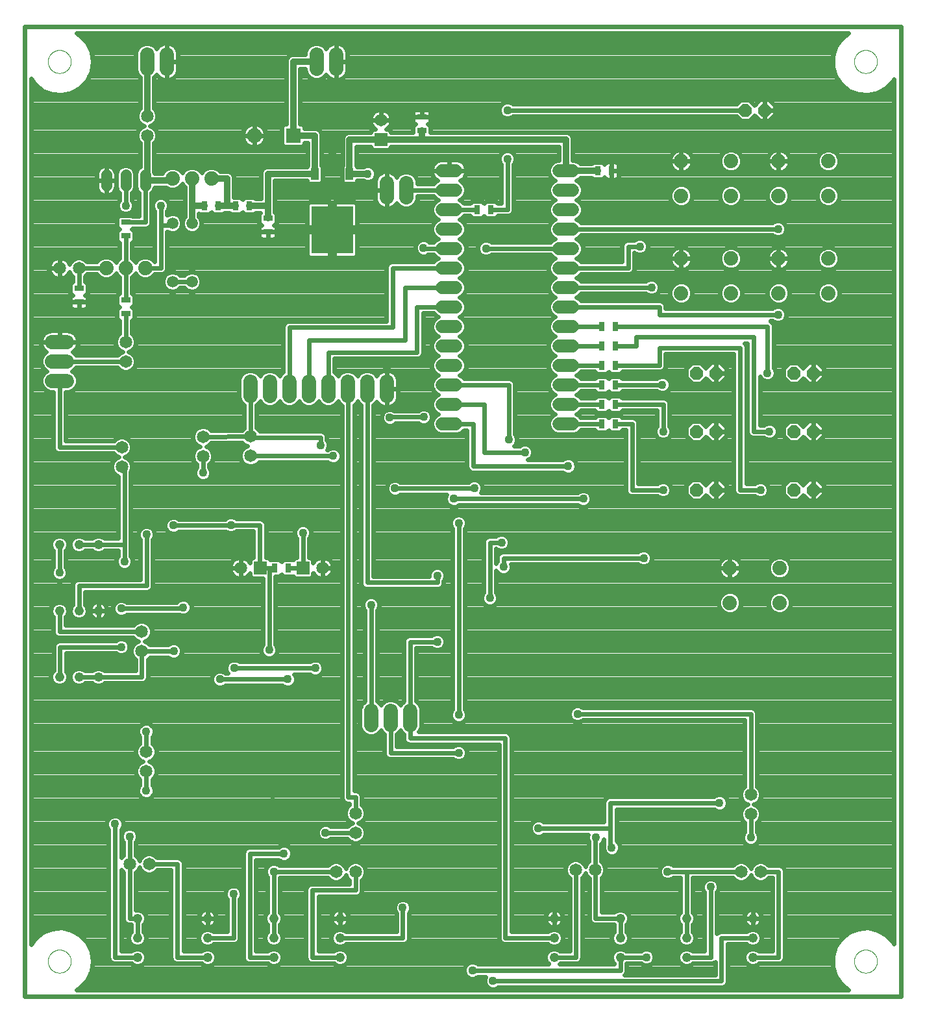
<source format=gbl>
G75*
%MOIN*%
%OFA0B0*%
%FSLAX25Y25*%
%IPPOS*%
%LPD*%
%AMOC8*
5,1,8,0,0,1.08239X$1,22.5*
%
%ADD10C,0.02400*%
%ADD11C,0.06500*%
%ADD12C,0.07600*%
%ADD13R,0.07600X0.07600*%
%ADD14R,0.04724X0.03150*%
%ADD15R,0.06500X0.06500*%
%ADD16R,0.21260X0.24409*%
%ADD17R,0.03937X0.06299*%
%ADD18C,0.07400*%
%ADD19C,0.06800*%
%ADD20C,0.07400*%
%ADD21R,0.03150X0.04724*%
%ADD22C,0.00000*%
%ADD23C,0.05600*%
%ADD24C,0.05943*%
%ADD25C,0.04800*%
%ADD26OC8,0.06600*%
%ADD27C,0.03200*%
%ADD28C,0.04362*%
%ADD29R,0.04362X0.04362*%
D10*
X0004200Y0002200D02*
X0004200Y0500200D01*
X0454200Y0500200D01*
X0454200Y0002200D01*
X0004200Y0002200D01*
X0007600Y0028978D02*
X0007600Y0473422D01*
X0009591Y0470501D01*
X0009592Y0470501D01*
X0013600Y0467304D01*
X0018373Y0465431D01*
X0023485Y0465048D01*
X0023485Y0465048D01*
X0028484Y0466189D01*
X0032924Y0468752D01*
X0036411Y0472511D01*
X0038636Y0477130D01*
X0038636Y0477130D01*
X0039400Y0482200D01*
X0038636Y0487270D01*
X0036411Y0491889D01*
X0032924Y0495647D01*
X0030928Y0496800D01*
X0427229Y0496800D01*
X0423591Y0493899D01*
X0420703Y0489663D01*
X0420703Y0489663D01*
X0419192Y0484764D01*
X0419192Y0479636D01*
X0420703Y0474737D01*
X0423591Y0470501D01*
X0423592Y0470501D01*
X0427600Y0467304D01*
X0432373Y0465431D01*
X0437485Y0465048D01*
X0437485Y0465048D01*
X0442484Y0466189D01*
X0446924Y0468752D01*
X0446924Y0468753D01*
X0450411Y0472511D01*
X0450800Y0473318D01*
X0450800Y0029082D01*
X0450411Y0029889D01*
X0446924Y0033647D01*
X0442484Y0036211D01*
X0442484Y0036211D01*
X0437485Y0037352D01*
X0432373Y0036969D01*
X0427600Y0035096D01*
X0427600Y0035096D01*
X0423592Y0031899D01*
X0423591Y0031899D01*
X0420703Y0027663D01*
X0420703Y0027663D01*
X0419192Y0022764D01*
X0419192Y0017636D01*
X0420703Y0012737D01*
X0423591Y0008501D01*
X0423592Y0008501D01*
X0427229Y0005600D01*
X0030928Y0005600D01*
X0032924Y0006752D01*
X0032924Y0006753D01*
X0036411Y0010511D01*
X0038636Y0015130D01*
X0038636Y0015130D01*
X0039400Y0020200D01*
X0038636Y0025270D01*
X0036411Y0029889D01*
X0032924Y0033647D01*
X0028484Y0036211D01*
X0028484Y0036211D01*
X0023485Y0037352D01*
X0018373Y0036969D01*
X0018373Y0036969D01*
X0013600Y0035096D01*
X0009592Y0031899D01*
X0009591Y0031899D01*
X0007600Y0028978D01*
X0007600Y0030982D02*
X0008966Y0030982D01*
X0009591Y0031899D02*
X0009591Y0031899D01*
X0011449Y0033381D02*
X0007600Y0033381D01*
X0007600Y0035779D02*
X0015342Y0035779D01*
X0013600Y0035096D02*
X0013600Y0035096D01*
X0007600Y0038178D02*
X0047500Y0038178D01*
X0047500Y0040576D02*
X0007600Y0040576D01*
X0007600Y0042975D02*
X0047500Y0042975D01*
X0047500Y0045373D02*
X0007600Y0045373D01*
X0007600Y0047772D02*
X0047500Y0047772D01*
X0047500Y0050170D02*
X0007600Y0050170D01*
X0007600Y0052569D02*
X0047500Y0052569D01*
X0047500Y0054967D02*
X0007600Y0054967D01*
X0007600Y0057366D02*
X0047500Y0057366D01*
X0047500Y0059764D02*
X0007600Y0059764D01*
X0007600Y0062163D02*
X0047500Y0062163D01*
X0047500Y0064561D02*
X0007600Y0064561D01*
X0007600Y0066960D02*
X0047500Y0066960D01*
X0047500Y0069358D02*
X0007600Y0069358D01*
X0007600Y0071757D02*
X0047500Y0071757D01*
X0047500Y0074155D02*
X0007600Y0074155D01*
X0007600Y0076554D02*
X0047500Y0076554D01*
X0047500Y0078952D02*
X0007600Y0078952D01*
X0007600Y0081351D02*
X0047500Y0081351D01*
X0047500Y0083749D02*
X0007600Y0083749D01*
X0007600Y0086148D02*
X0047500Y0086148D01*
X0047500Y0087987D02*
X0047500Y0021563D01*
X0047987Y0020387D01*
X0048887Y0019487D01*
X0050063Y0019000D01*
X0059177Y0019000D01*
X0059708Y0018470D01*
X0061325Y0017800D01*
X0063075Y0017800D01*
X0064692Y0018470D01*
X0065930Y0019708D01*
X0066600Y0021325D01*
X0066600Y0023075D01*
X0065930Y0024692D01*
X0064692Y0025930D01*
X0063075Y0026600D01*
X0061325Y0026600D01*
X0059708Y0025930D01*
X0059177Y0025400D01*
X0053900Y0025400D01*
X0053900Y0067075D01*
X0055000Y0065975D01*
X0055000Y0041563D01*
X0055487Y0040387D01*
X0056387Y0039487D01*
X0057563Y0039000D01*
X0059000Y0039000D01*
X0059000Y0035223D01*
X0058470Y0034692D01*
X0057800Y0033075D01*
X0057800Y0031325D01*
X0058470Y0029708D01*
X0059708Y0028470D01*
X0061325Y0027800D01*
X0063075Y0027800D01*
X0064692Y0028470D01*
X0065930Y0029708D01*
X0066600Y0031325D01*
X0066600Y0033075D01*
X0065930Y0034692D01*
X0065400Y0035223D01*
X0065400Y0039177D01*
X0065930Y0039708D01*
X0066600Y0041325D01*
X0066600Y0043075D01*
X0065930Y0044692D01*
X0064692Y0045930D01*
X0063075Y0046600D01*
X0061400Y0046600D01*
X0061400Y0065975D01*
X0062651Y0067226D01*
X0063200Y0068552D01*
X0063749Y0067226D01*
X0065226Y0065749D01*
X0067156Y0064950D01*
X0069244Y0064950D01*
X0071174Y0065749D01*
X0072425Y0067000D01*
X0079500Y0067000D01*
X0079500Y0021563D01*
X0079987Y0020387D01*
X0080887Y0019487D01*
X0082063Y0019000D01*
X0095177Y0019000D01*
X0095708Y0018470D01*
X0097325Y0017800D01*
X0099075Y0017800D01*
X0100692Y0018470D01*
X0101930Y0019708D01*
X0102600Y0021325D01*
X0102600Y0023075D01*
X0101930Y0024692D01*
X0100692Y0025930D01*
X0099075Y0026600D01*
X0097325Y0026600D01*
X0095708Y0025930D01*
X0095177Y0025400D01*
X0085900Y0025400D01*
X0085900Y0070837D01*
X0085413Y0072013D01*
X0084513Y0072913D01*
X0083337Y0073400D01*
X0072425Y0073400D01*
X0071174Y0074651D01*
X0069244Y0075450D01*
X0067156Y0075450D01*
X0065226Y0074651D01*
X0063749Y0073174D01*
X0063200Y0071848D01*
X0062651Y0073174D01*
X0061400Y0074425D01*
X0061400Y0081587D01*
X0061745Y0081932D01*
X0062381Y0083468D01*
X0062381Y0085132D01*
X0061745Y0086668D01*
X0060568Y0087845D01*
X0059032Y0088481D01*
X0057368Y0088481D01*
X0055832Y0087845D01*
X0054655Y0086668D01*
X0054019Y0085132D01*
X0054019Y0083468D01*
X0054655Y0081932D01*
X0055000Y0081587D01*
X0055000Y0074425D01*
X0053900Y0073325D01*
X0053900Y0087987D01*
X0054245Y0088332D01*
X0054881Y0089868D01*
X0054881Y0091532D01*
X0054245Y0093068D01*
X0053068Y0094245D01*
X0051532Y0094881D01*
X0049868Y0094881D01*
X0048332Y0094245D01*
X0047155Y0093068D01*
X0046519Y0091532D01*
X0046519Y0089868D01*
X0047155Y0088332D01*
X0047500Y0087987D01*
X0047066Y0088546D02*
X0007600Y0088546D01*
X0007600Y0090945D02*
X0046519Y0090945D01*
X0047430Y0093343D02*
X0007600Y0093343D01*
X0007600Y0095742D02*
X0168950Y0095742D01*
X0168950Y0095156D02*
X0168950Y0097244D01*
X0169749Y0099174D01*
X0171000Y0100425D01*
X0171000Y0101300D01*
X0169863Y0101300D01*
X0168687Y0101787D01*
X0167787Y0102687D01*
X0167300Y0103863D01*
X0167300Y0305532D01*
X0166971Y0305668D01*
X0165368Y0307271D01*
X0165200Y0307676D01*
X0165032Y0307271D01*
X0163429Y0305668D01*
X0161334Y0304800D01*
X0159066Y0304800D01*
X0156971Y0305668D01*
X0155368Y0307271D01*
X0155200Y0307676D01*
X0155032Y0307271D01*
X0153429Y0305668D01*
X0151334Y0304800D01*
X0149066Y0304800D01*
X0146971Y0305668D01*
X0145368Y0307271D01*
X0145200Y0307676D01*
X0145032Y0307271D01*
X0143429Y0305668D01*
X0141334Y0304800D01*
X0139066Y0304800D01*
X0136971Y0305668D01*
X0135368Y0307271D01*
X0135200Y0307676D01*
X0135032Y0307271D01*
X0133429Y0305668D01*
X0131334Y0304800D01*
X0129066Y0304800D01*
X0126971Y0305668D01*
X0125368Y0307271D01*
X0125200Y0307676D01*
X0125032Y0307271D01*
X0123429Y0305668D01*
X0123400Y0305656D01*
X0123400Y0294025D01*
X0124751Y0292674D01*
X0124864Y0292400D01*
X0156837Y0292400D01*
X0158013Y0291913D01*
X0158913Y0291013D01*
X0159400Y0289837D01*
X0159400Y0287913D01*
X0159745Y0287568D01*
X0160381Y0286032D01*
X0160381Y0284368D01*
X0159773Y0282900D01*
X0160087Y0282900D01*
X0160432Y0283245D01*
X0161968Y0283881D01*
X0163632Y0283881D01*
X0165168Y0283245D01*
X0166345Y0282068D01*
X0166981Y0280532D01*
X0166981Y0278868D01*
X0166345Y0277332D01*
X0165168Y0276155D01*
X0163632Y0275519D01*
X0161968Y0275519D01*
X0160432Y0276155D01*
X0160087Y0276500D01*
X0124525Y0276500D01*
X0123274Y0275249D01*
X0121344Y0274450D01*
X0119256Y0274450D01*
X0117326Y0275249D01*
X0115849Y0276726D01*
X0115050Y0278656D01*
X0115050Y0280744D01*
X0115849Y0282674D01*
X0117326Y0284151D01*
X0118652Y0284700D01*
X0117326Y0285249D01*
X0116093Y0286483D01*
X0100142Y0286417D01*
X0098874Y0285149D01*
X0097548Y0284600D01*
X0098874Y0284051D01*
X0100351Y0282574D01*
X0101150Y0280644D01*
X0101150Y0278556D01*
X0100351Y0276626D01*
X0099100Y0275375D01*
X0099100Y0273713D01*
X0099445Y0273368D01*
X0100081Y0271832D01*
X0100081Y0270168D01*
X0099445Y0268632D01*
X0098268Y0267455D01*
X0096732Y0266819D01*
X0095068Y0266819D01*
X0093532Y0267455D01*
X0092355Y0268632D01*
X0091719Y0270168D01*
X0091719Y0271832D01*
X0092355Y0273368D01*
X0092700Y0273713D01*
X0092700Y0275375D01*
X0091449Y0276626D01*
X0090650Y0278556D01*
X0090650Y0280644D01*
X0091449Y0282574D01*
X0092926Y0284051D01*
X0094252Y0284600D01*
X0092926Y0285149D01*
X0091449Y0286626D01*
X0090650Y0288556D01*
X0090650Y0290644D01*
X0091449Y0292574D01*
X0092926Y0294051D01*
X0094856Y0294850D01*
X0096944Y0294850D01*
X0098874Y0294051D01*
X0100107Y0292817D01*
X0116058Y0292883D01*
X0117000Y0293825D01*
X0117000Y0305656D01*
X0116971Y0305668D01*
X0115368Y0307271D01*
X0114500Y0309366D01*
X0114500Y0319034D01*
X0115368Y0321129D01*
X0116971Y0322732D01*
X0119066Y0323600D01*
X0121334Y0323600D01*
X0123429Y0322732D01*
X0125032Y0321129D01*
X0125200Y0320724D01*
X0125368Y0321129D01*
X0126971Y0322732D01*
X0129066Y0323600D01*
X0131334Y0323600D01*
X0133429Y0322732D01*
X0135032Y0321129D01*
X0135200Y0320724D01*
X0135368Y0321129D01*
X0136971Y0322732D01*
X0137027Y0322755D01*
X0137100Y0345704D01*
X0137100Y0346337D01*
X0137102Y0346341D01*
X0137102Y0346347D01*
X0137345Y0346929D01*
X0137587Y0347513D01*
X0137591Y0347516D01*
X0137593Y0347521D01*
X0138041Y0347966D01*
X0138487Y0348413D01*
X0138492Y0348415D01*
X0138496Y0348419D01*
X0139081Y0348659D01*
X0139663Y0348900D01*
X0139669Y0348900D01*
X0139674Y0348902D01*
X0140304Y0348900D01*
X0190100Y0348900D01*
X0190100Y0376837D01*
X0190587Y0378013D01*
X0191487Y0378913D01*
X0192663Y0379400D01*
X0214363Y0379400D01*
X0215741Y0380778D01*
X0216760Y0381200D01*
X0215741Y0381622D01*
X0214363Y0383000D01*
X0211513Y0383000D01*
X0211468Y0382955D01*
X0209932Y0382319D01*
X0208268Y0382319D01*
X0206732Y0382955D01*
X0205555Y0384132D01*
X0204919Y0385668D01*
X0204919Y0387332D01*
X0205555Y0388868D01*
X0206732Y0390045D01*
X0208268Y0390681D01*
X0209932Y0390681D01*
X0211468Y0390045D01*
X0212113Y0389400D01*
X0214363Y0389400D01*
X0215741Y0390778D01*
X0216760Y0391200D01*
X0215741Y0391622D01*
X0214222Y0393141D01*
X0213400Y0395126D01*
X0213400Y0397274D01*
X0214222Y0399259D01*
X0215741Y0400778D01*
X0216760Y0401200D01*
X0215741Y0401622D01*
X0214222Y0403141D01*
X0213400Y0405126D01*
X0213400Y0407274D01*
X0214222Y0409259D01*
X0215741Y0410778D01*
X0216760Y0411200D01*
X0215741Y0411622D01*
X0214363Y0413000D01*
X0205900Y0413000D01*
X0205900Y0411366D01*
X0205032Y0409271D01*
X0203429Y0407668D01*
X0201334Y0406800D01*
X0199066Y0406800D01*
X0196971Y0407668D01*
X0195368Y0409271D01*
X0195282Y0409478D01*
X0195246Y0409408D01*
X0194700Y0408656D01*
X0194044Y0408000D01*
X0193292Y0407454D01*
X0192465Y0407032D01*
X0191582Y0406745D01*
X0190664Y0406600D01*
X0190200Y0406600D01*
X0190200Y0416200D01*
X0190200Y0416200D01*
X0190200Y0425800D01*
X0190664Y0425800D01*
X0191582Y0425655D01*
X0192465Y0425368D01*
X0193292Y0424946D01*
X0194044Y0424400D01*
X0194700Y0423744D01*
X0195246Y0422992D01*
X0195282Y0422922D01*
X0195368Y0423129D01*
X0196971Y0424732D01*
X0199066Y0425600D01*
X0201334Y0425600D01*
X0203429Y0424732D01*
X0205032Y0423129D01*
X0205900Y0421034D01*
X0205900Y0419400D01*
X0214363Y0419400D01*
X0215741Y0420778D01*
X0216494Y0421090D01*
X0215865Y0421410D01*
X0215152Y0421929D01*
X0214529Y0422552D01*
X0214010Y0423265D01*
X0213610Y0424050D01*
X0213338Y0424889D01*
X0213200Y0425759D01*
X0213200Y0426200D01*
X0222200Y0426200D01*
X0222200Y0426200D01*
X0222200Y0431800D01*
X0226041Y0431800D01*
X0226911Y0431662D01*
X0227750Y0431390D01*
X0228535Y0430990D01*
X0229248Y0430471D01*
X0229871Y0429848D01*
X0230390Y0429135D01*
X0249000Y0429135D01*
X0249000Y0429487D02*
X0249000Y0409400D01*
X0247309Y0409400D01*
X0246147Y0410562D01*
X0241340Y0410562D01*
X0240200Y0409422D01*
X0239060Y0410562D01*
X0234253Y0410562D01*
X0233091Y0409400D01*
X0230037Y0409400D01*
X0228659Y0410778D01*
X0227640Y0411200D01*
X0228659Y0411622D01*
X0230178Y0413141D01*
X0231000Y0415126D01*
X0231000Y0417274D01*
X0230178Y0419259D01*
X0228659Y0420778D01*
X0227906Y0421090D01*
X0228535Y0421410D01*
X0229248Y0421929D01*
X0229871Y0422552D01*
X0230390Y0423265D01*
X0230790Y0424050D01*
X0231062Y0424889D01*
X0231200Y0425759D01*
X0231200Y0426200D01*
X0231200Y0426641D01*
X0231062Y0427511D01*
X0230790Y0428350D01*
X0230390Y0429135D01*
X0231185Y0426737D02*
X0249000Y0426737D01*
X0249000Y0424338D02*
X0230883Y0424338D01*
X0231200Y0426200D02*
X0222200Y0426200D01*
X0231200Y0426200D01*
X0229259Y0421939D02*
X0249000Y0421939D01*
X0249000Y0419541D02*
X0229896Y0419541D01*
X0231000Y0417142D02*
X0249000Y0417142D01*
X0249000Y0414744D02*
X0230842Y0414744D01*
X0229382Y0412345D02*
X0249000Y0412345D01*
X0249000Y0409947D02*
X0246762Y0409947D01*
X0243743Y0406200D02*
X0252200Y0406200D01*
X0252200Y0432200D01*
X0248392Y0433932D02*
X0174776Y0433932D01*
X0174776Y0431534D02*
X0217093Y0431534D01*
X0217489Y0431662D02*
X0216650Y0431390D01*
X0215865Y0430990D01*
X0215152Y0430471D01*
X0214529Y0429848D01*
X0214010Y0429135D01*
X0174776Y0429135D01*
X0174776Y0428944D02*
X0174776Y0438600D01*
X0181950Y0438600D01*
X0181950Y0438122D01*
X0183122Y0436950D01*
X0191278Y0436950D01*
X0192450Y0438122D01*
X0192450Y0438600D01*
X0278600Y0438600D01*
X0278600Y0431600D01*
X0277726Y0431600D01*
X0275741Y0430778D01*
X0274222Y0429259D01*
X0273400Y0427274D01*
X0273400Y0425126D01*
X0274222Y0423141D01*
X0275741Y0421622D01*
X0276760Y0421200D01*
X0275741Y0420778D01*
X0274222Y0419259D01*
X0273400Y0417274D01*
X0273400Y0415126D01*
X0274222Y0413141D01*
X0275741Y0411622D01*
X0276760Y0411200D01*
X0275741Y0410778D01*
X0274222Y0409259D01*
X0273400Y0407274D01*
X0273400Y0405126D01*
X0274222Y0403141D01*
X0275741Y0401622D01*
X0276760Y0401200D01*
X0275741Y0400778D01*
X0274222Y0399259D01*
X0273400Y0397274D01*
X0273400Y0395126D01*
X0274222Y0393141D01*
X0275741Y0391622D01*
X0276760Y0391200D01*
X0275741Y0390778D01*
X0274363Y0389400D01*
X0243913Y0389400D01*
X0243568Y0389745D01*
X0242032Y0390381D01*
X0240368Y0390381D01*
X0238832Y0389745D01*
X0237655Y0388568D01*
X0237019Y0387032D01*
X0237019Y0385368D01*
X0237655Y0383832D01*
X0238832Y0382655D01*
X0240368Y0382019D01*
X0242032Y0382019D01*
X0243568Y0382655D01*
X0243913Y0383000D01*
X0274363Y0383000D01*
X0275741Y0381622D01*
X0276760Y0381200D01*
X0275741Y0380778D01*
X0274222Y0379259D01*
X0273400Y0377274D01*
X0273400Y0375126D01*
X0274222Y0373141D01*
X0275741Y0371622D01*
X0276760Y0371200D01*
X0275741Y0370778D01*
X0274222Y0369259D01*
X0273400Y0367274D01*
X0273400Y0365126D01*
X0274222Y0363141D01*
X0275741Y0361622D01*
X0276760Y0361200D01*
X0275741Y0360778D01*
X0274222Y0359259D01*
X0273400Y0357274D01*
X0273400Y0355126D01*
X0274222Y0353141D01*
X0275741Y0351622D01*
X0276760Y0351200D01*
X0275741Y0350778D01*
X0274222Y0349259D01*
X0273400Y0347274D01*
X0273400Y0345126D01*
X0274222Y0343141D01*
X0275741Y0341622D01*
X0276760Y0341200D01*
X0275741Y0340778D01*
X0274222Y0339259D01*
X0273400Y0337274D01*
X0273400Y0335126D01*
X0274222Y0333141D01*
X0275741Y0331622D01*
X0276760Y0331200D01*
X0275741Y0330778D01*
X0274222Y0329259D01*
X0273400Y0327274D01*
X0273400Y0325126D01*
X0274222Y0323141D01*
X0275741Y0321622D01*
X0276760Y0321200D01*
X0275741Y0320778D01*
X0274222Y0319259D01*
X0273400Y0317274D01*
X0273400Y0315126D01*
X0274222Y0313141D01*
X0275741Y0311622D01*
X0276760Y0311200D01*
X0275741Y0310778D01*
X0274222Y0309259D01*
X0273400Y0307274D01*
X0273400Y0305126D01*
X0274222Y0303141D01*
X0275741Y0301622D01*
X0276760Y0301200D01*
X0275741Y0300778D01*
X0274222Y0299259D01*
X0273400Y0297274D01*
X0273400Y0295126D01*
X0274222Y0293141D01*
X0275741Y0291622D01*
X0277726Y0290800D01*
X0286674Y0290800D01*
X0288659Y0291622D01*
X0290037Y0293000D01*
X0297091Y0293000D01*
X0298253Y0291838D01*
X0303060Y0291838D01*
X0304200Y0292978D01*
X0305340Y0291838D01*
X0310147Y0291838D01*
X0311309Y0293000D01*
X0313000Y0293000D01*
X0313000Y0261563D01*
X0313487Y0260387D01*
X0314387Y0259487D01*
X0315563Y0259000D01*
X0329487Y0259000D01*
X0329832Y0258655D01*
X0331368Y0258019D01*
X0333032Y0258019D01*
X0334568Y0258655D01*
X0335745Y0259832D01*
X0336381Y0261368D01*
X0336381Y0263032D01*
X0335745Y0264568D01*
X0334568Y0265745D01*
X0333032Y0266381D01*
X0331368Y0266381D01*
X0329832Y0265745D01*
X0329487Y0265400D01*
X0319400Y0265400D01*
X0319400Y0296837D01*
X0318913Y0298013D01*
X0318013Y0298913D01*
X0316837Y0299400D01*
X0311309Y0299400D01*
X0310147Y0300562D01*
X0305340Y0300562D01*
X0304200Y0299422D01*
X0303060Y0300562D01*
X0298253Y0300562D01*
X0297091Y0299400D01*
X0290037Y0299400D01*
X0288659Y0300778D01*
X0287640Y0301200D01*
X0288659Y0301622D01*
X0290037Y0303000D01*
X0297091Y0303000D01*
X0298253Y0301838D01*
X0303060Y0301838D01*
X0304200Y0302978D01*
X0305340Y0301838D01*
X0310147Y0301838D01*
X0311309Y0303000D01*
X0329000Y0303000D01*
X0329000Y0294913D01*
X0328655Y0294568D01*
X0328019Y0293032D01*
X0328019Y0291368D01*
X0328655Y0289832D01*
X0329832Y0288655D01*
X0331368Y0288019D01*
X0333032Y0288019D01*
X0334568Y0288655D01*
X0335745Y0289832D01*
X0336381Y0291368D01*
X0336381Y0293032D01*
X0335745Y0294568D01*
X0335400Y0294913D01*
X0335400Y0306837D01*
X0334913Y0308013D01*
X0334013Y0308913D01*
X0332837Y0309400D01*
X0311309Y0309400D01*
X0310147Y0310562D01*
X0305340Y0310562D01*
X0304200Y0309422D01*
X0303060Y0310562D01*
X0298253Y0310562D01*
X0297091Y0309400D01*
X0290037Y0309400D01*
X0288659Y0310778D01*
X0287640Y0311200D01*
X0288659Y0311622D01*
X0290037Y0313000D01*
X0297091Y0313000D01*
X0298253Y0311838D01*
X0303060Y0311838D01*
X0304200Y0312978D01*
X0305340Y0311838D01*
X0310147Y0311838D01*
X0311309Y0313000D01*
X0328987Y0313000D01*
X0329332Y0312655D01*
X0330868Y0312019D01*
X0332532Y0312019D01*
X0334068Y0312655D01*
X0335245Y0313832D01*
X0335881Y0315368D01*
X0335881Y0317032D01*
X0335245Y0318568D01*
X0334068Y0319745D01*
X0332532Y0320381D01*
X0330868Y0320381D01*
X0329332Y0319745D01*
X0328987Y0319400D01*
X0311309Y0319400D01*
X0310147Y0320562D01*
X0305340Y0320562D01*
X0304200Y0319422D01*
X0303060Y0320562D01*
X0298253Y0320562D01*
X0297091Y0319400D01*
X0290037Y0319400D01*
X0288659Y0320778D01*
X0287640Y0321200D01*
X0288659Y0321622D01*
X0290037Y0323000D01*
X0297091Y0323000D01*
X0298253Y0321838D01*
X0303060Y0321838D01*
X0304200Y0322978D01*
X0305340Y0321838D01*
X0310147Y0321838D01*
X0311309Y0323000D01*
X0330837Y0323000D01*
X0332013Y0323487D01*
X0332913Y0324387D01*
X0333400Y0325563D01*
X0333400Y0332000D01*
X0368500Y0332000D01*
X0368500Y0261563D01*
X0368987Y0260387D01*
X0369887Y0259487D01*
X0371063Y0259000D01*
X0379487Y0259000D01*
X0379832Y0258655D01*
X0381368Y0258019D01*
X0383032Y0258019D01*
X0384568Y0258655D01*
X0385745Y0259832D01*
X0386381Y0261368D01*
X0386381Y0263032D01*
X0385745Y0264568D01*
X0384568Y0265745D01*
X0383032Y0266381D01*
X0381368Y0266381D01*
X0379832Y0265745D01*
X0379487Y0265400D01*
X0374900Y0265400D01*
X0374900Y0335837D01*
X0374413Y0337013D01*
X0373925Y0337500D01*
X0375500Y0337500D01*
X0375500Y0291563D01*
X0375987Y0290387D01*
X0376887Y0289487D01*
X0378063Y0289000D01*
X0383987Y0289000D01*
X0384332Y0288655D01*
X0385868Y0288019D01*
X0387532Y0288019D01*
X0389068Y0288655D01*
X0390245Y0289832D01*
X0390881Y0291368D01*
X0390881Y0293032D01*
X0390245Y0294568D01*
X0389068Y0295745D01*
X0387532Y0296381D01*
X0385868Y0296381D01*
X0384332Y0295745D01*
X0383987Y0295400D01*
X0381900Y0295400D01*
X0381900Y0320448D01*
X0382155Y0319832D01*
X0383332Y0318655D01*
X0384868Y0318019D01*
X0386532Y0318019D01*
X0388068Y0318655D01*
X0389245Y0319832D01*
X0389881Y0321368D01*
X0389881Y0323032D01*
X0389245Y0324568D01*
X0388900Y0324913D01*
X0388900Y0346837D01*
X0388413Y0348013D01*
X0387513Y0348913D01*
X0387302Y0349000D01*
X0388487Y0349000D01*
X0388832Y0348655D01*
X0390368Y0348019D01*
X0392032Y0348019D01*
X0393568Y0348655D01*
X0394745Y0349832D01*
X0395381Y0351368D01*
X0395381Y0353032D01*
X0394745Y0354568D01*
X0393568Y0355745D01*
X0392032Y0356381D01*
X0390368Y0356381D01*
X0388832Y0355745D01*
X0388487Y0355400D01*
X0333400Y0355400D01*
X0333400Y0356837D01*
X0332913Y0358013D01*
X0332013Y0358913D01*
X0330837Y0359400D01*
X0290037Y0359400D01*
X0288659Y0360778D01*
X0287640Y0361200D01*
X0288659Y0361622D01*
X0290037Y0363000D01*
X0323487Y0363000D01*
X0323832Y0362655D01*
X0325368Y0362019D01*
X0327032Y0362019D01*
X0328568Y0362655D01*
X0329745Y0363832D01*
X0330381Y0365368D01*
X0330381Y0367032D01*
X0329745Y0368568D01*
X0328568Y0369745D01*
X0327032Y0370381D01*
X0325368Y0370381D01*
X0323832Y0369745D01*
X0323487Y0369400D01*
X0290037Y0369400D01*
X0288659Y0370778D01*
X0287640Y0371200D01*
X0288659Y0371622D01*
X0290037Y0373000D01*
X0314837Y0373000D01*
X0316013Y0373487D01*
X0316913Y0374387D01*
X0317400Y0375563D01*
X0317400Y0384000D01*
X0317487Y0384000D01*
X0317832Y0383655D01*
X0319368Y0383019D01*
X0321032Y0383019D01*
X0322568Y0383655D01*
X0323745Y0384832D01*
X0324381Y0386368D01*
X0324381Y0388032D01*
X0323745Y0389568D01*
X0322568Y0390745D01*
X0321032Y0391381D01*
X0319368Y0391381D01*
X0317832Y0390745D01*
X0317487Y0390400D01*
X0313563Y0390400D01*
X0312387Y0389913D01*
X0311487Y0389013D01*
X0311000Y0387837D01*
X0311000Y0379400D01*
X0290037Y0379400D01*
X0288659Y0380778D01*
X0287640Y0381200D01*
X0288659Y0381622D01*
X0290178Y0383141D01*
X0291000Y0385126D01*
X0291000Y0387274D01*
X0290178Y0389259D01*
X0288659Y0390778D01*
X0287640Y0391200D01*
X0288659Y0391622D01*
X0290037Y0393000D01*
X0388487Y0393000D01*
X0388832Y0392655D01*
X0390368Y0392019D01*
X0392032Y0392019D01*
X0393568Y0392655D01*
X0394745Y0393832D01*
X0395381Y0395368D01*
X0395381Y0397032D01*
X0394745Y0398568D01*
X0393568Y0399745D01*
X0392032Y0400381D01*
X0390368Y0400381D01*
X0388832Y0399745D01*
X0388487Y0399400D01*
X0290037Y0399400D01*
X0288659Y0400778D01*
X0287640Y0401200D01*
X0288659Y0401622D01*
X0290178Y0403141D01*
X0291000Y0405126D01*
X0291000Y0407274D01*
X0290178Y0409259D01*
X0288659Y0410778D01*
X0287640Y0411200D01*
X0288659Y0411622D01*
X0290178Y0413141D01*
X0291000Y0415126D01*
X0291000Y0417274D01*
X0290178Y0419259D01*
X0288659Y0420778D01*
X0287640Y0421200D01*
X0288659Y0421622D01*
X0289637Y0422600D01*
X0295491Y0422600D01*
X0296253Y0421838D01*
X0301060Y0421838D01*
X0302152Y0422930D01*
X0302408Y0422487D01*
X0302818Y0422077D01*
X0303319Y0421788D01*
X0303879Y0421638D01*
X0305743Y0421638D01*
X0305743Y0426200D01*
X0305743Y0430762D01*
X0303879Y0430762D01*
X0303319Y0430612D01*
X0302818Y0430323D01*
X0302408Y0429913D01*
X0302152Y0429470D01*
X0301060Y0430562D01*
X0296253Y0430562D01*
X0295491Y0429800D01*
X0289637Y0429800D01*
X0288659Y0430778D01*
X0286674Y0431600D01*
X0285800Y0431600D01*
X0285800Y0442916D01*
X0285252Y0444239D01*
X0284239Y0445252D01*
X0282916Y0445800D01*
X0212562Y0445800D01*
X0212562Y0449060D01*
X0211470Y0450152D01*
X0211913Y0450408D01*
X0212323Y0450818D01*
X0212612Y0451319D01*
X0212762Y0451879D01*
X0212762Y0453743D01*
X0208200Y0453743D01*
X0203638Y0453743D01*
X0203638Y0451879D01*
X0203788Y0451319D01*
X0204077Y0450818D01*
X0204487Y0450408D01*
X0204930Y0450152D01*
X0203838Y0449060D01*
X0203838Y0445800D01*
X0192450Y0445800D01*
X0192450Y0446278D01*
X0191278Y0447450D01*
X0189882Y0447450D01*
X0190056Y0447539D01*
X0190750Y0448043D01*
X0191357Y0448650D01*
X0191861Y0449344D01*
X0192251Y0450108D01*
X0192516Y0450924D01*
X0192650Y0451771D01*
X0192650Y0452200D01*
X0192650Y0452629D01*
X0192516Y0453476D01*
X0192251Y0454292D01*
X0191861Y0455056D01*
X0191357Y0455750D01*
X0190750Y0456357D01*
X0190056Y0456861D01*
X0189292Y0457251D01*
X0188476Y0457516D01*
X0187629Y0457650D01*
X0187200Y0457650D01*
X0187200Y0452200D01*
X0187200Y0452200D01*
X0192650Y0452200D01*
X0187200Y0452200D01*
X0187200Y0452200D01*
X0187200Y0452200D01*
X0181750Y0452200D01*
X0181750Y0452629D01*
X0181884Y0453476D01*
X0182149Y0454292D01*
X0182539Y0455056D01*
X0183043Y0455750D01*
X0183650Y0456357D01*
X0184344Y0456861D01*
X0185108Y0457251D01*
X0185924Y0457516D01*
X0186771Y0457650D01*
X0187200Y0457650D01*
X0187200Y0452200D01*
X0181750Y0452200D01*
X0181750Y0451771D01*
X0181884Y0450924D01*
X0182149Y0450108D01*
X0182539Y0449344D01*
X0183043Y0448650D01*
X0183650Y0448043D01*
X0184344Y0447539D01*
X0184518Y0447450D01*
X0183122Y0447450D01*
X0181950Y0446278D01*
X0181950Y0445800D01*
X0170460Y0445800D01*
X0169137Y0445252D01*
X0168124Y0444239D01*
X0167576Y0442916D01*
X0167576Y0428944D01*
X0167208Y0428576D01*
X0167208Y0420620D01*
X0168379Y0419448D01*
X0173973Y0419448D01*
X0175145Y0420620D01*
X0175145Y0420998D01*
X0178271Y0420998D01*
X0179668Y0420419D01*
X0181332Y0420419D01*
X0182868Y0421055D01*
X0184045Y0422232D01*
X0184681Y0423768D01*
X0184681Y0425432D01*
X0184045Y0426968D01*
X0182868Y0428145D01*
X0181332Y0428781D01*
X0179668Y0428781D01*
X0178260Y0428198D01*
X0175145Y0428198D01*
X0175145Y0428576D01*
X0174776Y0428944D01*
X0180500Y0424600D02*
X0180500Y0424598D01*
X0184681Y0424338D02*
X0186294Y0424338D01*
X0186356Y0424400D02*
X0185700Y0423744D01*
X0185154Y0422992D01*
X0184732Y0422165D01*
X0184445Y0421282D01*
X0184300Y0420364D01*
X0184300Y0416200D01*
X0190200Y0416200D01*
X0190200Y0416200D01*
X0190200Y0416200D01*
X0190200Y0425800D01*
X0189736Y0425800D01*
X0188818Y0425655D01*
X0187935Y0425368D01*
X0187108Y0424946D01*
X0186356Y0424400D01*
X0184659Y0421939D02*
X0183752Y0421939D01*
X0184300Y0419541D02*
X0174066Y0419541D01*
X0168287Y0419541D02*
X0156113Y0419541D01*
X0156021Y0419448D02*
X0157192Y0420620D01*
X0157192Y0428576D01*
X0156824Y0428944D01*
X0156824Y0444916D01*
X0156276Y0446239D01*
X0155263Y0447252D01*
X0153940Y0447800D01*
X0148000Y0447800D01*
X0148000Y0448828D01*
X0146828Y0450000D01*
X0145800Y0450000D01*
X0145800Y0478600D01*
X0148500Y0478600D01*
X0148500Y0477366D01*
X0149368Y0475271D01*
X0150971Y0473668D01*
X0153066Y0472800D01*
X0155334Y0472800D01*
X0157429Y0473668D01*
X0159032Y0475271D01*
X0159118Y0475478D01*
X0159154Y0475408D01*
X0159700Y0474656D01*
X0160356Y0474000D01*
X0161108Y0473454D01*
X0161935Y0473032D01*
X0162818Y0472745D01*
X0163736Y0472600D01*
X0164200Y0472600D01*
X0164664Y0472600D01*
X0165582Y0472745D01*
X0166465Y0473032D01*
X0167292Y0473454D01*
X0168044Y0474000D01*
X0168700Y0474656D01*
X0169246Y0475408D01*
X0169668Y0476235D01*
X0169955Y0477118D01*
X0170100Y0478036D01*
X0170100Y0482200D01*
X0170100Y0486364D01*
X0169955Y0487282D01*
X0169668Y0488165D01*
X0169246Y0488992D01*
X0168700Y0489744D01*
X0168044Y0490400D01*
X0167292Y0490946D01*
X0166465Y0491368D01*
X0165582Y0491655D01*
X0164664Y0491800D01*
X0164200Y0491800D01*
X0164200Y0482200D01*
X0164200Y0482200D01*
X0170100Y0482200D01*
X0164200Y0482200D01*
X0164200Y0482200D01*
X0164200Y0491800D01*
X0163736Y0491800D01*
X0162818Y0491655D01*
X0161935Y0491368D01*
X0161108Y0490946D01*
X0160356Y0490400D01*
X0159700Y0489744D01*
X0159154Y0488992D01*
X0159118Y0488922D01*
X0159032Y0489129D01*
X0157429Y0490732D01*
X0155334Y0491600D01*
X0153066Y0491600D01*
X0150971Y0490732D01*
X0149368Y0489129D01*
X0148500Y0487034D01*
X0148500Y0485800D01*
X0141484Y0485800D01*
X0140161Y0485252D01*
X0139148Y0484239D01*
X0138600Y0482916D01*
X0138600Y0450000D01*
X0137572Y0450000D01*
X0136400Y0448828D01*
X0136400Y0439572D01*
X0137572Y0438400D01*
X0146828Y0438400D01*
X0148000Y0439572D01*
X0148000Y0440600D01*
X0149624Y0440600D01*
X0149624Y0428944D01*
X0149255Y0428576D01*
X0149255Y0428198D01*
X0128484Y0428198D01*
X0127161Y0427650D01*
X0126148Y0426637D01*
X0125600Y0425314D01*
X0125600Y0411800D01*
X0122909Y0411800D01*
X0122147Y0412562D01*
X0117340Y0412562D01*
X0116200Y0411422D01*
X0115060Y0412562D01*
X0111800Y0412562D01*
X0111800Y0422916D01*
X0111252Y0424239D01*
X0110239Y0425252D01*
X0108916Y0425800D01*
X0104661Y0425800D01*
X0103429Y0427032D01*
X0101334Y0427900D01*
X0099066Y0427900D01*
X0096971Y0427032D01*
X0095368Y0425429D01*
X0095200Y0425024D01*
X0095032Y0425429D01*
X0093429Y0427032D01*
X0091334Y0427900D01*
X0089066Y0427900D01*
X0086971Y0427032D01*
X0085368Y0425429D01*
X0085200Y0425024D01*
X0085032Y0425429D01*
X0083429Y0427032D01*
X0081334Y0427900D01*
X0079066Y0427900D01*
X0076971Y0427032D01*
X0075368Y0425429D01*
X0075107Y0424800D01*
X0071000Y0424800D01*
X0071000Y0424955D01*
X0070800Y0425438D01*
X0070800Y0440375D01*
X0071651Y0441226D01*
X0072450Y0443156D01*
X0072450Y0445244D01*
X0071651Y0447174D01*
X0070174Y0448651D01*
X0068848Y0449200D01*
X0070174Y0449749D01*
X0071651Y0451226D01*
X0072450Y0453156D01*
X0072450Y0455244D01*
X0071651Y0457174D01*
X0070800Y0458025D01*
X0070800Y0474039D01*
X0072032Y0475271D01*
X0072118Y0475478D01*
X0072154Y0475408D01*
X0072700Y0474656D01*
X0073356Y0474000D01*
X0074108Y0473454D01*
X0074935Y0473032D01*
X0075818Y0472745D01*
X0076736Y0472600D01*
X0077200Y0472600D01*
X0077664Y0472600D01*
X0078582Y0472745D01*
X0079465Y0473032D01*
X0080292Y0473454D01*
X0081044Y0474000D01*
X0081700Y0474656D01*
X0082246Y0475408D01*
X0082668Y0476235D01*
X0082955Y0477118D01*
X0083100Y0478036D01*
X0083100Y0482200D01*
X0083100Y0486364D01*
X0082955Y0487282D01*
X0082668Y0488165D01*
X0082246Y0488992D01*
X0081700Y0489744D01*
X0081044Y0490400D01*
X0080292Y0490946D01*
X0079465Y0491368D01*
X0078582Y0491655D01*
X0077664Y0491800D01*
X0077200Y0491800D01*
X0077200Y0482200D01*
X0077200Y0482200D01*
X0083100Y0482200D01*
X0077200Y0482200D01*
X0077200Y0482200D01*
X0077200Y0491800D01*
X0076736Y0491800D01*
X0075818Y0491655D01*
X0074935Y0491368D01*
X0074108Y0490946D01*
X0073356Y0490400D01*
X0072700Y0489744D01*
X0072154Y0488992D01*
X0072118Y0488922D01*
X0072032Y0489129D01*
X0070429Y0490732D01*
X0068334Y0491600D01*
X0066066Y0491600D01*
X0063971Y0490732D01*
X0062368Y0489129D01*
X0061500Y0487034D01*
X0061500Y0477366D01*
X0062368Y0475271D01*
X0063600Y0474039D01*
X0063600Y0458025D01*
X0062749Y0457174D01*
X0061950Y0455244D01*
X0061950Y0453156D01*
X0062749Y0451226D01*
X0064226Y0449749D01*
X0065552Y0449200D01*
X0064226Y0448651D01*
X0062749Y0447174D01*
X0061950Y0445244D01*
X0061950Y0443156D01*
X0062749Y0441226D01*
X0063600Y0440375D01*
X0063600Y0428119D01*
X0063481Y0428069D01*
X0062131Y0426719D01*
X0061400Y0424955D01*
X0061400Y0417445D01*
X0062131Y0415681D01*
X0063000Y0414812D01*
X0063000Y0402943D01*
X0059765Y0402943D01*
X0059391Y0403318D01*
X0053009Y0403318D01*
X0051838Y0402147D01*
X0051838Y0397340D01*
X0052978Y0396200D01*
X0051838Y0395060D01*
X0051838Y0390253D01*
X0053000Y0389091D01*
X0053000Y0381044D01*
X0052971Y0381032D01*
X0051368Y0379429D01*
X0051200Y0379024D01*
X0051032Y0379429D01*
X0049429Y0381032D01*
X0047334Y0381900D01*
X0045066Y0381900D01*
X0042971Y0381032D01*
X0041368Y0379429D01*
X0041356Y0379400D01*
X0036425Y0379400D01*
X0035174Y0380651D01*
X0033244Y0381450D01*
X0031156Y0381450D01*
X0029226Y0380651D01*
X0027749Y0379174D01*
X0027309Y0378112D01*
X0027251Y0378292D01*
X0026861Y0379056D01*
X0026357Y0379750D01*
X0025750Y0380357D01*
X0025056Y0380861D01*
X0024292Y0381251D01*
X0023476Y0381516D01*
X0022629Y0381650D01*
X0022200Y0381650D01*
X0022200Y0376200D01*
X0022200Y0376200D01*
X0022200Y0370750D01*
X0022629Y0370750D01*
X0023476Y0370884D01*
X0024292Y0371149D01*
X0025056Y0371539D01*
X0025750Y0372043D01*
X0026357Y0372650D01*
X0026861Y0373344D01*
X0027251Y0374108D01*
X0027309Y0374288D01*
X0027749Y0373226D01*
X0029000Y0371975D01*
X0029000Y0369309D01*
X0027838Y0368147D01*
X0027838Y0363340D01*
X0028930Y0362248D01*
X0028487Y0361992D01*
X0028077Y0361582D01*
X0027788Y0361081D01*
X0027638Y0360521D01*
X0027638Y0358657D01*
X0032200Y0358657D01*
X0036762Y0358657D01*
X0036762Y0360521D01*
X0036612Y0361081D01*
X0036323Y0361582D01*
X0035913Y0361992D01*
X0035470Y0362248D01*
X0036562Y0363340D01*
X0036562Y0368147D01*
X0035400Y0369309D01*
X0035400Y0371975D01*
X0036425Y0373000D01*
X0041356Y0373000D01*
X0041368Y0372971D01*
X0042971Y0371368D01*
X0045066Y0370500D01*
X0047334Y0370500D01*
X0049429Y0371368D01*
X0051032Y0372971D01*
X0051200Y0373376D01*
X0051368Y0372971D01*
X0052971Y0371368D01*
X0053000Y0371356D01*
X0053000Y0363309D01*
X0051838Y0362147D01*
X0051838Y0357340D01*
X0052978Y0356200D01*
X0051838Y0355060D01*
X0051838Y0350253D01*
X0053000Y0349091D01*
X0053000Y0342425D01*
X0051749Y0341174D01*
X0050950Y0339244D01*
X0050950Y0337156D01*
X0051749Y0335226D01*
X0053226Y0333749D01*
X0054552Y0333200D01*
X0053226Y0332651D01*
X0051975Y0331400D01*
X0030744Y0331400D01*
X0030732Y0331429D01*
X0029129Y0333032D01*
X0028922Y0333118D01*
X0028992Y0333154D01*
X0029744Y0333700D01*
X0030400Y0334356D01*
X0030946Y0335108D01*
X0031368Y0335935D01*
X0031655Y0336818D01*
X0031800Y0337736D01*
X0031800Y0338200D01*
X0031800Y0338664D01*
X0031655Y0339582D01*
X0031368Y0340465D01*
X0030946Y0341292D01*
X0030400Y0342044D01*
X0029744Y0342700D01*
X0028992Y0343246D01*
X0028165Y0343668D01*
X0027282Y0343955D01*
X0026364Y0344100D01*
X0022200Y0344100D01*
X0022200Y0338200D01*
X0022200Y0338200D01*
X0031800Y0338200D01*
X0022200Y0338200D01*
X0022200Y0338200D01*
X0022200Y0338200D01*
X0012600Y0338200D01*
X0012600Y0338664D01*
X0012745Y0339582D01*
X0013032Y0340465D01*
X0013454Y0341292D01*
X0014000Y0342044D01*
X0014656Y0342700D01*
X0015408Y0343246D01*
X0016235Y0343668D01*
X0017118Y0343955D01*
X0018036Y0344100D01*
X0022200Y0344100D01*
X0022200Y0338200D01*
X0012600Y0338200D01*
X0012600Y0337736D01*
X0012745Y0336818D01*
X0013032Y0335935D01*
X0013454Y0335108D01*
X0014000Y0334356D01*
X0014656Y0333700D01*
X0015408Y0333154D01*
X0015478Y0333118D01*
X0015271Y0333032D01*
X0013668Y0331429D01*
X0012800Y0329334D01*
X0012800Y0327066D01*
X0013668Y0324971D01*
X0015271Y0323368D01*
X0015676Y0323200D01*
X0015271Y0323032D01*
X0013668Y0321429D01*
X0012800Y0319334D01*
X0012800Y0317066D01*
X0013668Y0314971D01*
X0015271Y0313368D01*
X0017366Y0312500D01*
X0019000Y0312500D01*
X0019000Y0283563D01*
X0019487Y0282387D01*
X0020387Y0281487D01*
X0021563Y0281000D01*
X0049975Y0281000D01*
X0051226Y0279749D01*
X0052552Y0279200D01*
X0051226Y0278651D01*
X0049749Y0277174D01*
X0048950Y0275244D01*
X0048950Y0273156D01*
X0049749Y0271226D01*
X0051226Y0269749D01*
X0052400Y0269263D01*
X0052400Y0237400D01*
X0045223Y0237400D01*
X0044692Y0237930D01*
X0043075Y0238600D01*
X0041325Y0238600D01*
X0039708Y0237930D01*
X0039177Y0237400D01*
X0035223Y0237400D01*
X0034692Y0237930D01*
X0033075Y0238600D01*
X0031325Y0238600D01*
X0029708Y0237930D01*
X0028470Y0236692D01*
X0027800Y0235075D01*
X0027800Y0233325D01*
X0028470Y0231708D01*
X0029708Y0230470D01*
X0031325Y0229800D01*
X0033075Y0229800D01*
X0034692Y0230470D01*
X0035223Y0231000D01*
X0039177Y0231000D01*
X0039708Y0230470D01*
X0041325Y0229800D01*
X0043075Y0229800D01*
X0044692Y0230470D01*
X0045223Y0231000D01*
X0052400Y0231000D01*
X0052400Y0228213D01*
X0052055Y0227868D01*
X0051419Y0226332D01*
X0051419Y0224668D01*
X0052055Y0223132D01*
X0053232Y0221955D01*
X0054768Y0221319D01*
X0056432Y0221319D01*
X0057968Y0221955D01*
X0059145Y0223132D01*
X0059781Y0224668D01*
X0059781Y0226332D01*
X0059145Y0227868D01*
X0058800Y0228213D01*
X0058800Y0271586D01*
X0059450Y0273156D01*
X0059450Y0275244D01*
X0058651Y0277174D01*
X0057174Y0278651D01*
X0055848Y0279200D01*
X0057174Y0279749D01*
X0058651Y0281226D01*
X0059450Y0283156D01*
X0059450Y0285244D01*
X0058651Y0287174D01*
X0057174Y0288651D01*
X0055244Y0289450D01*
X0053156Y0289450D01*
X0051226Y0288651D01*
X0049975Y0287400D01*
X0025400Y0287400D01*
X0025400Y0312500D01*
X0027034Y0312500D01*
X0029129Y0313368D01*
X0030732Y0314971D01*
X0031600Y0317066D01*
X0031600Y0319334D01*
X0030732Y0321429D01*
X0029129Y0323032D01*
X0028724Y0323200D01*
X0029129Y0323368D01*
X0030732Y0324971D01*
X0030744Y0325000D01*
X0051975Y0325000D01*
X0053226Y0323749D01*
X0055156Y0322950D01*
X0057244Y0322950D01*
X0059174Y0323749D01*
X0060651Y0325226D01*
X0061450Y0327156D01*
X0061450Y0329244D01*
X0060651Y0331174D01*
X0059174Y0332651D01*
X0057848Y0333200D01*
X0059174Y0333749D01*
X0060651Y0335226D01*
X0061450Y0337156D01*
X0061450Y0339244D01*
X0060651Y0341174D01*
X0059400Y0342425D01*
X0059400Y0349091D01*
X0060562Y0350253D01*
X0060562Y0355060D01*
X0059422Y0356200D01*
X0060562Y0357340D01*
X0060562Y0362147D01*
X0059400Y0363309D01*
X0059400Y0371356D01*
X0059429Y0371368D01*
X0061032Y0372971D01*
X0061200Y0373376D01*
X0061368Y0372971D01*
X0062971Y0371368D01*
X0065066Y0370500D01*
X0067334Y0370500D01*
X0069429Y0371368D01*
X0071032Y0372971D01*
X0071044Y0373000D01*
X0074837Y0373000D01*
X0076013Y0373487D01*
X0076913Y0374387D01*
X0077400Y0375563D01*
X0077400Y0394979D01*
X0079211Y0394228D01*
X0081189Y0394228D01*
X0083016Y0394985D01*
X0084415Y0396384D01*
X0085172Y0398211D01*
X0085172Y0400189D01*
X0084415Y0402016D01*
X0083016Y0403415D01*
X0081189Y0404172D01*
X0079211Y0404172D01*
X0077400Y0403421D01*
X0077400Y0405487D01*
X0077745Y0405832D01*
X0078381Y0407368D01*
X0078381Y0409032D01*
X0077745Y0410568D01*
X0076568Y0411745D01*
X0075032Y0412381D01*
X0073368Y0412381D01*
X0071832Y0411745D01*
X0070655Y0410568D01*
X0070019Y0409032D01*
X0070019Y0407368D01*
X0070655Y0405832D01*
X0071000Y0405487D01*
X0071000Y0379461D01*
X0069429Y0381032D01*
X0067334Y0381900D01*
X0065066Y0381900D01*
X0062971Y0381032D01*
X0061368Y0379429D01*
X0061200Y0379024D01*
X0061032Y0379429D01*
X0059429Y0381032D01*
X0059400Y0381044D01*
X0059400Y0389091D01*
X0060562Y0390253D01*
X0060562Y0395060D01*
X0059422Y0396200D01*
X0059765Y0396543D01*
X0066837Y0396543D01*
X0068013Y0397030D01*
X0068913Y0397931D01*
X0069400Y0399107D01*
X0069400Y0414812D01*
X0070269Y0415681D01*
X0071000Y0417445D01*
X0071000Y0417600D01*
X0076739Y0417600D01*
X0076971Y0417368D01*
X0079066Y0416500D01*
X0081334Y0416500D01*
X0083429Y0417368D01*
X0085032Y0418971D01*
X0085200Y0419376D01*
X0085368Y0418971D01*
X0086600Y0417739D01*
X0086600Y0402631D01*
X0085985Y0402016D01*
X0085228Y0400189D01*
X0085228Y0398211D01*
X0085985Y0396384D01*
X0087384Y0394985D01*
X0089211Y0394228D01*
X0091189Y0394228D01*
X0093016Y0394985D01*
X0094415Y0396384D01*
X0095172Y0398211D01*
X0095172Y0400189D01*
X0094415Y0402016D01*
X0093800Y0402631D01*
X0093800Y0404291D01*
X0094253Y0403838D01*
X0099060Y0403838D01*
X0100200Y0404978D01*
X0101340Y0403838D01*
X0106147Y0403838D01*
X0106909Y0404600D01*
X0109491Y0404600D01*
X0110253Y0403838D01*
X0115060Y0403838D01*
X0116200Y0404978D01*
X0117340Y0403838D01*
X0122147Y0403838D01*
X0122909Y0404600D01*
X0125291Y0404600D01*
X0124838Y0404147D01*
X0124838Y0399340D01*
X0125930Y0398248D01*
X0125487Y0397992D01*
X0125077Y0397582D01*
X0124788Y0397081D01*
X0124638Y0396521D01*
X0124638Y0394657D01*
X0129200Y0394657D01*
X0133762Y0394657D01*
X0133762Y0396521D01*
X0133612Y0397081D01*
X0133323Y0397582D01*
X0132913Y0397992D01*
X0132470Y0398248D01*
X0133562Y0399340D01*
X0133562Y0404147D01*
X0132800Y0404909D01*
X0132800Y0420998D01*
X0149255Y0420998D01*
X0149255Y0420620D01*
X0150427Y0419448D01*
X0156021Y0419448D01*
X0157192Y0421939D02*
X0167208Y0421939D01*
X0167208Y0424338D02*
X0157192Y0424338D01*
X0157192Y0426737D02*
X0167208Y0426737D01*
X0167576Y0429135D02*
X0156824Y0429135D01*
X0156824Y0431534D02*
X0167576Y0431534D01*
X0167576Y0433932D02*
X0156824Y0433932D01*
X0156824Y0436331D02*
X0167576Y0436331D01*
X0167576Y0438729D02*
X0156824Y0438729D01*
X0156824Y0441128D02*
X0167576Y0441128D01*
X0167829Y0443526D02*
X0156824Y0443526D01*
X0156406Y0445925D02*
X0181950Y0445925D01*
X0183369Y0448323D02*
X0148000Y0448323D01*
X0145800Y0450722D02*
X0181950Y0450722D01*
X0181828Y0453120D02*
X0145800Y0453120D01*
X0145800Y0455519D02*
X0182875Y0455519D01*
X0187200Y0455519D02*
X0187200Y0455519D01*
X0187200Y0453120D02*
X0187200Y0453120D01*
X0191525Y0455519D02*
X0203638Y0455519D01*
X0203638Y0455608D02*
X0203638Y0453743D01*
X0208200Y0453743D01*
X0208200Y0453743D01*
X0208200Y0453743D01*
X0212762Y0453743D01*
X0212762Y0455608D01*
X0212612Y0456167D01*
X0212323Y0456669D01*
X0211913Y0457079D01*
X0211411Y0457368D01*
X0210852Y0457518D01*
X0208200Y0457518D01*
X0208200Y0453743D01*
X0208200Y0457518D01*
X0205548Y0457518D01*
X0204989Y0457368D01*
X0204487Y0457079D01*
X0204077Y0456669D01*
X0203788Y0456167D01*
X0203638Y0455608D01*
X0203638Y0453120D02*
X0192572Y0453120D01*
X0192450Y0450722D02*
X0204173Y0450722D01*
X0203838Y0448323D02*
X0191031Y0448323D01*
X0192450Y0445925D02*
X0203838Y0445925D01*
X0212562Y0445925D02*
X0450800Y0445925D01*
X0450800Y0448323D02*
X0212562Y0448323D01*
X0212227Y0450722D02*
X0450800Y0450722D01*
X0450800Y0453120D02*
X0387898Y0453120D01*
X0386478Y0451700D02*
X0389700Y0454922D01*
X0389700Y0457200D01*
X0389700Y0459478D01*
X0386478Y0462700D01*
X0384200Y0462700D01*
X0384200Y0457200D01*
X0389700Y0457200D01*
X0384200Y0457200D01*
X0384200Y0457200D01*
X0384200Y0457200D01*
X0384200Y0451700D01*
X0386478Y0451700D01*
X0384200Y0451700D02*
X0384200Y0457200D01*
X0384200Y0457200D01*
X0384200Y0462700D01*
X0381922Y0462700D01*
X0379059Y0459837D01*
X0376395Y0462500D01*
X0372005Y0462500D01*
X0369905Y0460400D01*
X0254913Y0460400D01*
X0254568Y0460745D01*
X0253032Y0461381D01*
X0251368Y0461381D01*
X0249832Y0460745D01*
X0248655Y0459568D01*
X0248019Y0458032D01*
X0248019Y0456368D01*
X0248655Y0454832D01*
X0249832Y0453655D01*
X0251368Y0453019D01*
X0253032Y0453019D01*
X0254568Y0453655D01*
X0254913Y0454000D01*
X0369905Y0454000D01*
X0372005Y0451900D01*
X0376395Y0451900D01*
X0379059Y0454563D01*
X0381922Y0451700D01*
X0384200Y0451700D01*
X0384200Y0453120D02*
X0384200Y0453120D01*
X0384200Y0455519D02*
X0384200Y0455519D01*
X0384200Y0457917D02*
X0384200Y0457917D01*
X0384200Y0460316D02*
X0384200Y0460316D01*
X0379538Y0460316D02*
X0378580Y0460316D01*
X0374200Y0457200D02*
X0252200Y0457200D01*
X0248371Y0455519D02*
X0212762Y0455519D01*
X0212762Y0453120D02*
X0251124Y0453120D01*
X0253276Y0453120D02*
X0370785Y0453120D01*
X0377615Y0453120D02*
X0380502Y0453120D01*
X0389700Y0455519D02*
X0450800Y0455519D01*
X0450800Y0457917D02*
X0389700Y0457917D01*
X0388862Y0460316D02*
X0450800Y0460316D01*
X0450800Y0462714D02*
X0145800Y0462714D01*
X0145800Y0460316D02*
X0249403Y0460316D01*
X0248019Y0457917D02*
X0145800Y0457917D01*
X0145800Y0465113D02*
X0436623Y0465113D01*
X0437768Y0465113D02*
X0450800Y0465113D01*
X0450800Y0467511D02*
X0444774Y0467511D01*
X0446924Y0468752D02*
X0446924Y0468752D01*
X0447998Y0469910D02*
X0450800Y0469910D01*
X0450800Y0472308D02*
X0450223Y0472308D01*
X0442484Y0466189D02*
X0442484Y0466189D01*
X0432373Y0465431D02*
X0432373Y0465431D01*
X0427600Y0467304D02*
X0427600Y0467304D01*
X0427341Y0467511D02*
X0145800Y0467511D01*
X0145800Y0469910D02*
X0424333Y0469910D01*
X0423591Y0470501D02*
X0423591Y0470501D01*
X0422359Y0472308D02*
X0145800Y0472308D01*
X0145800Y0474707D02*
X0149932Y0474707D01*
X0148608Y0477105D02*
X0145800Y0477105D01*
X0138600Y0477105D02*
X0082950Y0477105D01*
X0083100Y0479504D02*
X0138600Y0479504D01*
X0138600Y0481902D02*
X0083100Y0481902D01*
X0083100Y0484301D02*
X0139210Y0484301D01*
X0148500Y0486699D02*
X0083047Y0486699D01*
X0082169Y0489098D02*
X0149355Y0489098D01*
X0152816Y0491496D02*
X0079069Y0491496D01*
X0077200Y0491496D02*
X0077200Y0491496D01*
X0075331Y0491496D02*
X0068584Y0491496D01*
X0065816Y0491496D02*
X0036600Y0491496D01*
X0036411Y0491889D02*
X0036411Y0491889D01*
X0034550Y0493895D02*
X0423589Y0493895D01*
X0423591Y0493899D02*
X0423591Y0493899D01*
X0421953Y0491496D02*
X0166069Y0491496D01*
X0164200Y0491496D02*
X0164200Y0491496D01*
X0162331Y0491496D02*
X0155584Y0491496D01*
X0159045Y0489098D02*
X0159231Y0489098D01*
X0164200Y0489098D02*
X0164200Y0489098D01*
X0164200Y0486699D02*
X0164200Y0486699D01*
X0164200Y0484301D02*
X0164200Y0484301D01*
X0164200Y0482200D02*
X0164200Y0472600D01*
X0164200Y0482200D01*
X0164200Y0482200D01*
X0164200Y0481902D02*
X0164200Y0481902D01*
X0164200Y0479504D02*
X0164200Y0479504D01*
X0164200Y0477105D02*
X0164200Y0477105D01*
X0164200Y0474707D02*
X0164200Y0474707D01*
X0168737Y0474707D02*
X0420724Y0474707D01*
X0420703Y0474737D02*
X0420703Y0474737D01*
X0419973Y0477105D02*
X0169950Y0477105D01*
X0170100Y0479504D02*
X0419233Y0479504D01*
X0419192Y0481902D02*
X0170100Y0481902D01*
X0170100Y0484301D02*
X0419192Y0484301D01*
X0419789Y0486699D02*
X0170047Y0486699D01*
X0169169Y0489098D02*
X0420529Y0489098D01*
X0426594Y0496293D02*
X0031805Y0496293D01*
X0032924Y0495647D02*
X0032924Y0495647D01*
X0037756Y0489098D02*
X0062355Y0489098D01*
X0061500Y0486699D02*
X0038722Y0486699D01*
X0038636Y0487270D02*
X0038636Y0487270D01*
X0039083Y0484301D02*
X0061500Y0484301D01*
X0061500Y0481902D02*
X0039355Y0481902D01*
X0038994Y0479504D02*
X0061500Y0479504D01*
X0061608Y0477105D02*
X0038624Y0477105D01*
X0037469Y0474707D02*
X0062932Y0474707D01*
X0063600Y0472308D02*
X0036223Y0472308D01*
X0036411Y0472511D02*
X0036411Y0472511D01*
X0033998Y0469910D02*
X0063600Y0469910D01*
X0063600Y0467511D02*
X0030774Y0467511D01*
X0032924Y0468752D02*
X0032924Y0468752D01*
X0028484Y0466189D02*
X0028484Y0466189D01*
X0023768Y0465113D02*
X0063600Y0465113D01*
X0063600Y0462714D02*
X0007600Y0462714D01*
X0007600Y0460316D02*
X0063600Y0460316D01*
X0063493Y0457917D02*
X0007600Y0457917D01*
X0007600Y0455519D02*
X0062064Y0455519D01*
X0061965Y0453120D02*
X0007600Y0453120D01*
X0007600Y0450722D02*
X0063254Y0450722D01*
X0063898Y0448323D02*
X0007600Y0448323D01*
X0007600Y0445925D02*
X0062232Y0445925D01*
X0061950Y0443526D02*
X0007600Y0443526D01*
X0007600Y0441128D02*
X0062848Y0441128D01*
X0063600Y0438729D02*
X0007600Y0438729D01*
X0007600Y0436331D02*
X0063600Y0436331D01*
X0063600Y0433932D02*
X0007600Y0433932D01*
X0007600Y0431534D02*
X0063600Y0431534D01*
X0063600Y0429135D02*
X0007600Y0429135D01*
X0007600Y0426737D02*
X0042008Y0426737D01*
X0041924Y0426621D02*
X0041566Y0425919D01*
X0041323Y0425171D01*
X0041200Y0424394D01*
X0041200Y0421200D01*
X0046200Y0421200D01*
X0046200Y0421200D01*
X0046200Y0429000D01*
X0046594Y0429000D01*
X0047371Y0428877D01*
X0048119Y0428634D01*
X0048821Y0428276D01*
X0049457Y0427814D01*
X0050014Y0427257D01*
X0050476Y0426621D01*
X0050834Y0425919D01*
X0051077Y0425171D01*
X0051200Y0424394D01*
X0051200Y0421200D01*
X0046200Y0421200D01*
X0046200Y0421200D01*
X0046200Y0421200D01*
X0046200Y0429000D01*
X0045806Y0429000D01*
X0045029Y0428877D01*
X0044281Y0428634D01*
X0043579Y0428276D01*
X0042943Y0427814D01*
X0042386Y0427257D01*
X0041924Y0426621D01*
X0041200Y0424338D02*
X0007600Y0424338D01*
X0007600Y0421939D02*
X0041200Y0421939D01*
X0041200Y0421200D02*
X0041200Y0418006D01*
X0041323Y0417229D01*
X0041566Y0416481D01*
X0041924Y0415779D01*
X0042386Y0415143D01*
X0042943Y0414586D01*
X0043579Y0414124D01*
X0044281Y0413766D01*
X0045029Y0413523D01*
X0045806Y0413400D01*
X0046200Y0413400D01*
X0046594Y0413400D01*
X0047371Y0413523D01*
X0048119Y0413766D01*
X0048821Y0414124D01*
X0049457Y0414586D01*
X0050014Y0415143D01*
X0050476Y0415779D01*
X0050834Y0416481D01*
X0051077Y0417229D01*
X0051200Y0418006D01*
X0051200Y0421200D01*
X0046200Y0421200D01*
X0046200Y0413400D01*
X0046200Y0421200D01*
X0046200Y0421200D01*
X0041200Y0421200D01*
X0041200Y0419541D02*
X0007600Y0419541D01*
X0007600Y0417142D02*
X0041351Y0417142D01*
X0042785Y0414744D02*
X0007600Y0414744D01*
X0007600Y0412345D02*
X0053000Y0412345D01*
X0053000Y0410913D02*
X0053000Y0414812D01*
X0052131Y0415681D01*
X0051400Y0417445D01*
X0051400Y0424955D01*
X0052131Y0426719D01*
X0053481Y0428069D01*
X0055245Y0428800D01*
X0057155Y0428800D01*
X0058919Y0428069D01*
X0060269Y0426719D01*
X0061000Y0424955D01*
X0061000Y0417445D01*
X0060269Y0415681D01*
X0059400Y0414812D01*
X0059400Y0410913D01*
X0059745Y0410568D01*
X0060381Y0409032D01*
X0060381Y0407368D01*
X0059745Y0405832D01*
X0058568Y0404655D01*
X0057032Y0404019D01*
X0055368Y0404019D01*
X0053832Y0404655D01*
X0052655Y0405832D01*
X0052019Y0407368D01*
X0052019Y0409032D01*
X0052655Y0410568D01*
X0053000Y0410913D01*
X0052398Y0409947D02*
X0007600Y0409947D01*
X0007600Y0407548D02*
X0052019Y0407548D01*
X0053337Y0405150D02*
X0007600Y0405150D01*
X0007600Y0402751D02*
X0052443Y0402751D01*
X0051838Y0400353D02*
X0007600Y0400353D01*
X0007600Y0397954D02*
X0051838Y0397954D01*
X0052334Y0395556D02*
X0007600Y0395556D01*
X0007600Y0393157D02*
X0051838Y0393157D01*
X0051838Y0390759D02*
X0007600Y0390759D01*
X0007600Y0388360D02*
X0053000Y0388360D01*
X0053000Y0385962D02*
X0007600Y0385962D01*
X0007600Y0383563D02*
X0053000Y0383563D01*
X0053000Y0381165D02*
X0049109Y0381165D01*
X0046200Y0376200D02*
X0032200Y0376200D01*
X0032200Y0365743D01*
X0036562Y0366774D02*
X0053000Y0366774D01*
X0053000Y0369172D02*
X0035536Y0369172D01*
X0035400Y0371571D02*
X0042768Y0371571D01*
X0049632Y0371571D02*
X0052768Y0371571D01*
X0056200Y0376200D02*
X0056200Y0392657D01*
X0060562Y0393157D02*
X0071000Y0393157D01*
X0071000Y0390759D02*
X0060562Y0390759D01*
X0059400Y0388360D02*
X0071000Y0388360D01*
X0071000Y0385962D02*
X0059400Y0385962D01*
X0059400Y0383563D02*
X0071000Y0383563D01*
X0071000Y0381165D02*
X0069109Y0381165D01*
X0066200Y0376200D02*
X0074200Y0376200D01*
X0074200Y0398200D01*
X0074200Y0408200D01*
X0070398Y0409947D02*
X0069400Y0409947D01*
X0069400Y0412345D02*
X0073282Y0412345D01*
X0075118Y0412345D02*
X0086600Y0412345D01*
X0086600Y0409947D02*
X0078002Y0409947D01*
X0078381Y0407548D02*
X0086600Y0407548D01*
X0086600Y0405150D02*
X0077400Y0405150D01*
X0071000Y0405150D02*
X0069400Y0405150D01*
X0069400Y0407548D02*
X0070019Y0407548D01*
X0069400Y0402751D02*
X0071000Y0402751D01*
X0071000Y0400353D02*
X0069400Y0400353D01*
X0068923Y0397954D02*
X0071000Y0397954D01*
X0071000Y0395556D02*
X0060066Y0395556D01*
X0056200Y0399743D02*
X0066200Y0399743D01*
X0066200Y0421200D01*
X0067200Y0421200D01*
X0070875Y0417142D02*
X0077515Y0417142D01*
X0080200Y0421200D02*
X0080200Y0422200D01*
X0082885Y0417142D02*
X0086600Y0417142D01*
X0086600Y0414744D02*
X0069400Y0414744D01*
X0063000Y0414744D02*
X0059400Y0414744D01*
X0059400Y0412345D02*
X0063000Y0412345D01*
X0063000Y0409947D02*
X0060002Y0409947D01*
X0060381Y0407548D02*
X0063000Y0407548D01*
X0063000Y0405150D02*
X0059063Y0405150D01*
X0056200Y0408200D02*
X0056200Y0421200D01*
X0061000Y0421939D02*
X0061400Y0421939D01*
X0061400Y0419541D02*
X0061000Y0419541D01*
X0060875Y0417142D02*
X0061525Y0417142D01*
X0061400Y0424338D02*
X0061000Y0424338D01*
X0060252Y0426737D02*
X0062148Y0426737D01*
X0070800Y0426737D02*
X0076675Y0426737D01*
X0070800Y0429135D02*
X0149624Y0429135D01*
X0149624Y0431534D02*
X0070800Y0431534D01*
X0070800Y0433932D02*
X0149624Y0433932D01*
X0149624Y0436331D02*
X0070800Y0436331D01*
X0070800Y0438729D02*
X0119721Y0438729D01*
X0119897Y0438640D02*
X0120795Y0438348D01*
X0121728Y0438200D01*
X0122200Y0438200D01*
X0122672Y0438200D01*
X0123605Y0438348D01*
X0124503Y0438640D01*
X0125345Y0439068D01*
X0126109Y0439623D01*
X0126777Y0440291D01*
X0127332Y0441055D01*
X0127760Y0441897D01*
X0128052Y0442795D01*
X0128200Y0443728D01*
X0128200Y0444200D01*
X0128200Y0444672D01*
X0128052Y0445605D01*
X0127760Y0446503D01*
X0127332Y0447345D01*
X0126777Y0448109D01*
X0126109Y0448777D01*
X0125345Y0449332D01*
X0124503Y0449760D01*
X0123605Y0450052D01*
X0122672Y0450200D01*
X0122200Y0450200D01*
X0122200Y0444200D01*
X0128200Y0444200D01*
X0122200Y0444200D01*
X0122200Y0444200D01*
X0122200Y0444200D01*
X0122200Y0438200D01*
X0122200Y0444200D01*
X0122200Y0444200D01*
X0122200Y0444200D01*
X0116200Y0444200D01*
X0116200Y0444672D01*
X0116348Y0445605D01*
X0116640Y0446503D01*
X0117068Y0447345D01*
X0117623Y0448109D01*
X0118291Y0448777D01*
X0119055Y0449332D01*
X0119897Y0449760D01*
X0120795Y0450052D01*
X0121728Y0450200D01*
X0122200Y0450200D01*
X0122200Y0444200D01*
X0116200Y0444200D01*
X0116200Y0443728D01*
X0116348Y0442795D01*
X0116640Y0441897D01*
X0117068Y0441055D01*
X0117623Y0440291D01*
X0118291Y0439623D01*
X0119055Y0439068D01*
X0119897Y0438640D01*
X0122200Y0438729D02*
X0122200Y0438729D01*
X0122200Y0441128D02*
X0122200Y0441128D01*
X0122200Y0443526D02*
X0122200Y0443526D01*
X0122200Y0445925D02*
X0122200Y0445925D01*
X0122200Y0448323D02*
X0122200Y0448323D01*
X0126562Y0448323D02*
X0136400Y0448323D01*
X0136400Y0445925D02*
X0127948Y0445925D01*
X0128168Y0443526D02*
X0136400Y0443526D01*
X0136400Y0441128D02*
X0127368Y0441128D01*
X0124679Y0438729D02*
X0137243Y0438729D01*
X0147157Y0438729D02*
X0149624Y0438729D01*
X0138600Y0450722D02*
X0071146Y0450722D01*
X0070502Y0448323D02*
X0117838Y0448323D01*
X0116452Y0445925D02*
X0072168Y0445925D01*
X0072450Y0443526D02*
X0116232Y0443526D01*
X0117032Y0441128D02*
X0071552Y0441128D01*
X0072435Y0453120D02*
X0138600Y0453120D01*
X0138600Y0455519D02*
X0072336Y0455519D01*
X0070907Y0457917D02*
X0138600Y0457917D01*
X0138600Y0460316D02*
X0070800Y0460316D01*
X0070800Y0462714D02*
X0138600Y0462714D01*
X0138600Y0465113D02*
X0070800Y0465113D01*
X0070800Y0467511D02*
X0138600Y0467511D01*
X0138600Y0469910D02*
X0070800Y0469910D01*
X0070800Y0472308D02*
X0138600Y0472308D01*
X0138600Y0474707D02*
X0081737Y0474707D01*
X0077200Y0474707D02*
X0077200Y0474707D01*
X0077200Y0472600D02*
X0077200Y0482200D01*
X0077200Y0482200D01*
X0077200Y0472600D01*
X0077200Y0477105D02*
X0077200Y0477105D01*
X0077200Y0479504D02*
X0077200Y0479504D01*
X0077200Y0481902D02*
X0077200Y0481902D01*
X0077200Y0484301D02*
X0077200Y0484301D01*
X0077200Y0486699D02*
X0077200Y0486699D01*
X0077200Y0489098D02*
X0077200Y0489098D01*
X0072231Y0489098D02*
X0072045Y0489098D01*
X0071468Y0474707D02*
X0072663Y0474707D01*
X0083725Y0426737D02*
X0086675Y0426737D01*
X0093725Y0426737D02*
X0096675Y0426737D01*
X0103725Y0426737D02*
X0126248Y0426737D01*
X0125600Y0424338D02*
X0111153Y0424338D01*
X0111800Y0421939D02*
X0125600Y0421939D01*
X0125600Y0419541D02*
X0111800Y0419541D01*
X0111800Y0417142D02*
X0125600Y0417142D01*
X0125600Y0414744D02*
X0111800Y0414744D01*
X0115277Y0412345D02*
X0117123Y0412345D01*
X0122363Y0412345D02*
X0125600Y0412345D01*
X0132800Y0412345D02*
X0184300Y0412345D01*
X0184300Y0412036D02*
X0184445Y0411118D01*
X0184732Y0410235D01*
X0185154Y0409408D01*
X0185700Y0408656D01*
X0186356Y0408000D01*
X0187108Y0407454D01*
X0187935Y0407032D01*
X0188818Y0406745D01*
X0189736Y0406600D01*
X0190200Y0406600D01*
X0190200Y0416200D01*
X0184300Y0416200D01*
X0184300Y0412036D01*
X0184879Y0409947D02*
X0173965Y0409947D01*
X0174181Y0409823D02*
X0173679Y0410112D01*
X0173120Y0410262D01*
X0163400Y0410262D01*
X0163400Y0397058D01*
X0161000Y0397058D01*
X0161000Y0410262D01*
X0151280Y0410262D01*
X0150721Y0410112D01*
X0150219Y0409823D01*
X0149810Y0409413D01*
X0149520Y0408911D01*
X0149370Y0408352D01*
X0149370Y0397057D01*
X0161000Y0397057D01*
X0161000Y0394657D01*
X0163400Y0394657D01*
X0163400Y0381453D01*
X0173120Y0381453D01*
X0173679Y0381603D01*
X0174181Y0381892D01*
X0174590Y0382302D01*
X0174880Y0382804D01*
X0175030Y0383363D01*
X0175030Y0394657D01*
X0163400Y0394657D01*
X0163400Y0397057D01*
X0175030Y0397057D01*
X0175030Y0408352D01*
X0174880Y0408911D01*
X0174590Y0409413D01*
X0174181Y0409823D01*
X0175030Y0407548D02*
X0186978Y0407548D01*
X0190200Y0407548D02*
X0190200Y0407548D01*
X0190200Y0409947D02*
X0190200Y0409947D01*
X0190200Y0412345D02*
X0190200Y0412345D01*
X0190200Y0414744D02*
X0190200Y0414744D01*
X0190200Y0417142D02*
X0190200Y0417142D01*
X0190200Y0419541D02*
X0190200Y0419541D01*
X0190200Y0421939D02*
X0190200Y0421939D01*
X0190200Y0424338D02*
X0190200Y0424338D01*
X0194106Y0424338D02*
X0196577Y0424338D01*
X0203823Y0424338D02*
X0213517Y0424338D01*
X0213200Y0426200D02*
X0222200Y0426200D01*
X0222200Y0426200D01*
X0222200Y0426200D01*
X0222200Y0431800D01*
X0218359Y0431800D01*
X0217489Y0431662D01*
X0214010Y0429135D02*
X0213610Y0428350D01*
X0213338Y0427511D01*
X0213200Y0426641D01*
X0213200Y0426200D01*
X0213215Y0426737D02*
X0184141Y0426737D01*
X0184300Y0417142D02*
X0132800Y0417142D01*
X0132800Y0414744D02*
X0184300Y0414744D01*
X0193422Y0407548D02*
X0197259Y0407548D01*
X0203141Y0407548D02*
X0213514Y0407548D01*
X0213400Y0405150D02*
X0175030Y0405150D01*
X0175030Y0402751D02*
X0214612Y0402751D01*
X0215316Y0400353D02*
X0175030Y0400353D01*
X0175030Y0397954D02*
X0213682Y0397954D01*
X0213400Y0395556D02*
X0163400Y0395556D01*
X0163400Y0397954D02*
X0161000Y0397954D01*
X0161000Y0395556D02*
X0133762Y0395556D01*
X0133762Y0394657D02*
X0129200Y0394657D01*
X0129200Y0394657D01*
X0129200Y0394657D01*
X0124638Y0394657D01*
X0124638Y0392792D01*
X0124788Y0392233D01*
X0125077Y0391731D01*
X0125487Y0391321D01*
X0125989Y0391032D01*
X0126548Y0390882D01*
X0129200Y0390882D01*
X0131852Y0390882D01*
X0132411Y0391032D01*
X0132913Y0391321D01*
X0133323Y0391731D01*
X0133612Y0392233D01*
X0133762Y0392792D01*
X0133762Y0394657D01*
X0133762Y0393157D02*
X0149370Y0393157D01*
X0149370Y0394657D02*
X0149370Y0383363D01*
X0149520Y0382804D01*
X0149810Y0382302D01*
X0150219Y0381892D01*
X0150721Y0381603D01*
X0151280Y0381453D01*
X0161000Y0381453D01*
X0161000Y0394657D01*
X0149370Y0394657D01*
X0149370Y0397954D02*
X0132951Y0397954D01*
X0133562Y0400353D02*
X0149370Y0400353D01*
X0149370Y0402751D02*
X0133562Y0402751D01*
X0132800Y0405150D02*
X0149370Y0405150D01*
X0149370Y0407548D02*
X0132800Y0407548D01*
X0132800Y0409947D02*
X0150435Y0409947D01*
X0150334Y0419541D02*
X0132800Y0419541D01*
X0124838Y0402751D02*
X0093800Y0402751D01*
X0095104Y0400353D02*
X0124838Y0400353D01*
X0125449Y0397954D02*
X0095065Y0397954D01*
X0093587Y0395556D02*
X0124638Y0395556D01*
X0124638Y0393157D02*
X0077400Y0393157D01*
X0077400Y0390759D02*
X0149370Y0390759D01*
X0149370Y0388360D02*
X0077400Y0388360D01*
X0077400Y0385962D02*
X0149370Y0385962D01*
X0149370Y0383563D02*
X0077400Y0383563D01*
X0077400Y0381165D02*
X0216675Y0381165D01*
X0222200Y0376200D02*
X0193300Y0376200D01*
X0193300Y0345700D01*
X0140300Y0345700D01*
X0140200Y0314200D01*
X0135441Y0321202D02*
X0134959Y0321202D01*
X0137030Y0323601D02*
X0058815Y0323601D01*
X0060971Y0325999D02*
X0137037Y0325999D01*
X0137045Y0328398D02*
X0061450Y0328398D01*
X0060807Y0330796D02*
X0137053Y0330796D01*
X0137060Y0333195D02*
X0057861Y0333195D01*
X0054539Y0333195D02*
X0029048Y0333195D01*
X0031193Y0335593D02*
X0051597Y0335593D01*
X0050950Y0337992D02*
X0031800Y0337992D01*
X0031392Y0340390D02*
X0051425Y0340390D01*
X0053000Y0342789D02*
X0029622Y0342789D01*
X0022200Y0342789D02*
X0022200Y0342789D01*
X0022200Y0340390D02*
X0022200Y0340390D01*
X0014778Y0342789D02*
X0007600Y0342789D01*
X0007600Y0345187D02*
X0053000Y0345187D01*
X0053000Y0347586D02*
X0007600Y0347586D01*
X0007600Y0349984D02*
X0052107Y0349984D01*
X0051838Y0352383D02*
X0007600Y0352383D01*
X0007600Y0354781D02*
X0051838Y0354781D01*
X0051998Y0357180D02*
X0036762Y0357180D01*
X0036762Y0356792D02*
X0036762Y0358657D01*
X0032200Y0358657D01*
X0032200Y0358657D01*
X0032200Y0358657D01*
X0027638Y0358657D01*
X0027638Y0356792D01*
X0027788Y0356233D01*
X0028077Y0355731D01*
X0028487Y0355321D01*
X0028989Y0355032D01*
X0029548Y0354882D01*
X0032200Y0354882D01*
X0034852Y0354882D01*
X0035411Y0355032D01*
X0035913Y0355321D01*
X0036323Y0355731D01*
X0036612Y0356233D01*
X0036762Y0356792D01*
X0036762Y0359578D02*
X0051838Y0359578D01*
X0051838Y0361977D02*
X0035928Y0361977D01*
X0036562Y0364375D02*
X0053000Y0364375D01*
X0056200Y0359743D02*
X0056200Y0376200D01*
X0059632Y0371571D02*
X0062768Y0371571D01*
X0059400Y0369172D02*
X0075228Y0369172D01*
X0075228Y0368211D02*
X0075985Y0366384D01*
X0077384Y0364985D01*
X0079211Y0364228D01*
X0081189Y0364228D01*
X0083016Y0364985D01*
X0084031Y0366000D01*
X0086369Y0366000D01*
X0087384Y0364985D01*
X0089211Y0364228D01*
X0091189Y0364228D01*
X0093016Y0364985D01*
X0094415Y0366384D01*
X0095172Y0368211D01*
X0095172Y0370189D01*
X0094415Y0372016D01*
X0093016Y0373415D01*
X0091189Y0374172D01*
X0089211Y0374172D01*
X0087384Y0373415D01*
X0086369Y0372400D01*
X0084031Y0372400D01*
X0083016Y0373415D01*
X0081189Y0374172D01*
X0079211Y0374172D01*
X0077384Y0373415D01*
X0075985Y0372016D01*
X0075228Y0370189D01*
X0075228Y0368211D01*
X0075824Y0366774D02*
X0059400Y0366774D01*
X0059400Y0364375D02*
X0078857Y0364375D01*
X0081543Y0364375D02*
X0088857Y0364375D01*
X0091543Y0364375D02*
X0190100Y0364375D01*
X0190100Y0361977D02*
X0060562Y0361977D01*
X0060562Y0359578D02*
X0190100Y0359578D01*
X0190100Y0357180D02*
X0060402Y0357180D01*
X0060562Y0354781D02*
X0190100Y0354781D01*
X0190100Y0352383D02*
X0060562Y0352383D01*
X0060293Y0349984D02*
X0190100Y0349984D01*
X0199700Y0339200D02*
X0199800Y0366200D01*
X0222200Y0366200D01*
X0227640Y0361200D02*
X0228659Y0361622D01*
X0230178Y0363141D01*
X0231000Y0365126D01*
X0231000Y0367274D01*
X0230178Y0369259D01*
X0228659Y0370778D01*
X0227640Y0371200D01*
X0228659Y0371622D01*
X0230178Y0373141D01*
X0231000Y0375126D01*
X0231000Y0377274D01*
X0230178Y0379259D01*
X0228659Y0380778D01*
X0227640Y0381200D01*
X0228659Y0381622D01*
X0230178Y0383141D01*
X0231000Y0385126D01*
X0231000Y0387274D01*
X0230178Y0389259D01*
X0228659Y0390778D01*
X0227640Y0391200D01*
X0228659Y0391622D01*
X0230178Y0393141D01*
X0231000Y0395126D01*
X0231000Y0397274D01*
X0230178Y0399259D01*
X0228659Y0400778D01*
X0227640Y0401200D01*
X0228659Y0401622D01*
X0230037Y0403000D01*
X0233091Y0403000D01*
X0234253Y0401838D01*
X0239060Y0401838D01*
X0240200Y0402978D01*
X0241340Y0401838D01*
X0246147Y0401838D01*
X0247309Y0403000D01*
X0252837Y0403000D01*
X0254013Y0403487D01*
X0254913Y0404387D01*
X0255400Y0405563D01*
X0255400Y0429487D01*
X0255745Y0429832D01*
X0256381Y0431368D01*
X0256381Y0433032D01*
X0255745Y0434568D01*
X0254568Y0435745D01*
X0253032Y0436381D01*
X0251368Y0436381D01*
X0249832Y0435745D01*
X0248655Y0434568D01*
X0248019Y0433032D01*
X0248019Y0431368D01*
X0248655Y0429832D01*
X0249000Y0429487D01*
X0248019Y0431534D02*
X0227307Y0431534D01*
X0222200Y0431534D02*
X0222200Y0431534D01*
X0222200Y0429135D02*
X0222200Y0429135D01*
X0222200Y0426737D02*
X0222200Y0426737D01*
X0215141Y0421939D02*
X0205525Y0421939D01*
X0205900Y0419541D02*
X0214504Y0419541D01*
X0215018Y0412345D02*
X0205900Y0412345D01*
X0205312Y0409947D02*
X0214910Y0409947D01*
X0222200Y0406200D02*
X0236657Y0406200D01*
X0239973Y0402751D02*
X0240426Y0402751D01*
X0233340Y0402751D02*
X0229788Y0402751D01*
X0229084Y0400353D02*
X0275316Y0400353D01*
X0274612Y0402751D02*
X0247060Y0402751D01*
X0255229Y0405150D02*
X0273400Y0405150D01*
X0273514Y0407548D02*
X0255400Y0407548D01*
X0255400Y0409947D02*
X0274910Y0409947D01*
X0275018Y0412345D02*
X0255400Y0412345D01*
X0255400Y0414744D02*
X0273558Y0414744D01*
X0273400Y0417142D02*
X0255400Y0417142D01*
X0255400Y0419541D02*
X0274504Y0419541D01*
X0275424Y0421939D02*
X0255400Y0421939D01*
X0255400Y0424338D02*
X0273726Y0424338D01*
X0273400Y0426737D02*
X0255400Y0426737D01*
X0255400Y0429135D02*
X0274171Y0429135D01*
X0277565Y0431534D02*
X0256381Y0431534D01*
X0256008Y0433932D02*
X0278600Y0433932D01*
X0278600Y0436331D02*
X0253154Y0436331D01*
X0251246Y0436331D02*
X0174776Y0436331D01*
X0163400Y0409947D02*
X0161000Y0409947D01*
X0161000Y0407548D02*
X0163400Y0407548D01*
X0163400Y0405150D02*
X0161000Y0405150D01*
X0161000Y0402751D02*
X0163400Y0402751D01*
X0163400Y0400353D02*
X0161000Y0400353D01*
X0161000Y0393157D02*
X0163400Y0393157D01*
X0163400Y0390759D02*
X0161000Y0390759D01*
X0161000Y0388360D02*
X0163400Y0388360D01*
X0163400Y0385962D02*
X0161000Y0385962D01*
X0161000Y0383563D02*
X0163400Y0383563D01*
X0175030Y0383563D02*
X0206124Y0383563D01*
X0204919Y0385962D02*
X0175030Y0385962D01*
X0175030Y0388360D02*
X0205345Y0388360D01*
X0209100Y0386500D02*
X0209100Y0386200D01*
X0222200Y0386200D01*
X0227725Y0381165D02*
X0276675Y0381165D01*
X0274018Y0378766D02*
X0230382Y0378766D01*
X0231000Y0376368D02*
X0273400Y0376368D01*
X0273879Y0373969D02*
X0230521Y0373969D01*
X0228535Y0371571D02*
X0275865Y0371571D01*
X0274186Y0369172D02*
X0230214Y0369172D01*
X0231000Y0366774D02*
X0273400Y0366774D01*
X0273711Y0364375D02*
X0230689Y0364375D01*
X0229013Y0361977D02*
X0275387Y0361977D01*
X0274541Y0359578D02*
X0229859Y0359578D01*
X0230178Y0359259D02*
X0228659Y0360778D01*
X0227640Y0361200D01*
X0230178Y0359259D02*
X0231000Y0357274D01*
X0231000Y0355126D01*
X0230178Y0353141D01*
X0228659Y0351622D01*
X0227640Y0351200D01*
X0228659Y0350778D01*
X0230178Y0349259D01*
X0231000Y0347274D01*
X0231000Y0345126D01*
X0230178Y0343141D01*
X0228659Y0341622D01*
X0227640Y0341200D01*
X0228659Y0340778D01*
X0230178Y0339259D01*
X0231000Y0337274D01*
X0231000Y0335126D01*
X0230178Y0333141D01*
X0228659Y0331622D01*
X0227640Y0331200D01*
X0228659Y0330778D01*
X0230178Y0329259D01*
X0231000Y0327274D01*
X0231000Y0325126D01*
X0230178Y0323141D01*
X0228659Y0321622D01*
X0227640Y0321200D01*
X0228659Y0320778D01*
X0230037Y0319400D01*
X0253537Y0319400D01*
X0254713Y0318913D01*
X0255613Y0318013D01*
X0256100Y0316837D01*
X0256100Y0290713D01*
X0256445Y0290368D01*
X0257081Y0288832D01*
X0257081Y0287168D01*
X0256445Y0285632D01*
X0255613Y0284800D01*
X0258587Y0284800D01*
X0258932Y0285145D01*
X0260468Y0285781D01*
X0262132Y0285781D01*
X0263668Y0285145D01*
X0264845Y0283968D01*
X0265481Y0282432D01*
X0265481Y0280768D01*
X0264845Y0279232D01*
X0263668Y0278055D01*
X0262810Y0277700D01*
X0280687Y0277700D01*
X0281032Y0278045D01*
X0282568Y0278681D01*
X0284232Y0278681D01*
X0285768Y0278045D01*
X0286945Y0276868D01*
X0287581Y0275332D01*
X0287581Y0273668D01*
X0286945Y0272132D01*
X0285768Y0270955D01*
X0284232Y0270319D01*
X0282568Y0270319D01*
X0281032Y0270955D01*
X0280687Y0271300D01*
X0233963Y0271300D01*
X0232787Y0271787D01*
X0231887Y0272687D01*
X0231400Y0273863D01*
X0231400Y0292900D01*
X0229937Y0292900D01*
X0228659Y0291622D01*
X0226674Y0290800D01*
X0217726Y0290800D01*
X0215741Y0291622D01*
X0214222Y0293141D01*
X0213400Y0295126D01*
X0213400Y0297274D01*
X0214222Y0299259D01*
X0215741Y0300778D01*
X0216760Y0301200D01*
X0215741Y0301622D01*
X0214222Y0303141D01*
X0213400Y0305126D01*
X0213400Y0307274D01*
X0214222Y0309259D01*
X0215741Y0310778D01*
X0216760Y0311200D01*
X0215741Y0311622D01*
X0214222Y0313141D01*
X0213400Y0315126D01*
X0213400Y0317274D01*
X0214222Y0319259D01*
X0215741Y0320778D01*
X0216760Y0321200D01*
X0215741Y0321622D01*
X0214222Y0323141D01*
X0213400Y0325126D01*
X0213400Y0327274D01*
X0214222Y0329259D01*
X0215741Y0330778D01*
X0216760Y0331200D01*
X0215741Y0331622D01*
X0214222Y0333141D01*
X0213400Y0335126D01*
X0213400Y0337274D01*
X0214222Y0339259D01*
X0215741Y0340778D01*
X0216760Y0341200D01*
X0215741Y0341622D01*
X0214222Y0343141D01*
X0213400Y0345126D01*
X0213400Y0347274D01*
X0214222Y0349259D01*
X0215741Y0350778D01*
X0216760Y0351200D01*
X0215741Y0351622D01*
X0214363Y0353000D01*
X0209000Y0353000D01*
X0209000Y0332263D01*
X0208513Y0331087D01*
X0207613Y0330187D01*
X0206437Y0329700D01*
X0163400Y0329700D01*
X0163400Y0322744D01*
X0163429Y0322732D01*
X0165032Y0321129D01*
X0165200Y0320724D01*
X0165368Y0321129D01*
X0166971Y0322732D01*
X0169066Y0323600D01*
X0171334Y0323600D01*
X0173429Y0322732D01*
X0175032Y0321129D01*
X0175200Y0320724D01*
X0175368Y0321129D01*
X0176971Y0322732D01*
X0179066Y0323600D01*
X0181334Y0323600D01*
X0183429Y0322732D01*
X0185032Y0321129D01*
X0185118Y0320922D01*
X0185154Y0320992D01*
X0185700Y0321744D01*
X0186356Y0322400D01*
X0187108Y0322946D01*
X0187935Y0323368D01*
X0188818Y0323655D01*
X0189736Y0323800D01*
X0190200Y0323800D01*
X0190200Y0314200D01*
X0190200Y0314200D01*
X0196100Y0314200D01*
X0196100Y0318364D01*
X0195955Y0319282D01*
X0195668Y0320165D01*
X0195246Y0320992D01*
X0194700Y0321744D01*
X0194044Y0322400D01*
X0193292Y0322946D01*
X0192465Y0323368D01*
X0191582Y0323655D01*
X0190664Y0323800D01*
X0190200Y0323800D01*
X0190200Y0314200D01*
X0190200Y0314200D01*
X0196100Y0314200D01*
X0196100Y0310036D01*
X0195955Y0309118D01*
X0195668Y0308235D01*
X0195246Y0307408D01*
X0194700Y0306656D01*
X0194044Y0306000D01*
X0193292Y0305454D01*
X0192465Y0305032D01*
X0191582Y0304745D01*
X0190664Y0304600D01*
X0190200Y0304600D01*
X0190200Y0314200D01*
X0190200Y0314200D01*
X0190200Y0304600D01*
X0189736Y0304600D01*
X0188818Y0304745D01*
X0187935Y0305032D01*
X0187108Y0305454D01*
X0186356Y0306000D01*
X0185700Y0306656D01*
X0185154Y0307408D01*
X0185118Y0307478D01*
X0185032Y0307271D01*
X0183429Y0305668D01*
X0183400Y0305656D01*
X0183400Y0217900D01*
X0212019Y0217900D01*
X0212019Y0219032D01*
X0212655Y0220568D01*
X0213832Y0221745D01*
X0215368Y0222381D01*
X0217032Y0222381D01*
X0218568Y0221745D01*
X0219745Y0220568D01*
X0220381Y0219032D01*
X0220381Y0217368D01*
X0219745Y0215832D01*
X0219400Y0215487D01*
X0219400Y0214063D01*
X0218913Y0212887D01*
X0218013Y0211987D01*
X0216837Y0211500D01*
X0179563Y0211500D01*
X0178387Y0211987D01*
X0177487Y0212887D01*
X0177000Y0214063D01*
X0177000Y0305656D01*
X0176971Y0305668D01*
X0175368Y0307271D01*
X0175200Y0307676D01*
X0175032Y0307271D01*
X0173700Y0305939D01*
X0173700Y0107700D01*
X0174837Y0107700D01*
X0176013Y0107213D01*
X0176913Y0106313D01*
X0177400Y0105137D01*
X0177400Y0100425D01*
X0178651Y0099174D01*
X0179450Y0097244D01*
X0179450Y0095156D01*
X0178651Y0093226D01*
X0177174Y0091749D01*
X0175848Y0091200D01*
X0177174Y0090651D01*
X0178651Y0089174D01*
X0179450Y0087244D01*
X0179450Y0085156D01*
X0178651Y0083226D01*
X0177174Y0081749D01*
X0175244Y0080950D01*
X0173156Y0080950D01*
X0171226Y0081749D01*
X0169975Y0083000D01*
X0161513Y0083000D01*
X0161168Y0082655D01*
X0159632Y0082019D01*
X0157968Y0082019D01*
X0156432Y0082655D01*
X0155255Y0083832D01*
X0154619Y0085368D01*
X0154619Y0087032D01*
X0155255Y0088568D01*
X0156432Y0089745D01*
X0157968Y0090381D01*
X0159632Y0090381D01*
X0161168Y0089745D01*
X0161513Y0089400D01*
X0169975Y0089400D01*
X0171226Y0090651D01*
X0172552Y0091200D01*
X0171226Y0091749D01*
X0169749Y0093226D01*
X0168950Y0095156D01*
X0169701Y0093343D02*
X0053970Y0093343D01*
X0054881Y0090945D02*
X0171936Y0090945D01*
X0176464Y0090945D02*
X0247900Y0090945D01*
X0247900Y0093343D02*
X0178699Y0093343D01*
X0179450Y0095742D02*
X0247900Y0095742D01*
X0247900Y0098140D02*
X0179079Y0098140D01*
X0177400Y0100539D02*
X0247900Y0100539D01*
X0247900Y0102937D02*
X0177400Y0102937D01*
X0177317Y0105336D02*
X0247900Y0105336D01*
X0247900Y0107734D02*
X0173700Y0107734D01*
X0173700Y0110133D02*
X0247900Y0110133D01*
X0247900Y0112532D02*
X0173700Y0112532D01*
X0173700Y0114930D02*
X0247900Y0114930D01*
X0247900Y0117329D02*
X0173700Y0117329D01*
X0173700Y0119727D02*
X0247900Y0119727D01*
X0247900Y0122126D02*
X0173700Y0122126D01*
X0173700Y0124524D02*
X0190350Y0124524D01*
X0190387Y0124487D02*
X0191563Y0124000D01*
X0224487Y0124000D01*
X0224832Y0123655D01*
X0226368Y0123019D01*
X0228032Y0123019D01*
X0229568Y0123655D01*
X0230745Y0124832D01*
X0231381Y0126368D01*
X0231381Y0128032D01*
X0230745Y0129568D01*
X0229568Y0130745D01*
X0228032Y0131381D01*
X0226368Y0131381D01*
X0224832Y0130745D01*
X0224487Y0130400D01*
X0195400Y0130400D01*
X0195400Y0136656D01*
X0195429Y0136668D01*
X0197032Y0138271D01*
X0197200Y0138676D01*
X0197368Y0138271D01*
X0198971Y0136668D01*
X0199000Y0136656D01*
X0199000Y0134163D01*
X0199487Y0132987D01*
X0200387Y0132087D01*
X0201563Y0131600D01*
X0247900Y0131600D01*
X0247900Y0031563D01*
X0248387Y0030387D01*
X0249287Y0029487D01*
X0250463Y0029000D01*
X0273177Y0029000D01*
X0273708Y0028470D01*
X0275325Y0027800D01*
X0277075Y0027800D01*
X0278692Y0028470D01*
X0279930Y0029708D01*
X0280600Y0031325D01*
X0280600Y0033075D01*
X0279930Y0034692D01*
X0278692Y0035930D01*
X0277075Y0036600D01*
X0275325Y0036600D01*
X0273708Y0035930D01*
X0273177Y0035400D01*
X0254300Y0035400D01*
X0254300Y0135437D01*
X0253813Y0136613D01*
X0252913Y0137513D01*
X0251737Y0138000D01*
X0206761Y0138000D01*
X0207032Y0138271D01*
X0207900Y0140366D01*
X0207900Y0150034D01*
X0207032Y0152129D01*
X0205429Y0153732D01*
X0205400Y0153744D01*
X0205400Y0181000D01*
X0213487Y0181000D01*
X0213832Y0180655D01*
X0215368Y0180019D01*
X0217032Y0180019D01*
X0218568Y0180655D01*
X0219745Y0181832D01*
X0220381Y0183368D01*
X0220381Y0185032D01*
X0219745Y0186568D01*
X0218568Y0187745D01*
X0217032Y0188381D01*
X0215368Y0188381D01*
X0213832Y0187745D01*
X0213487Y0187400D01*
X0201563Y0187400D01*
X0200387Y0186913D01*
X0199487Y0186013D01*
X0199000Y0184837D01*
X0199000Y0153744D01*
X0198971Y0153732D01*
X0197368Y0152129D01*
X0197200Y0151724D01*
X0197032Y0152129D01*
X0195429Y0153732D01*
X0193334Y0154600D01*
X0191066Y0154600D01*
X0188971Y0153732D01*
X0187368Y0152129D01*
X0187200Y0151724D01*
X0187032Y0152129D01*
X0185429Y0153732D01*
X0185400Y0153744D01*
X0185400Y0200487D01*
X0185745Y0200832D01*
X0186381Y0202368D01*
X0186381Y0204032D01*
X0185745Y0205568D01*
X0184568Y0206745D01*
X0183032Y0207381D01*
X0181368Y0207381D01*
X0179832Y0206745D01*
X0178655Y0205568D01*
X0178019Y0204032D01*
X0178019Y0202368D01*
X0178655Y0200832D01*
X0179000Y0200487D01*
X0179000Y0153744D01*
X0178971Y0153732D01*
X0177368Y0152129D01*
X0176500Y0150034D01*
X0176500Y0140366D01*
X0177368Y0138271D01*
X0178971Y0136668D01*
X0181066Y0135800D01*
X0183334Y0135800D01*
X0185429Y0136668D01*
X0187032Y0138271D01*
X0187200Y0138676D01*
X0187368Y0138271D01*
X0188971Y0136668D01*
X0189000Y0136656D01*
X0189000Y0126563D01*
X0189487Y0125387D01*
X0190387Y0124487D01*
X0189000Y0126923D02*
X0173700Y0126923D01*
X0173700Y0129321D02*
X0189000Y0129321D01*
X0189000Y0131720D02*
X0173700Y0131720D01*
X0173700Y0134118D02*
X0189000Y0134118D01*
X0189000Y0136517D02*
X0185064Y0136517D01*
X0179336Y0136517D02*
X0173700Y0136517D01*
X0173700Y0138915D02*
X0177101Y0138915D01*
X0176500Y0141314D02*
X0173700Y0141314D01*
X0173700Y0143712D02*
X0176500Y0143712D01*
X0176500Y0146111D02*
X0173700Y0146111D01*
X0173700Y0148509D02*
X0176500Y0148509D01*
X0176862Y0150908D02*
X0173700Y0150908D01*
X0173700Y0153306D02*
X0178545Y0153306D01*
X0179000Y0155705D02*
X0173700Y0155705D01*
X0173700Y0158103D02*
X0179000Y0158103D01*
X0179000Y0160502D02*
X0173700Y0160502D01*
X0173700Y0162900D02*
X0179000Y0162900D01*
X0179000Y0165299D02*
X0173700Y0165299D01*
X0173700Y0167697D02*
X0179000Y0167697D01*
X0179000Y0170096D02*
X0173700Y0170096D01*
X0173700Y0172494D02*
X0179000Y0172494D01*
X0179000Y0174893D02*
X0173700Y0174893D01*
X0173700Y0177291D02*
X0179000Y0177291D01*
X0179000Y0179690D02*
X0173700Y0179690D01*
X0173700Y0182088D02*
X0179000Y0182088D01*
X0179000Y0184487D02*
X0173700Y0184487D01*
X0173700Y0186885D02*
X0179000Y0186885D01*
X0179000Y0189284D02*
X0173700Y0189284D01*
X0173700Y0191682D02*
X0179000Y0191682D01*
X0179000Y0194081D02*
X0173700Y0194081D01*
X0173700Y0196479D02*
X0179000Y0196479D01*
X0179000Y0198878D02*
X0173700Y0198878D01*
X0173700Y0201276D02*
X0178471Y0201276D01*
X0178019Y0203675D02*
X0173700Y0203675D01*
X0173700Y0206073D02*
X0179160Y0206073D01*
X0182200Y0203200D02*
X0182200Y0145200D01*
X0185855Y0153306D02*
X0188545Y0153306D01*
X0185400Y0155705D02*
X0199000Y0155705D01*
X0199000Y0158103D02*
X0185400Y0158103D01*
X0185400Y0160502D02*
X0199000Y0160502D01*
X0199000Y0162900D02*
X0185400Y0162900D01*
X0185400Y0165299D02*
X0199000Y0165299D01*
X0199000Y0167697D02*
X0185400Y0167697D01*
X0185400Y0170096D02*
X0199000Y0170096D01*
X0199000Y0172494D02*
X0185400Y0172494D01*
X0185400Y0174893D02*
X0199000Y0174893D01*
X0199000Y0177291D02*
X0185400Y0177291D01*
X0185400Y0179690D02*
X0199000Y0179690D01*
X0199000Y0182088D02*
X0185400Y0182088D01*
X0185400Y0184487D02*
X0199000Y0184487D01*
X0200360Y0186885D02*
X0185400Y0186885D01*
X0185400Y0189284D02*
X0224000Y0189284D01*
X0224000Y0191682D02*
X0185400Y0191682D01*
X0185400Y0194081D02*
X0224000Y0194081D01*
X0224000Y0196479D02*
X0185400Y0196479D01*
X0185400Y0198878D02*
X0224000Y0198878D01*
X0224000Y0201276D02*
X0185929Y0201276D01*
X0186381Y0203675D02*
X0224000Y0203675D01*
X0224000Y0206073D02*
X0185239Y0206073D01*
X0180200Y0214700D02*
X0216200Y0214700D01*
X0216200Y0218200D01*
X0220381Y0218066D02*
X0224000Y0218066D01*
X0224000Y0215668D02*
X0219580Y0215668D01*
X0219071Y0213269D02*
X0224000Y0213269D01*
X0224000Y0210870D02*
X0173700Y0210870D01*
X0173700Y0208472D02*
X0224000Y0208472D01*
X0230400Y0208472D02*
X0239408Y0208472D01*
X0239655Y0209068D02*
X0239019Y0207532D01*
X0239019Y0205868D01*
X0239655Y0204332D01*
X0240832Y0203155D01*
X0242368Y0202519D01*
X0244032Y0202519D01*
X0245568Y0203155D01*
X0246745Y0204332D01*
X0247381Y0205868D01*
X0247381Y0207532D01*
X0246745Y0209068D01*
X0246400Y0209413D01*
X0246400Y0220948D01*
X0246655Y0220332D01*
X0247832Y0219155D01*
X0249368Y0218519D01*
X0251032Y0218519D01*
X0252568Y0219155D01*
X0253745Y0220332D01*
X0254381Y0221868D01*
X0254381Y0223532D01*
X0254187Y0224000D01*
X0319487Y0224000D01*
X0319832Y0223655D01*
X0321368Y0223019D01*
X0323032Y0223019D01*
X0324568Y0223655D01*
X0325745Y0224832D01*
X0326381Y0226368D01*
X0326381Y0228032D01*
X0325745Y0229568D01*
X0324568Y0230745D01*
X0323032Y0231381D01*
X0321368Y0231381D01*
X0319832Y0230745D01*
X0319487Y0230400D01*
X0249563Y0230400D01*
X0248387Y0229913D01*
X0247487Y0229013D01*
X0247000Y0227837D01*
X0247000Y0225413D01*
X0246655Y0225068D01*
X0246400Y0224452D01*
X0246400Y0232000D01*
X0246487Y0232000D01*
X0246832Y0231655D01*
X0248368Y0231019D01*
X0250032Y0231019D01*
X0251568Y0231655D01*
X0252745Y0232832D01*
X0253381Y0234368D01*
X0253381Y0236032D01*
X0252745Y0237568D01*
X0251568Y0238745D01*
X0250032Y0239381D01*
X0248368Y0239381D01*
X0246832Y0238745D01*
X0246487Y0238400D01*
X0242563Y0238400D01*
X0241387Y0237913D01*
X0240487Y0237013D01*
X0240000Y0235837D01*
X0240000Y0209413D01*
X0239655Y0209068D01*
X0240000Y0210870D02*
X0230400Y0210870D01*
X0230400Y0213269D02*
X0240000Y0213269D01*
X0240000Y0215668D02*
X0230400Y0215668D01*
X0230400Y0218066D02*
X0240000Y0218066D01*
X0240000Y0220465D02*
X0230400Y0220465D01*
X0230400Y0222863D02*
X0240000Y0222863D01*
X0240000Y0225262D02*
X0230400Y0225262D01*
X0230400Y0227660D02*
X0240000Y0227660D01*
X0240000Y0230059D02*
X0230400Y0230059D01*
X0230400Y0232457D02*
X0240000Y0232457D01*
X0240000Y0234856D02*
X0230400Y0234856D01*
X0230400Y0237254D02*
X0240729Y0237254D01*
X0243200Y0235200D02*
X0249200Y0235200D01*
X0252370Y0232457D02*
X0450800Y0232457D01*
X0450800Y0230059D02*
X0325254Y0230059D01*
X0326381Y0227660D02*
X0364419Y0227660D01*
X0364135Y0227568D02*
X0363308Y0227146D01*
X0362556Y0226600D01*
X0361900Y0225944D01*
X0361354Y0225192D01*
X0360932Y0224365D01*
X0360645Y0223482D01*
X0360500Y0222564D01*
X0360500Y0222100D01*
X0366400Y0222100D01*
X0372300Y0222100D01*
X0372300Y0222564D01*
X0372155Y0223482D01*
X0371868Y0224365D01*
X0371446Y0225192D01*
X0370900Y0225944D01*
X0370244Y0226600D01*
X0369492Y0227146D01*
X0368665Y0227568D01*
X0367782Y0227855D01*
X0366864Y0228000D01*
X0366400Y0228000D01*
X0366400Y0222100D01*
X0366400Y0222100D01*
X0366400Y0222100D01*
X0372300Y0222100D01*
X0372300Y0221636D01*
X0372155Y0220718D01*
X0371868Y0219835D01*
X0371446Y0219008D01*
X0370900Y0218256D01*
X0370244Y0217600D01*
X0369492Y0217054D01*
X0368665Y0216632D01*
X0367782Y0216345D01*
X0366864Y0216200D01*
X0366400Y0216200D01*
X0366400Y0222100D01*
X0366400Y0222100D01*
X0366400Y0222100D01*
X0366400Y0228000D01*
X0365936Y0228000D01*
X0365018Y0227855D01*
X0364135Y0227568D01*
X0366400Y0227660D02*
X0366400Y0227660D01*
X0368381Y0227660D02*
X0390528Y0227660D01*
X0390866Y0227800D02*
X0388771Y0226932D01*
X0387168Y0225329D01*
X0386300Y0223234D01*
X0386300Y0220966D01*
X0387168Y0218871D01*
X0388771Y0217268D01*
X0390866Y0216400D01*
X0393134Y0216400D01*
X0395229Y0217268D01*
X0396832Y0218871D01*
X0397700Y0220966D01*
X0397700Y0223234D01*
X0396832Y0225329D01*
X0395229Y0226932D01*
X0393134Y0227800D01*
X0390866Y0227800D01*
X0393472Y0227660D02*
X0450800Y0227660D01*
X0450800Y0225262D02*
X0396860Y0225262D01*
X0397700Y0222863D02*
X0450800Y0222863D01*
X0450800Y0220465D02*
X0397492Y0220465D01*
X0396027Y0218066D02*
X0450800Y0218066D01*
X0450800Y0215668D02*
X0246400Y0215668D01*
X0246400Y0218066D02*
X0362090Y0218066D01*
X0361900Y0218256D02*
X0362556Y0217600D01*
X0363308Y0217054D01*
X0364135Y0216632D01*
X0365018Y0216345D01*
X0365936Y0216200D01*
X0366400Y0216200D01*
X0366400Y0222100D01*
X0360500Y0222100D01*
X0360500Y0221636D01*
X0360645Y0220718D01*
X0360932Y0219835D01*
X0361354Y0219008D01*
X0361900Y0218256D01*
X0360728Y0220465D02*
X0253800Y0220465D01*
X0254381Y0222863D02*
X0360547Y0222863D01*
X0361404Y0225262D02*
X0325923Y0225262D01*
X0322200Y0227200D02*
X0250200Y0227200D01*
X0250200Y0222700D01*
X0246849Y0225262D02*
X0246400Y0225262D01*
X0246400Y0227660D02*
X0247000Y0227660D01*
X0246400Y0230059D02*
X0248739Y0230059D01*
X0253381Y0234856D02*
X0450800Y0234856D01*
X0450800Y0237254D02*
X0252875Y0237254D01*
X0243200Y0235200D02*
X0243200Y0206700D01*
X0240312Y0203675D02*
X0230400Y0203675D01*
X0230400Y0206073D02*
X0239019Y0206073D01*
X0246088Y0203675D02*
X0360700Y0203675D01*
X0360700Y0203166D02*
X0361568Y0201071D01*
X0363171Y0199468D01*
X0365266Y0198600D01*
X0367534Y0198600D01*
X0369629Y0199468D01*
X0371232Y0201071D01*
X0372100Y0203166D01*
X0372100Y0205434D01*
X0371232Y0207529D01*
X0369629Y0209132D01*
X0367534Y0210000D01*
X0365266Y0210000D01*
X0363171Y0209132D01*
X0361568Y0207529D01*
X0360700Y0205434D01*
X0360700Y0203166D01*
X0361483Y0201276D02*
X0230400Y0201276D01*
X0230400Y0198878D02*
X0364595Y0198878D01*
X0368205Y0198878D02*
X0390195Y0198878D01*
X0390866Y0198600D02*
X0393134Y0198600D01*
X0395229Y0199468D01*
X0396832Y0201071D01*
X0397700Y0203166D01*
X0397700Y0205434D01*
X0396832Y0207529D01*
X0395229Y0209132D01*
X0393134Y0210000D01*
X0390866Y0210000D01*
X0388771Y0209132D01*
X0387168Y0207529D01*
X0386300Y0205434D01*
X0386300Y0203166D01*
X0387168Y0201071D01*
X0388771Y0199468D01*
X0390866Y0198600D01*
X0393805Y0198878D02*
X0450800Y0198878D01*
X0450800Y0201276D02*
X0396917Y0201276D01*
X0397700Y0203675D02*
X0450800Y0203675D01*
X0450800Y0206073D02*
X0397435Y0206073D01*
X0395889Y0208472D02*
X0450800Y0208472D01*
X0450800Y0210870D02*
X0246400Y0210870D01*
X0246400Y0213269D02*
X0450800Y0213269D01*
X0450800Y0196479D02*
X0230400Y0196479D01*
X0230400Y0194081D02*
X0450800Y0194081D01*
X0450800Y0191682D02*
X0230400Y0191682D01*
X0230400Y0189284D02*
X0450800Y0189284D01*
X0450800Y0186885D02*
X0230400Y0186885D01*
X0230400Y0184487D02*
X0450800Y0184487D01*
X0450800Y0182088D02*
X0230400Y0182088D01*
X0230400Y0179690D02*
X0450800Y0179690D01*
X0450800Y0177291D02*
X0230400Y0177291D01*
X0230400Y0174893D02*
X0450800Y0174893D01*
X0450800Y0172494D02*
X0230400Y0172494D01*
X0230400Y0170096D02*
X0450800Y0170096D01*
X0450800Y0167697D02*
X0230400Y0167697D01*
X0230400Y0165299D02*
X0450800Y0165299D01*
X0450800Y0162900D02*
X0230400Y0162900D01*
X0230400Y0160502D02*
X0450800Y0160502D01*
X0450800Y0158103D02*
X0230400Y0158103D01*
X0230400Y0155705D02*
X0450800Y0155705D01*
X0450800Y0153306D02*
X0230400Y0153306D01*
X0230400Y0150908D02*
X0286225Y0150908D01*
X0285832Y0150745D02*
X0284655Y0149568D01*
X0284019Y0148032D01*
X0284019Y0146368D01*
X0284655Y0144832D01*
X0285832Y0143655D01*
X0287368Y0143019D01*
X0289032Y0143019D01*
X0290568Y0143655D01*
X0290913Y0144000D01*
X0374000Y0144000D01*
X0374000Y0109925D01*
X0372749Y0108674D01*
X0371950Y0106744D01*
X0371950Y0104656D01*
X0372749Y0102726D01*
X0374226Y0101249D01*
X0375552Y0100700D01*
X0374226Y0100151D01*
X0372749Y0098674D01*
X0371950Y0096744D01*
X0371950Y0094656D01*
X0372749Y0092726D01*
X0374000Y0091475D01*
X0374000Y0086413D01*
X0373655Y0086068D01*
X0373019Y0084532D01*
X0373019Y0082868D01*
X0373655Y0081332D01*
X0374832Y0080155D01*
X0376368Y0079519D01*
X0378032Y0079519D01*
X0379568Y0080155D01*
X0380745Y0081332D01*
X0381381Y0082868D01*
X0381381Y0084532D01*
X0380745Y0086068D01*
X0380400Y0086413D01*
X0380400Y0091475D01*
X0381651Y0092726D01*
X0382450Y0094656D01*
X0382450Y0096744D01*
X0381651Y0098674D01*
X0380174Y0100151D01*
X0378848Y0100700D01*
X0380174Y0101249D01*
X0381651Y0102726D01*
X0382450Y0104656D01*
X0382450Y0106744D01*
X0381651Y0108674D01*
X0380400Y0109925D01*
X0380400Y0147837D01*
X0379913Y0149013D01*
X0379013Y0149913D01*
X0377837Y0150400D01*
X0290913Y0150400D01*
X0290568Y0150745D01*
X0289032Y0151381D01*
X0287368Y0151381D01*
X0285832Y0150745D01*
X0284217Y0148509D02*
X0230976Y0148509D01*
X0230745Y0149068D02*
X0230400Y0149413D01*
X0230400Y0242487D01*
X0230745Y0242832D01*
X0231381Y0244368D01*
X0231381Y0246032D01*
X0230745Y0247568D01*
X0229568Y0248745D01*
X0228032Y0249381D01*
X0226368Y0249381D01*
X0224832Y0248745D01*
X0223655Y0247568D01*
X0223019Y0246032D01*
X0223019Y0244368D01*
X0223655Y0242832D01*
X0224000Y0242487D01*
X0224000Y0149413D01*
X0223655Y0149068D01*
X0223019Y0147532D01*
X0223019Y0145868D01*
X0223655Y0144332D01*
X0224832Y0143155D01*
X0226368Y0142519D01*
X0228032Y0142519D01*
X0229568Y0143155D01*
X0230745Y0144332D01*
X0231381Y0145868D01*
X0231381Y0147532D01*
X0230745Y0149068D01*
X0231381Y0146111D02*
X0284126Y0146111D01*
X0285775Y0143712D02*
X0230125Y0143712D01*
X0227200Y0146700D02*
X0227200Y0245200D01*
X0223357Y0246848D02*
X0183400Y0246848D01*
X0183400Y0244450D02*
X0223019Y0244450D01*
X0224000Y0242051D02*
X0183400Y0242051D01*
X0183400Y0239653D02*
X0224000Y0239653D01*
X0224000Y0237254D02*
X0183400Y0237254D01*
X0183400Y0234856D02*
X0224000Y0234856D01*
X0224000Y0232457D02*
X0183400Y0232457D01*
X0183400Y0230059D02*
X0224000Y0230059D01*
X0224000Y0227660D02*
X0183400Y0227660D01*
X0183400Y0225262D02*
X0224000Y0225262D01*
X0224000Y0222863D02*
X0183400Y0222863D01*
X0183400Y0220465D02*
X0212612Y0220465D01*
X0212019Y0218066D02*
X0183400Y0218066D01*
X0180200Y0214700D02*
X0180200Y0314200D01*
X0175441Y0321202D02*
X0174959Y0321202D01*
X0170500Y0314200D02*
X0170500Y0104500D01*
X0174200Y0104500D01*
X0174200Y0096200D01*
X0169321Y0098140D02*
X0007600Y0098140D01*
X0007600Y0100539D02*
X0171000Y0100539D01*
X0167684Y0102937D02*
X0007600Y0102937D01*
X0007600Y0105336D02*
X0063251Y0105336D01*
X0063155Y0105432D02*
X0064332Y0104255D01*
X0065868Y0103619D01*
X0067532Y0103619D01*
X0069068Y0104255D01*
X0070245Y0105432D01*
X0070881Y0106968D01*
X0070881Y0108632D01*
X0070245Y0110168D01*
X0069900Y0110513D01*
X0069900Y0113475D01*
X0071151Y0114726D01*
X0071950Y0116656D01*
X0071950Y0118744D01*
X0071151Y0120674D01*
X0069674Y0122151D01*
X0068348Y0122700D01*
X0069674Y0123249D01*
X0071151Y0124726D01*
X0071950Y0126656D01*
X0071950Y0128744D01*
X0071151Y0130674D01*
X0069900Y0131925D01*
X0069900Y0135487D01*
X0070245Y0135832D01*
X0070881Y0137368D01*
X0070881Y0139032D01*
X0070245Y0140568D01*
X0069068Y0141745D01*
X0067532Y0142381D01*
X0065868Y0142381D01*
X0064332Y0141745D01*
X0063155Y0140568D01*
X0062519Y0139032D01*
X0062519Y0137368D01*
X0063155Y0135832D01*
X0063500Y0135487D01*
X0063500Y0131925D01*
X0062249Y0130674D01*
X0061450Y0128744D01*
X0061450Y0126656D01*
X0062249Y0124726D01*
X0063726Y0123249D01*
X0065052Y0122700D01*
X0063726Y0122151D01*
X0062249Y0120674D01*
X0061450Y0118744D01*
X0061450Y0116656D01*
X0062249Y0114726D01*
X0063500Y0113475D01*
X0063500Y0110513D01*
X0063155Y0110168D01*
X0062519Y0108632D01*
X0062519Y0106968D01*
X0063155Y0105432D01*
X0062519Y0107734D02*
X0007600Y0107734D01*
X0007600Y0110133D02*
X0063141Y0110133D01*
X0063500Y0112532D02*
X0007600Y0112532D01*
X0007600Y0114930D02*
X0062165Y0114930D01*
X0061450Y0117329D02*
X0007600Y0117329D01*
X0007600Y0119727D02*
X0061857Y0119727D01*
X0063701Y0122126D02*
X0007600Y0122126D01*
X0007600Y0124524D02*
X0062451Y0124524D01*
X0061450Y0126923D02*
X0007600Y0126923D01*
X0007600Y0129321D02*
X0061689Y0129321D01*
X0063295Y0131720D02*
X0007600Y0131720D01*
X0007600Y0134118D02*
X0063500Y0134118D01*
X0062872Y0136517D02*
X0007600Y0136517D01*
X0007600Y0138915D02*
X0062519Y0138915D01*
X0063901Y0141314D02*
X0007600Y0141314D01*
X0007600Y0143712D02*
X0167300Y0143712D01*
X0167300Y0141314D02*
X0069499Y0141314D01*
X0070881Y0138915D02*
X0167300Y0138915D01*
X0167300Y0136517D02*
X0070528Y0136517D01*
X0069900Y0134118D02*
X0167300Y0134118D01*
X0167300Y0131720D02*
X0070105Y0131720D01*
X0071711Y0129321D02*
X0167300Y0129321D01*
X0167300Y0126923D02*
X0071950Y0126923D01*
X0070949Y0124524D02*
X0167300Y0124524D01*
X0167300Y0122126D02*
X0069699Y0122126D01*
X0071543Y0119727D02*
X0167300Y0119727D01*
X0167300Y0117329D02*
X0071950Y0117329D01*
X0071235Y0114930D02*
X0167300Y0114930D01*
X0167300Y0112532D02*
X0069900Y0112532D01*
X0070259Y0110133D02*
X0167300Y0110133D01*
X0167300Y0107734D02*
X0070881Y0107734D01*
X0070149Y0105336D02*
X0167300Y0105336D01*
X0174200Y0086200D02*
X0158800Y0086200D01*
X0154619Y0086148D02*
X0061960Y0086148D01*
X0062381Y0083749D02*
X0155338Y0083749D01*
X0155246Y0088546D02*
X0054334Y0088546D01*
X0054440Y0086148D02*
X0053900Y0086148D01*
X0053900Y0083749D02*
X0054019Y0083749D01*
X0053900Y0081351D02*
X0055000Y0081351D01*
X0055000Y0078952D02*
X0053900Y0078952D01*
X0053900Y0076554D02*
X0055000Y0076554D01*
X0054731Y0074155D02*
X0053900Y0074155D01*
X0058200Y0070200D02*
X0058200Y0084300D01*
X0061400Y0081351D02*
X0172188Y0081351D01*
X0176212Y0081351D02*
X0247900Y0081351D01*
X0247900Y0083749D02*
X0178867Y0083749D01*
X0179450Y0086148D02*
X0247900Y0086148D01*
X0247900Y0088546D02*
X0178911Y0088546D01*
X0175244Y0071450D02*
X0173156Y0071450D01*
X0171226Y0070651D01*
X0169749Y0069174D01*
X0169200Y0067848D01*
X0168651Y0069174D01*
X0167174Y0070651D01*
X0165244Y0071450D01*
X0163156Y0071450D01*
X0161226Y0070651D01*
X0159975Y0069400D01*
X0134913Y0069400D01*
X0134568Y0069745D01*
X0133032Y0070381D01*
X0131368Y0070381D01*
X0129832Y0069745D01*
X0128655Y0068568D01*
X0128019Y0067032D01*
X0128019Y0065368D01*
X0128655Y0063832D01*
X0129000Y0063487D01*
X0129000Y0045223D01*
X0128470Y0044692D01*
X0127800Y0043075D01*
X0127800Y0041325D01*
X0128470Y0039708D01*
X0129000Y0039177D01*
X0129000Y0035223D01*
X0128470Y0034692D01*
X0127800Y0033075D01*
X0127800Y0031325D01*
X0128470Y0029708D01*
X0129708Y0028470D01*
X0131325Y0027800D01*
X0133075Y0027800D01*
X0134692Y0028470D01*
X0135930Y0029708D01*
X0136600Y0031325D01*
X0136600Y0033075D01*
X0135930Y0034692D01*
X0135400Y0035223D01*
X0135400Y0039177D01*
X0135930Y0039708D01*
X0136600Y0041325D01*
X0136600Y0043075D01*
X0135930Y0044692D01*
X0135400Y0045223D01*
X0135400Y0063000D01*
X0159975Y0063000D01*
X0161226Y0061749D01*
X0163156Y0060950D01*
X0165244Y0060950D01*
X0167174Y0061749D01*
X0168651Y0063226D01*
X0169200Y0064552D01*
X0169749Y0063226D01*
X0171000Y0061975D01*
X0171000Y0059900D01*
X0151363Y0059900D01*
X0150187Y0059413D01*
X0149287Y0058513D01*
X0148800Y0057337D01*
X0148800Y0021563D01*
X0149287Y0020387D01*
X0150187Y0019487D01*
X0151363Y0019000D01*
X0163177Y0019000D01*
X0163708Y0018470D01*
X0165325Y0017800D01*
X0167075Y0017800D01*
X0168692Y0018470D01*
X0169930Y0019708D01*
X0170600Y0021325D01*
X0170600Y0023075D01*
X0169930Y0024692D01*
X0168692Y0025930D01*
X0167075Y0026600D01*
X0165325Y0026600D01*
X0163708Y0025930D01*
X0163177Y0025400D01*
X0155200Y0025400D01*
X0155200Y0053500D01*
X0174837Y0053500D01*
X0176013Y0053987D01*
X0176913Y0054887D01*
X0177400Y0056063D01*
X0177400Y0061975D01*
X0178651Y0063226D01*
X0179450Y0065156D01*
X0179450Y0067244D01*
X0178651Y0069174D01*
X0177174Y0070651D01*
X0175244Y0071450D01*
X0178466Y0069358D02*
X0247900Y0069358D01*
X0247900Y0066960D02*
X0179450Y0066960D01*
X0179204Y0064561D02*
X0247900Y0064561D01*
X0247900Y0062163D02*
X0177587Y0062163D01*
X0177400Y0059764D02*
X0247900Y0059764D01*
X0247900Y0057366D02*
X0177400Y0057366D01*
X0176946Y0054967D02*
X0247900Y0054967D01*
X0247900Y0052569D02*
X0155200Y0052569D01*
X0155200Y0050170D02*
X0195057Y0050170D01*
X0194955Y0050068D02*
X0194319Y0048532D01*
X0194319Y0046868D01*
X0194955Y0045332D01*
X0195300Y0044987D01*
X0195300Y0035400D01*
X0169223Y0035400D01*
X0168692Y0035930D01*
X0167075Y0036600D01*
X0165325Y0036600D01*
X0163708Y0035930D01*
X0162470Y0034692D01*
X0161800Y0033075D01*
X0161800Y0031325D01*
X0162470Y0029708D01*
X0163708Y0028470D01*
X0165325Y0027800D01*
X0167075Y0027800D01*
X0168692Y0028470D01*
X0169223Y0029000D01*
X0199137Y0029000D01*
X0200313Y0029487D01*
X0201213Y0030387D01*
X0201700Y0031563D01*
X0201700Y0044987D01*
X0202045Y0045332D01*
X0202681Y0046868D01*
X0202681Y0048532D01*
X0202045Y0050068D01*
X0200868Y0051245D01*
X0199332Y0051881D01*
X0197668Y0051881D01*
X0196132Y0051245D01*
X0194955Y0050068D01*
X0194319Y0047772D02*
X0155200Y0047772D01*
X0155200Y0045373D02*
X0162868Y0045373D01*
X0162691Y0045197D02*
X0163203Y0045709D01*
X0163789Y0046134D01*
X0164434Y0046463D01*
X0165123Y0046687D01*
X0165838Y0046800D01*
X0166200Y0046800D01*
X0166562Y0046800D01*
X0167277Y0046687D01*
X0167966Y0046463D01*
X0168611Y0046134D01*
X0169197Y0045709D01*
X0169709Y0045197D01*
X0170134Y0044611D01*
X0170463Y0043966D01*
X0170687Y0043277D01*
X0170800Y0042562D01*
X0170800Y0042200D01*
X0166200Y0042200D01*
X0166200Y0042200D01*
X0166200Y0042200D01*
X0166200Y0046800D01*
X0166200Y0042200D01*
X0170800Y0042200D01*
X0170800Y0041838D01*
X0170687Y0041123D01*
X0170463Y0040434D01*
X0170134Y0039789D01*
X0169709Y0039203D01*
X0169197Y0038691D01*
X0168611Y0038266D01*
X0167966Y0037937D01*
X0167277Y0037713D01*
X0166562Y0037600D01*
X0166200Y0037600D01*
X0166200Y0042200D01*
X0166200Y0042200D01*
X0166200Y0042200D01*
X0161600Y0042200D01*
X0161600Y0042562D01*
X0161713Y0043277D01*
X0161937Y0043966D01*
X0162266Y0044611D01*
X0162691Y0045197D01*
X0161665Y0042975D02*
X0155200Y0042975D01*
X0155200Y0040576D02*
X0161891Y0040576D01*
X0161937Y0040434D02*
X0162266Y0039789D01*
X0162691Y0039203D01*
X0163203Y0038691D01*
X0163789Y0038266D01*
X0164434Y0037937D01*
X0165123Y0037713D01*
X0165838Y0037600D01*
X0166200Y0037600D01*
X0166200Y0042200D01*
X0161600Y0042200D01*
X0161600Y0041838D01*
X0161713Y0041123D01*
X0161937Y0040434D01*
X0163962Y0038178D02*
X0155200Y0038178D01*
X0155200Y0035779D02*
X0163557Y0035779D01*
X0161927Y0033381D02*
X0155200Y0033381D01*
X0155200Y0030982D02*
X0161942Y0030982D01*
X0163594Y0028584D02*
X0155200Y0028584D01*
X0155200Y0026185D02*
X0164323Y0026185D01*
X0168077Y0026185D02*
X0274323Y0026185D01*
X0273708Y0025930D02*
X0275325Y0026600D01*
X0277075Y0026600D01*
X0278692Y0025930D01*
X0279123Y0025500D01*
X0284200Y0025500D01*
X0284200Y0062775D01*
X0282749Y0064226D01*
X0281950Y0066156D01*
X0281950Y0068244D01*
X0282749Y0070174D01*
X0284226Y0071651D01*
X0286156Y0072450D01*
X0288244Y0072450D01*
X0290174Y0071651D01*
X0291651Y0070174D01*
X0292200Y0068848D01*
X0292749Y0070174D01*
X0294000Y0071425D01*
X0294000Y0081707D01*
X0293519Y0082868D01*
X0293519Y0084532D01*
X0293837Y0085300D01*
X0270813Y0085300D01*
X0270468Y0084955D01*
X0268932Y0084319D01*
X0267268Y0084319D01*
X0265732Y0084955D01*
X0264555Y0086132D01*
X0263919Y0087668D01*
X0263919Y0089332D01*
X0264555Y0090868D01*
X0265732Y0092045D01*
X0267268Y0092681D01*
X0268932Y0092681D01*
X0270468Y0092045D01*
X0270813Y0091700D01*
X0301800Y0091700D01*
X0301800Y0102137D01*
X0302287Y0103313D01*
X0303187Y0104213D01*
X0304363Y0104700D01*
X0358387Y0104700D01*
X0358732Y0105045D01*
X0360268Y0105681D01*
X0361932Y0105681D01*
X0363468Y0105045D01*
X0364645Y0103868D01*
X0365281Y0102332D01*
X0365281Y0100668D01*
X0364645Y0099132D01*
X0363468Y0097955D01*
X0361932Y0097319D01*
X0360268Y0097319D01*
X0358732Y0097955D01*
X0358387Y0098300D01*
X0308200Y0098300D01*
X0308200Y0082013D01*
X0309345Y0080868D01*
X0309981Y0079332D01*
X0309981Y0077668D01*
X0309345Y0076132D01*
X0308168Y0074955D01*
X0306632Y0074319D01*
X0304968Y0074319D01*
X0303432Y0074955D01*
X0302255Y0076132D01*
X0301619Y0077668D01*
X0301619Y0079332D01*
X0301800Y0079769D01*
X0301800Y0082673D01*
X0301245Y0081332D01*
X0300400Y0080487D01*
X0300400Y0071425D01*
X0301651Y0070174D01*
X0302450Y0068244D01*
X0302450Y0066156D01*
X0301651Y0064226D01*
X0300600Y0063175D01*
X0300600Y0045400D01*
X0307177Y0045400D01*
X0307708Y0045930D01*
X0309325Y0046600D01*
X0311075Y0046600D01*
X0312692Y0045930D01*
X0313930Y0044692D01*
X0314600Y0043075D01*
X0314600Y0041325D01*
X0313930Y0039708D01*
X0313400Y0039177D01*
X0313400Y0035223D01*
X0313930Y0034692D01*
X0314600Y0033075D01*
X0314600Y0031325D01*
X0313930Y0029708D01*
X0312692Y0028470D01*
X0311075Y0027800D01*
X0309325Y0027800D01*
X0307708Y0028470D01*
X0306470Y0029708D01*
X0305800Y0031325D01*
X0305800Y0033075D01*
X0306470Y0034692D01*
X0307000Y0035223D01*
X0307000Y0039000D01*
X0296763Y0039000D01*
X0295587Y0039487D01*
X0294687Y0040387D01*
X0294200Y0041563D01*
X0294200Y0062775D01*
X0292749Y0064226D01*
X0292200Y0065552D01*
X0291651Y0064226D01*
X0290600Y0063175D01*
X0290600Y0021663D01*
X0290113Y0020487D01*
X0289213Y0019587D01*
X0288037Y0019100D01*
X0279323Y0019100D01*
X0278923Y0018700D01*
X0307000Y0018700D01*
X0307000Y0019177D01*
X0306470Y0019708D01*
X0305800Y0021325D01*
X0305800Y0023075D01*
X0306470Y0024692D01*
X0307708Y0025930D01*
X0309325Y0026600D01*
X0311075Y0026600D01*
X0312692Y0025930D01*
X0313123Y0025500D01*
X0320887Y0025500D01*
X0321232Y0025845D01*
X0322768Y0026481D01*
X0324432Y0026481D01*
X0325968Y0025845D01*
X0327145Y0024668D01*
X0327781Y0023132D01*
X0327781Y0021468D01*
X0327145Y0019932D01*
X0325968Y0018755D01*
X0324432Y0018119D01*
X0322768Y0018119D01*
X0321232Y0018755D01*
X0320887Y0019100D01*
X0313400Y0019100D01*
X0313400Y0014863D01*
X0312913Y0013687D01*
X0312425Y0013200D01*
X0358900Y0013200D01*
X0358900Y0019975D01*
X0358413Y0019487D01*
X0357237Y0019000D01*
X0347223Y0019000D01*
X0346692Y0018470D01*
X0345075Y0017800D01*
X0343325Y0017800D01*
X0341708Y0018470D01*
X0340470Y0019708D01*
X0339800Y0021325D01*
X0339800Y0023075D01*
X0340470Y0024692D01*
X0341708Y0025930D01*
X0343325Y0026600D01*
X0345075Y0026600D01*
X0346692Y0025930D01*
X0347223Y0025400D01*
X0353400Y0025400D01*
X0353400Y0055687D01*
X0353055Y0056032D01*
X0352419Y0057568D01*
X0352419Y0059232D01*
X0353055Y0060768D01*
X0354232Y0061945D01*
X0355768Y0062581D01*
X0357432Y0062581D01*
X0358968Y0061945D01*
X0360145Y0060768D01*
X0360781Y0059232D01*
X0360781Y0057568D01*
X0360145Y0056032D01*
X0359800Y0055687D01*
X0359800Y0034425D01*
X0360287Y0034913D01*
X0361463Y0035400D01*
X0375177Y0035400D01*
X0375708Y0035930D01*
X0377325Y0036600D01*
X0379075Y0036600D01*
X0380692Y0035930D01*
X0381930Y0034692D01*
X0382600Y0033075D01*
X0382600Y0031325D01*
X0381930Y0029708D01*
X0380692Y0028470D01*
X0379075Y0027800D01*
X0377325Y0027800D01*
X0375708Y0028470D01*
X0375177Y0029000D01*
X0365300Y0029000D01*
X0365300Y0009363D01*
X0364813Y0008187D01*
X0363913Y0007287D01*
X0362737Y0006800D01*
X0247413Y0006800D01*
X0247168Y0006555D01*
X0245632Y0005919D01*
X0243968Y0005919D01*
X0242432Y0006555D01*
X0241255Y0007732D01*
X0240619Y0009268D01*
X0240619Y0010932D01*
X0241186Y0012300D01*
X0236913Y0012300D01*
X0236568Y0011955D01*
X0235032Y0011319D01*
X0233368Y0011319D01*
X0231832Y0011955D01*
X0230655Y0013132D01*
X0230019Y0014668D01*
X0230019Y0016332D01*
X0230655Y0017868D01*
X0231832Y0019045D01*
X0233368Y0019681D01*
X0235032Y0019681D01*
X0236568Y0019045D01*
X0236913Y0018700D01*
X0273477Y0018700D01*
X0272470Y0019708D01*
X0271800Y0021325D01*
X0271800Y0023075D01*
X0272470Y0024692D01*
X0273708Y0025930D01*
X0273594Y0028584D02*
X0168806Y0028584D01*
X0166200Y0032200D02*
X0198500Y0032200D01*
X0198500Y0047700D01*
X0202681Y0047772D02*
X0247900Y0047772D01*
X0247900Y0050170D02*
X0201943Y0050170D01*
X0202062Y0045373D02*
X0247900Y0045373D01*
X0247900Y0042975D02*
X0201700Y0042975D01*
X0201700Y0040576D02*
X0247900Y0040576D01*
X0247900Y0038178D02*
X0201700Y0038178D01*
X0201700Y0035779D02*
X0247900Y0035779D01*
X0247900Y0033381D02*
X0201700Y0033381D01*
X0201459Y0030982D02*
X0248141Y0030982D01*
X0251100Y0032200D02*
X0251100Y0134800D01*
X0202200Y0134800D01*
X0202200Y0145200D01*
X0202200Y0184200D01*
X0216200Y0184200D01*
X0220381Y0184487D02*
X0224000Y0184487D01*
X0224000Y0186885D02*
X0219428Y0186885D01*
X0219851Y0182088D02*
X0224000Y0182088D01*
X0224000Y0179690D02*
X0205400Y0179690D01*
X0205400Y0177291D02*
X0224000Y0177291D01*
X0224000Y0174893D02*
X0205400Y0174893D01*
X0205400Y0172494D02*
X0224000Y0172494D01*
X0224000Y0170096D02*
X0205400Y0170096D01*
X0205400Y0167697D02*
X0224000Y0167697D01*
X0224000Y0165299D02*
X0205400Y0165299D01*
X0205400Y0162900D02*
X0224000Y0162900D01*
X0224000Y0160502D02*
X0205400Y0160502D01*
X0205400Y0158103D02*
X0224000Y0158103D01*
X0224000Y0155705D02*
X0205400Y0155705D01*
X0205855Y0153306D02*
X0224000Y0153306D01*
X0224000Y0150908D02*
X0207538Y0150908D01*
X0207900Y0148509D02*
X0223424Y0148509D01*
X0223019Y0146111D02*
X0207900Y0146111D01*
X0207900Y0143712D02*
X0224275Y0143712D01*
X0230847Y0129321D02*
X0247900Y0129321D01*
X0247900Y0126923D02*
X0231381Y0126923D01*
X0230437Y0124524D02*
X0247900Y0124524D01*
X0254300Y0124524D02*
X0374000Y0124524D01*
X0374000Y0122126D02*
X0254300Y0122126D01*
X0254300Y0119727D02*
X0374000Y0119727D01*
X0374000Y0117329D02*
X0254300Y0117329D01*
X0254300Y0114930D02*
X0374000Y0114930D01*
X0374000Y0112532D02*
X0254300Y0112532D01*
X0254300Y0110133D02*
X0374000Y0110133D01*
X0372360Y0107734D02*
X0254300Y0107734D01*
X0254300Y0105336D02*
X0359435Y0105336D01*
X0362765Y0105336D02*
X0371950Y0105336D01*
X0372662Y0102937D02*
X0365030Y0102937D01*
X0365227Y0100539D02*
X0375163Y0100539D01*
X0372528Y0098140D02*
X0363653Y0098140D01*
X0361100Y0101500D02*
X0305000Y0101500D01*
X0305000Y0088500D01*
X0268100Y0088500D01*
X0263919Y0088546D02*
X0254300Y0088546D01*
X0254300Y0086148D02*
X0264549Y0086148D01*
X0264632Y0090945D02*
X0254300Y0090945D01*
X0254300Y0093343D02*
X0301800Y0093343D01*
X0301800Y0095742D02*
X0254300Y0095742D01*
X0254300Y0098140D02*
X0301800Y0098140D01*
X0301800Y0100539D02*
X0254300Y0100539D01*
X0254300Y0102937D02*
X0302132Y0102937D01*
X0308200Y0098140D02*
X0358547Y0098140D01*
X0371950Y0095742D02*
X0308200Y0095742D01*
X0308200Y0093343D02*
X0372494Y0093343D01*
X0374000Y0090945D02*
X0308200Y0090945D01*
X0308200Y0088546D02*
X0374000Y0088546D01*
X0373735Y0086148D02*
X0308200Y0086148D01*
X0308200Y0083749D02*
X0373019Y0083749D01*
X0373647Y0081351D02*
X0308862Y0081351D01*
X0309981Y0078952D02*
X0450800Y0078952D01*
X0450800Y0076554D02*
X0309519Y0076554D01*
X0305800Y0078500D02*
X0305000Y0078500D01*
X0305000Y0088500D01*
X0301800Y0081351D02*
X0301253Y0081351D01*
X0301619Y0078952D02*
X0300400Y0078952D01*
X0300400Y0076554D02*
X0302081Y0076554D01*
X0300400Y0074155D02*
X0450800Y0074155D01*
X0450800Y0071757D02*
X0300400Y0071757D01*
X0301989Y0069358D02*
X0331745Y0069358D01*
X0332132Y0069745D02*
X0330955Y0068568D01*
X0330319Y0067032D01*
X0330319Y0065368D01*
X0330955Y0063832D01*
X0332132Y0062655D01*
X0333668Y0062019D01*
X0335332Y0062019D01*
X0336868Y0062655D01*
X0337213Y0063000D01*
X0341000Y0063000D01*
X0341000Y0045223D01*
X0340470Y0044692D01*
X0339800Y0043075D01*
X0339800Y0041325D01*
X0340470Y0039708D01*
X0341000Y0039177D01*
X0341000Y0035223D01*
X0340470Y0034692D01*
X0339800Y0033075D01*
X0339800Y0031325D01*
X0340470Y0029708D01*
X0341708Y0028470D01*
X0343325Y0027800D01*
X0345075Y0027800D01*
X0346692Y0028470D01*
X0347930Y0029708D01*
X0348600Y0031325D01*
X0348600Y0033075D01*
X0347930Y0034692D01*
X0347400Y0035223D01*
X0347400Y0039177D01*
X0347930Y0039708D01*
X0348600Y0041325D01*
X0348600Y0043075D01*
X0347930Y0044692D01*
X0347400Y0045223D01*
X0347400Y0063000D01*
X0367975Y0063000D01*
X0369226Y0061749D01*
X0371156Y0060950D01*
X0373244Y0060950D01*
X0375174Y0061749D01*
X0376651Y0063226D01*
X0377200Y0064552D01*
X0377749Y0063226D01*
X0379226Y0061749D01*
X0381156Y0060950D01*
X0383244Y0060950D01*
X0385174Y0061749D01*
X0386425Y0063000D01*
X0388200Y0063000D01*
X0388200Y0025400D01*
X0381223Y0025400D01*
X0380692Y0025930D01*
X0379075Y0026600D01*
X0377325Y0026600D01*
X0375708Y0025930D01*
X0374470Y0024692D01*
X0373800Y0023075D01*
X0373800Y0021325D01*
X0374470Y0019708D01*
X0375708Y0018470D01*
X0377325Y0017800D01*
X0379075Y0017800D01*
X0380692Y0018470D01*
X0381223Y0019000D01*
X0392037Y0019000D01*
X0393213Y0019487D01*
X0394113Y0020387D01*
X0394600Y0021563D01*
X0394600Y0066837D01*
X0394113Y0068013D01*
X0393213Y0068913D01*
X0392037Y0069400D01*
X0386425Y0069400D01*
X0385174Y0070651D01*
X0383244Y0071450D01*
X0381156Y0071450D01*
X0379226Y0070651D01*
X0377749Y0069174D01*
X0377200Y0067848D01*
X0376651Y0069174D01*
X0375174Y0070651D01*
X0373244Y0071450D01*
X0371156Y0071450D01*
X0369226Y0070651D01*
X0367975Y0069400D01*
X0337213Y0069400D01*
X0336868Y0069745D01*
X0335332Y0070381D01*
X0333668Y0070381D01*
X0332132Y0069745D01*
X0330319Y0066960D02*
X0302450Y0066960D01*
X0301790Y0064561D02*
X0330653Y0064561D01*
X0333321Y0062163D02*
X0300600Y0062163D01*
X0300600Y0059764D02*
X0341000Y0059764D01*
X0341000Y0057366D02*
X0300600Y0057366D01*
X0300600Y0054967D02*
X0341000Y0054967D01*
X0341000Y0052569D02*
X0300600Y0052569D01*
X0300600Y0050170D02*
X0341000Y0050170D01*
X0341000Y0047772D02*
X0300600Y0047772D01*
X0294200Y0047772D02*
X0290600Y0047772D01*
X0290600Y0050170D02*
X0294200Y0050170D01*
X0294200Y0052569D02*
X0290600Y0052569D01*
X0290600Y0054967D02*
X0294200Y0054967D01*
X0294200Y0057366D02*
X0290600Y0057366D01*
X0290600Y0059764D02*
X0294200Y0059764D01*
X0294200Y0062163D02*
X0290600Y0062163D01*
X0291790Y0064561D02*
X0292610Y0064561D01*
X0292411Y0069358D02*
X0291989Y0069358D01*
X0294000Y0071757D02*
X0289918Y0071757D01*
X0287400Y0067800D02*
X0287400Y0022300D01*
X0276200Y0022300D01*
X0276200Y0022200D01*
X0272095Y0023787D02*
X0170305Y0023787D01*
X0170600Y0021388D02*
X0271800Y0021388D01*
X0273188Y0018990D02*
X0236623Y0018990D01*
X0234200Y0015500D02*
X0310200Y0015500D01*
X0310200Y0022200D01*
X0310200Y0022300D01*
X0323600Y0022300D01*
X0322054Y0026185D02*
X0312077Y0026185D01*
X0312806Y0028584D02*
X0341594Y0028584D01*
X0342323Y0026185D02*
X0325146Y0026185D01*
X0327510Y0023787D02*
X0340095Y0023787D01*
X0339800Y0021388D02*
X0327748Y0021388D01*
X0326203Y0018990D02*
X0341188Y0018990D01*
X0344200Y0022200D02*
X0356600Y0022200D01*
X0356600Y0058400D01*
X0352640Y0059764D02*
X0347400Y0059764D01*
X0347400Y0057366D02*
X0352503Y0057366D01*
X0353400Y0054967D02*
X0347400Y0054967D01*
X0347400Y0052569D02*
X0353400Y0052569D01*
X0353400Y0050170D02*
X0347400Y0050170D01*
X0347400Y0047772D02*
X0353400Y0047772D01*
X0353400Y0045373D02*
X0347400Y0045373D01*
X0348600Y0042975D02*
X0353400Y0042975D01*
X0353400Y0040576D02*
X0348290Y0040576D01*
X0347400Y0038178D02*
X0353400Y0038178D01*
X0353400Y0035779D02*
X0347400Y0035779D01*
X0348473Y0033381D02*
X0353400Y0033381D01*
X0353400Y0030982D02*
X0348458Y0030982D01*
X0346806Y0028584D02*
X0353400Y0028584D01*
X0353400Y0026185D02*
X0346077Y0026185D01*
X0344200Y0032200D02*
X0344200Y0042200D01*
X0344200Y0066200D01*
X0334500Y0066200D01*
X0335679Y0062163D02*
X0341000Y0062163D01*
X0344200Y0066200D02*
X0372200Y0066200D01*
X0368813Y0062163D02*
X0358442Y0062163D01*
X0360560Y0059764D02*
X0388200Y0059764D01*
X0388200Y0057366D02*
X0360697Y0057366D01*
X0359800Y0054967D02*
X0388200Y0054967D01*
X0388200Y0052569D02*
X0359800Y0052569D01*
X0359800Y0050170D02*
X0388200Y0050170D01*
X0388200Y0047772D02*
X0359800Y0047772D01*
X0359800Y0045373D02*
X0374868Y0045373D01*
X0374691Y0045197D02*
X0375203Y0045709D01*
X0375789Y0046134D01*
X0376434Y0046463D01*
X0377123Y0046687D01*
X0377838Y0046800D01*
X0378200Y0046800D01*
X0378562Y0046800D01*
X0379277Y0046687D01*
X0379966Y0046463D01*
X0380611Y0046134D01*
X0381197Y0045709D01*
X0381709Y0045197D01*
X0382134Y0044611D01*
X0382463Y0043966D01*
X0382687Y0043277D01*
X0382800Y0042562D01*
X0382800Y0042200D01*
X0378200Y0042200D01*
X0378200Y0042200D01*
X0378200Y0042200D01*
X0378200Y0046800D01*
X0378200Y0042200D01*
X0382800Y0042200D01*
X0382800Y0041838D01*
X0382687Y0041123D01*
X0382463Y0040434D01*
X0382134Y0039789D01*
X0381709Y0039203D01*
X0381197Y0038691D01*
X0380611Y0038266D01*
X0379966Y0037937D01*
X0379277Y0037713D01*
X0378562Y0037600D01*
X0378200Y0037600D01*
X0378200Y0042200D01*
X0378200Y0042200D01*
X0378200Y0042200D01*
X0373600Y0042200D01*
X0373600Y0042562D01*
X0373713Y0043277D01*
X0373937Y0043966D01*
X0374266Y0044611D01*
X0374691Y0045197D01*
X0373665Y0042975D02*
X0359800Y0042975D01*
X0359800Y0040576D02*
X0373891Y0040576D01*
X0373937Y0040434D02*
X0374266Y0039789D01*
X0374691Y0039203D01*
X0375203Y0038691D01*
X0375789Y0038266D01*
X0376434Y0037937D01*
X0377123Y0037713D01*
X0377838Y0037600D01*
X0378200Y0037600D01*
X0378200Y0042200D01*
X0373600Y0042200D01*
X0373600Y0041838D01*
X0373713Y0041123D01*
X0373937Y0040434D01*
X0375962Y0038178D02*
X0359800Y0038178D01*
X0359800Y0035779D02*
X0375557Y0035779D01*
X0378200Y0038178D02*
X0378200Y0038178D01*
X0380438Y0038178D02*
X0388200Y0038178D01*
X0388200Y0040576D02*
X0382509Y0040576D01*
X0382735Y0042975D02*
X0388200Y0042975D01*
X0388200Y0045373D02*
X0381532Y0045373D01*
X0378200Y0045373D02*
X0378200Y0045373D01*
X0378200Y0042975D02*
X0378200Y0042975D01*
X0378200Y0040576D02*
X0378200Y0040576D01*
X0380843Y0035779D02*
X0388200Y0035779D01*
X0388200Y0033381D02*
X0382473Y0033381D01*
X0382458Y0030982D02*
X0388200Y0030982D01*
X0388200Y0028584D02*
X0380806Y0028584D01*
X0380077Y0026185D02*
X0388200Y0026185D01*
X0391400Y0022200D02*
X0391400Y0066200D01*
X0382200Y0066200D01*
X0385587Y0062163D02*
X0388200Y0062163D01*
X0394600Y0062163D02*
X0450800Y0062163D01*
X0450800Y0064561D02*
X0394600Y0064561D01*
X0394549Y0066960D02*
X0450800Y0066960D01*
X0450800Y0069358D02*
X0392137Y0069358D01*
X0394600Y0059764D02*
X0450800Y0059764D01*
X0450800Y0057366D02*
X0394600Y0057366D01*
X0394600Y0054967D02*
X0450800Y0054967D01*
X0450800Y0052569D02*
X0394600Y0052569D01*
X0394600Y0050170D02*
X0450800Y0050170D01*
X0450800Y0047772D02*
X0394600Y0047772D01*
X0394600Y0045373D02*
X0450800Y0045373D01*
X0450800Y0042975D02*
X0394600Y0042975D01*
X0394600Y0040576D02*
X0450800Y0040576D01*
X0450800Y0038178D02*
X0394600Y0038178D01*
X0394600Y0035779D02*
X0429342Y0035779D01*
X0425449Y0033381D02*
X0394600Y0033381D01*
X0394600Y0030982D02*
X0422966Y0030982D01*
X0421331Y0028584D02*
X0394600Y0028584D01*
X0394600Y0026185D02*
X0420248Y0026185D01*
X0419508Y0023787D02*
X0394600Y0023787D01*
X0394527Y0021388D02*
X0419192Y0021388D01*
X0419192Y0018990D02*
X0381212Y0018990D01*
X0378200Y0022200D02*
X0391400Y0022200D01*
X0376323Y0026185D02*
X0365300Y0026185D01*
X0365300Y0023787D02*
X0374095Y0023787D01*
X0373800Y0021388D02*
X0365300Y0021388D01*
X0365300Y0018990D02*
X0375188Y0018990D01*
X0375594Y0028584D02*
X0365300Y0028584D01*
X0362100Y0032200D02*
X0362100Y0010000D01*
X0244800Y0010000D01*
X0244800Y0010100D01*
X0240976Y0011794D02*
X0236179Y0011794D01*
X0232221Y0011794D02*
X0037029Y0011794D01*
X0036411Y0010511D02*
X0036411Y0010511D01*
X0035376Y0009396D02*
X0240619Y0009396D01*
X0241990Y0006997D02*
X0033151Y0006997D01*
X0032924Y0006752D02*
X0032924Y0006752D01*
X0038184Y0014193D02*
X0230216Y0014193D01*
X0230126Y0016591D02*
X0038856Y0016591D01*
X0039218Y0018990D02*
X0059188Y0018990D01*
X0062200Y0022200D02*
X0050700Y0022200D01*
X0050700Y0090700D01*
X0061400Y0078952D02*
X0135039Y0078952D01*
X0135132Y0079045D02*
X0134787Y0078700D01*
X0119263Y0078700D01*
X0118087Y0078213D01*
X0117187Y0077313D01*
X0116700Y0076137D01*
X0116700Y0021563D01*
X0117187Y0020387D01*
X0118087Y0019487D01*
X0119263Y0019000D01*
X0129177Y0019000D01*
X0129708Y0018470D01*
X0131325Y0017800D01*
X0133075Y0017800D01*
X0134692Y0018470D01*
X0135930Y0019708D01*
X0136600Y0021325D01*
X0136600Y0023075D01*
X0135930Y0024692D01*
X0134692Y0025930D01*
X0133075Y0026600D01*
X0131325Y0026600D01*
X0129708Y0025930D01*
X0129177Y0025400D01*
X0123100Y0025400D01*
X0123100Y0072300D01*
X0134787Y0072300D01*
X0135132Y0071955D01*
X0136668Y0071319D01*
X0138332Y0071319D01*
X0139868Y0071955D01*
X0141045Y0073132D01*
X0141681Y0074668D01*
X0141681Y0076332D01*
X0141045Y0077868D01*
X0139868Y0079045D01*
X0138332Y0079681D01*
X0136668Y0079681D01*
X0135132Y0079045D01*
X0137500Y0075500D02*
X0119900Y0075500D01*
X0119900Y0022200D01*
X0132200Y0022200D01*
X0136305Y0023787D02*
X0148800Y0023787D01*
X0148800Y0026185D02*
X0134077Y0026185D01*
X0134806Y0028584D02*
X0148800Y0028584D01*
X0148800Y0030982D02*
X0136458Y0030982D01*
X0136473Y0033381D02*
X0148800Y0033381D01*
X0148800Y0035779D02*
X0135400Y0035779D01*
X0135400Y0038178D02*
X0148800Y0038178D01*
X0148800Y0040576D02*
X0136290Y0040576D01*
X0136600Y0042975D02*
X0148800Y0042975D01*
X0148800Y0045373D02*
X0135400Y0045373D01*
X0135400Y0047772D02*
X0148800Y0047772D01*
X0148800Y0050170D02*
X0135400Y0050170D01*
X0135400Y0052569D02*
X0148800Y0052569D01*
X0148800Y0054967D02*
X0135400Y0054967D01*
X0135400Y0057366D02*
X0148812Y0057366D01*
X0152000Y0056700D02*
X0152000Y0022200D01*
X0166200Y0022200D01*
X0169212Y0018990D02*
X0231777Y0018990D01*
X0251100Y0032200D02*
X0276200Y0032200D01*
X0280458Y0030982D02*
X0284200Y0030982D01*
X0284200Y0028584D02*
X0278806Y0028584D01*
X0278077Y0026185D02*
X0284200Y0026185D01*
X0290600Y0026185D02*
X0308323Y0026185D01*
X0307594Y0028584D02*
X0290600Y0028584D01*
X0290600Y0030982D02*
X0305942Y0030982D01*
X0305927Y0033381D02*
X0290600Y0033381D01*
X0290600Y0035779D02*
X0307000Y0035779D01*
X0307000Y0038178D02*
X0290600Y0038178D01*
X0290600Y0040576D02*
X0294609Y0040576D01*
X0294200Y0042975D02*
X0290600Y0042975D01*
X0290600Y0045373D02*
X0294200Y0045373D01*
X0297400Y0042200D02*
X0310200Y0042200D01*
X0310200Y0032200D01*
X0314458Y0030982D02*
X0339942Y0030982D01*
X0339927Y0033381D02*
X0314473Y0033381D01*
X0313400Y0035779D02*
X0341000Y0035779D01*
X0341000Y0038178D02*
X0313400Y0038178D01*
X0314290Y0040576D02*
X0340110Y0040576D01*
X0339800Y0042975D02*
X0314600Y0042975D01*
X0313249Y0045373D02*
X0341000Y0045373D01*
X0347400Y0062163D02*
X0354758Y0062163D01*
X0375587Y0062163D02*
X0378813Y0062163D01*
X0377934Y0069358D02*
X0376466Y0069358D01*
X0380753Y0081351D02*
X0450800Y0081351D01*
X0450800Y0083749D02*
X0381381Y0083749D01*
X0380665Y0086148D02*
X0450800Y0086148D01*
X0450800Y0088546D02*
X0380400Y0088546D01*
X0380400Y0090945D02*
X0450800Y0090945D01*
X0450800Y0093343D02*
X0381906Y0093343D01*
X0382450Y0095742D02*
X0450800Y0095742D01*
X0450800Y0098140D02*
X0381872Y0098140D01*
X0379237Y0100539D02*
X0450800Y0100539D01*
X0450800Y0102937D02*
X0381738Y0102937D01*
X0382450Y0105336D02*
X0450800Y0105336D01*
X0450800Y0107734D02*
X0382040Y0107734D01*
X0380400Y0110133D02*
X0450800Y0110133D01*
X0450800Y0112532D02*
X0380400Y0112532D01*
X0380400Y0114930D02*
X0450800Y0114930D01*
X0450800Y0117329D02*
X0380400Y0117329D01*
X0380400Y0119727D02*
X0450800Y0119727D01*
X0450800Y0122126D02*
X0380400Y0122126D01*
X0380400Y0124524D02*
X0450800Y0124524D01*
X0450800Y0126923D02*
X0380400Y0126923D01*
X0380400Y0129321D02*
X0450800Y0129321D01*
X0450800Y0131720D02*
X0380400Y0131720D01*
X0380400Y0134118D02*
X0450800Y0134118D01*
X0450800Y0136517D02*
X0380400Y0136517D01*
X0380400Y0138915D02*
X0450800Y0138915D01*
X0450800Y0141314D02*
X0380400Y0141314D01*
X0380400Y0143712D02*
X0450800Y0143712D01*
X0450800Y0146111D02*
X0380400Y0146111D01*
X0380121Y0148509D02*
X0450800Y0148509D01*
X0450800Y0150908D02*
X0290175Y0150908D01*
X0288200Y0147200D02*
X0377200Y0147200D01*
X0377200Y0105700D01*
X0377200Y0095700D02*
X0377200Y0083700D01*
X0374000Y0126923D02*
X0254300Y0126923D01*
X0254300Y0129321D02*
X0374000Y0129321D01*
X0374000Y0131720D02*
X0254300Y0131720D01*
X0254300Y0134118D02*
X0374000Y0134118D01*
X0374000Y0136517D02*
X0253853Y0136517D01*
X0227200Y0127200D02*
X0192200Y0127200D01*
X0192200Y0145200D01*
X0195400Y0136517D02*
X0199000Y0136517D01*
X0199019Y0134118D02*
X0195400Y0134118D01*
X0195400Y0131720D02*
X0201275Y0131720D01*
X0207299Y0138915D02*
X0374000Y0138915D01*
X0374000Y0141314D02*
X0207900Y0141314D01*
X0198545Y0153306D02*
X0195855Y0153306D01*
X0167300Y0153306D02*
X0007600Y0153306D01*
X0007600Y0150908D02*
X0167300Y0150908D01*
X0167300Y0148509D02*
X0007600Y0148509D01*
X0007600Y0146111D02*
X0167300Y0146111D01*
X0167300Y0155705D02*
X0007600Y0155705D01*
X0007600Y0158103D02*
X0167300Y0158103D01*
X0167300Y0160502D02*
X0007600Y0160502D01*
X0007600Y0162900D02*
X0019277Y0162900D01*
X0019708Y0162470D02*
X0021325Y0161800D01*
X0023075Y0161800D01*
X0024692Y0162470D01*
X0025930Y0163708D01*
X0026600Y0165325D01*
X0026600Y0167075D01*
X0025930Y0168692D01*
X0025700Y0168923D01*
X0025700Y0178400D01*
X0051287Y0178400D01*
X0051632Y0178055D01*
X0053168Y0177419D01*
X0054832Y0177419D01*
X0056368Y0178055D01*
X0057545Y0179232D01*
X0058181Y0180768D01*
X0058181Y0182432D01*
X0057545Y0183968D01*
X0056368Y0185145D01*
X0054832Y0185781D01*
X0053168Y0185781D01*
X0051632Y0185145D01*
X0051287Y0184800D01*
X0021863Y0184800D01*
X0020687Y0184313D01*
X0019787Y0183413D01*
X0019300Y0182237D01*
X0019300Y0169523D01*
X0018470Y0168692D01*
X0017800Y0167075D01*
X0017800Y0165325D01*
X0018470Y0163708D01*
X0019708Y0162470D01*
X0017811Y0165299D02*
X0007600Y0165299D01*
X0007600Y0167697D02*
X0018058Y0167697D01*
X0019300Y0170096D02*
X0007600Y0170096D01*
X0007600Y0172494D02*
X0019300Y0172494D01*
X0019300Y0174893D02*
X0007600Y0174893D01*
X0007600Y0177291D02*
X0019300Y0177291D01*
X0019300Y0179690D02*
X0007600Y0179690D01*
X0007600Y0182088D02*
X0019300Y0182088D01*
X0021108Y0184487D02*
X0007600Y0184487D01*
X0007600Y0186885D02*
X0020392Y0186885D01*
X0020387Y0186887D02*
X0021563Y0186400D01*
X0060075Y0186400D01*
X0061426Y0185049D01*
X0062752Y0184500D01*
X0061426Y0183951D01*
X0059949Y0182474D01*
X0059150Y0180544D01*
X0059150Y0178456D01*
X0059949Y0176526D01*
X0061200Y0175275D01*
X0061200Y0169400D01*
X0045223Y0169400D01*
X0044692Y0169930D01*
X0043075Y0170600D01*
X0041325Y0170600D01*
X0039708Y0169930D01*
X0039177Y0169400D01*
X0035223Y0169400D01*
X0034692Y0169930D01*
X0033075Y0170600D01*
X0031325Y0170600D01*
X0029708Y0169930D01*
X0028470Y0168692D01*
X0027800Y0167075D01*
X0027800Y0165325D01*
X0028470Y0163708D01*
X0029708Y0162470D01*
X0031325Y0161800D01*
X0033075Y0161800D01*
X0034692Y0162470D01*
X0035223Y0163000D01*
X0039177Y0163000D01*
X0039708Y0162470D01*
X0041325Y0161800D01*
X0043075Y0161800D01*
X0044692Y0162470D01*
X0045223Y0163000D01*
X0065037Y0163000D01*
X0066213Y0163487D01*
X0067113Y0164387D01*
X0067600Y0165563D01*
X0067600Y0175275D01*
X0068625Y0176300D01*
X0078187Y0176300D01*
X0078532Y0175955D01*
X0080068Y0175319D01*
X0081732Y0175319D01*
X0083268Y0175955D01*
X0084445Y0177132D01*
X0085081Y0178668D01*
X0085081Y0180332D01*
X0084445Y0181868D01*
X0083268Y0183045D01*
X0081732Y0183681D01*
X0080068Y0183681D01*
X0078532Y0183045D01*
X0078187Y0182700D01*
X0068625Y0182700D01*
X0067374Y0183951D01*
X0066048Y0184500D01*
X0067374Y0185049D01*
X0068851Y0186526D01*
X0069650Y0188456D01*
X0069650Y0190544D01*
X0068851Y0192474D01*
X0067374Y0193951D01*
X0065444Y0194750D01*
X0063356Y0194750D01*
X0061426Y0193951D01*
X0060275Y0192800D01*
X0025400Y0192800D01*
X0025400Y0197177D01*
X0025930Y0197708D01*
X0026600Y0199325D01*
X0026600Y0201075D01*
X0025930Y0202692D01*
X0024692Y0203930D01*
X0023075Y0204600D01*
X0021325Y0204600D01*
X0019708Y0203930D01*
X0018470Y0202692D01*
X0017800Y0201075D01*
X0017800Y0199325D01*
X0018470Y0197708D01*
X0019000Y0197177D01*
X0019000Y0188963D01*
X0019487Y0187787D01*
X0020387Y0186887D01*
X0019000Y0189284D02*
X0007600Y0189284D01*
X0007600Y0191682D02*
X0019000Y0191682D01*
X0019000Y0194081D02*
X0007600Y0194081D01*
X0007600Y0196479D02*
X0019000Y0196479D01*
X0017985Y0198878D02*
X0007600Y0198878D01*
X0007600Y0201276D02*
X0017883Y0201276D01*
X0019452Y0203675D02*
X0007600Y0203675D01*
X0007600Y0206073D02*
X0029000Y0206073D01*
X0029000Y0203675D02*
X0024948Y0203675D01*
X0026517Y0201276D02*
X0027883Y0201276D01*
X0027800Y0201075D02*
X0027800Y0199325D01*
X0028470Y0197708D01*
X0029708Y0196470D01*
X0031325Y0195800D01*
X0033075Y0195800D01*
X0034692Y0196470D01*
X0035930Y0197708D01*
X0036600Y0199325D01*
X0036600Y0201075D01*
X0035930Y0202692D01*
X0035400Y0203223D01*
X0035400Y0209900D01*
X0067537Y0209900D01*
X0068713Y0210387D01*
X0069613Y0211287D01*
X0070100Y0212463D01*
X0070100Y0236687D01*
X0070445Y0237032D01*
X0071081Y0238568D01*
X0071081Y0240232D01*
X0070445Y0241768D01*
X0069268Y0242945D01*
X0067732Y0243581D01*
X0066068Y0243581D01*
X0064532Y0242945D01*
X0063355Y0241768D01*
X0062719Y0240232D01*
X0062719Y0238568D01*
X0063355Y0237032D01*
X0063700Y0236687D01*
X0063700Y0216300D01*
X0031563Y0216300D01*
X0030387Y0215813D01*
X0029487Y0214913D01*
X0029000Y0213737D01*
X0029000Y0203223D01*
X0028470Y0202692D01*
X0027800Y0201075D01*
X0027985Y0198878D02*
X0026415Y0198878D01*
X0025400Y0196479D02*
X0029698Y0196479D01*
X0032200Y0200200D02*
X0032200Y0213100D01*
X0066900Y0213100D01*
X0066900Y0239400D01*
X0071081Y0239653D02*
X0121800Y0239653D01*
X0121800Y0241000D02*
X0121800Y0227450D01*
X0121122Y0227450D01*
X0119950Y0226278D01*
X0119950Y0224882D01*
X0119861Y0225056D01*
X0119357Y0225750D01*
X0118750Y0226357D01*
X0118056Y0226861D01*
X0117292Y0227251D01*
X0116476Y0227516D01*
X0115629Y0227650D01*
X0115200Y0227650D01*
X0115200Y0222200D01*
X0115200Y0222200D01*
X0115200Y0216750D01*
X0115629Y0216750D01*
X0116476Y0216884D01*
X0117292Y0217149D01*
X0118056Y0217539D01*
X0118750Y0218043D01*
X0119357Y0218650D01*
X0119861Y0219344D01*
X0119950Y0219518D01*
X0119950Y0218122D01*
X0121122Y0216950D01*
X0126700Y0216950D01*
X0126700Y0182813D01*
X0126355Y0182468D01*
X0125719Y0180932D01*
X0125719Y0179268D01*
X0126355Y0177732D01*
X0127532Y0176555D01*
X0129068Y0175919D01*
X0130732Y0175919D01*
X0132268Y0176555D01*
X0133445Y0177732D01*
X0134081Y0179268D01*
X0134081Y0180932D01*
X0133445Y0182468D01*
X0133100Y0182813D01*
X0133100Y0217838D01*
X0135060Y0217838D01*
X0136200Y0218978D01*
X0137340Y0217838D01*
X0142147Y0217838D01*
X0142190Y0217881D01*
X0143122Y0216950D01*
X0151278Y0216950D01*
X0152450Y0218122D01*
X0152450Y0219518D01*
X0152539Y0219344D01*
X0153043Y0218650D01*
X0153650Y0218043D01*
X0154344Y0217539D01*
X0155108Y0217149D01*
X0155924Y0216884D01*
X0156771Y0216750D01*
X0157200Y0216750D01*
X0157629Y0216750D01*
X0158476Y0216884D01*
X0159292Y0217149D01*
X0160056Y0217539D01*
X0160750Y0218043D01*
X0161357Y0218650D01*
X0161861Y0219344D01*
X0162251Y0220108D01*
X0162516Y0220924D01*
X0162650Y0221771D01*
X0162650Y0222200D01*
X0162650Y0222629D01*
X0162516Y0223476D01*
X0162251Y0224292D01*
X0161861Y0225056D01*
X0161357Y0225750D01*
X0160750Y0226357D01*
X0160056Y0226861D01*
X0159292Y0227251D01*
X0158476Y0227516D01*
X0157629Y0227650D01*
X0157200Y0227650D01*
X0157200Y0222200D01*
X0157200Y0222200D01*
X0162650Y0222200D01*
X0157200Y0222200D01*
X0157200Y0222200D01*
X0157200Y0227650D01*
X0156771Y0227650D01*
X0155924Y0227516D01*
X0155108Y0227251D01*
X0154344Y0226861D01*
X0153650Y0226357D01*
X0153043Y0225750D01*
X0152539Y0225056D01*
X0152450Y0224882D01*
X0152450Y0226278D01*
X0151278Y0227450D01*
X0150500Y0227450D01*
X0150500Y0237487D01*
X0150845Y0237832D01*
X0151481Y0239368D01*
X0151481Y0241032D01*
X0150845Y0242568D01*
X0149668Y0243745D01*
X0148132Y0244381D01*
X0146468Y0244381D01*
X0144932Y0243745D01*
X0143755Y0242568D01*
X0143119Y0241032D01*
X0143119Y0239368D01*
X0143755Y0237832D01*
X0144100Y0237487D01*
X0144100Y0227450D01*
X0143122Y0227450D01*
X0142190Y0226519D01*
X0142147Y0226562D01*
X0137340Y0226562D01*
X0136200Y0225422D01*
X0135060Y0226562D01*
X0130253Y0226562D01*
X0130210Y0226519D01*
X0129278Y0227450D01*
X0128200Y0227450D01*
X0128200Y0244837D01*
X0127713Y0246013D01*
X0126813Y0246913D01*
X0125637Y0247400D01*
X0112913Y0247400D01*
X0112568Y0247745D01*
X0111032Y0248381D01*
X0109368Y0248381D01*
X0107832Y0247745D01*
X0107387Y0247300D01*
X0083413Y0247300D01*
X0083068Y0247645D01*
X0081532Y0248281D01*
X0079868Y0248281D01*
X0078332Y0247645D01*
X0077155Y0246468D01*
X0076519Y0244932D01*
X0076519Y0243268D01*
X0077155Y0241732D01*
X0078332Y0240555D01*
X0079868Y0239919D01*
X0081532Y0239919D01*
X0083068Y0240555D01*
X0083413Y0240900D01*
X0107587Y0240900D01*
X0107832Y0240655D01*
X0109368Y0240019D01*
X0111032Y0240019D01*
X0112568Y0240655D01*
X0112913Y0241000D01*
X0121800Y0241000D01*
X0121800Y0237254D02*
X0070537Y0237254D01*
X0070100Y0234856D02*
X0121800Y0234856D01*
X0121800Y0232457D02*
X0070100Y0232457D01*
X0070100Y0230059D02*
X0121800Y0230059D01*
X0121800Y0227660D02*
X0070100Y0227660D01*
X0070100Y0225262D02*
X0110688Y0225262D01*
X0110539Y0225056D02*
X0110149Y0224292D01*
X0109884Y0223476D01*
X0109750Y0222629D01*
X0109750Y0222200D01*
X0115200Y0222200D01*
X0115200Y0222200D01*
X0115200Y0222200D01*
X0115200Y0227650D01*
X0114771Y0227650D01*
X0113924Y0227516D01*
X0113108Y0227251D01*
X0112344Y0226861D01*
X0111650Y0226357D01*
X0111043Y0225750D01*
X0110539Y0225056D01*
X0109787Y0222863D02*
X0070100Y0222863D01*
X0070100Y0220465D02*
X0110033Y0220465D01*
X0110149Y0220108D02*
X0110539Y0219344D01*
X0111043Y0218650D01*
X0111650Y0218043D01*
X0112344Y0217539D01*
X0113108Y0217149D01*
X0113924Y0216884D01*
X0114771Y0216750D01*
X0115200Y0216750D01*
X0115200Y0222200D01*
X0109750Y0222200D01*
X0109750Y0221771D01*
X0109884Y0220924D01*
X0110149Y0220108D01*
X0111627Y0218066D02*
X0070100Y0218066D01*
X0070100Y0215668D02*
X0126700Y0215668D01*
X0126700Y0213269D02*
X0070100Y0213269D01*
X0069196Y0210870D02*
X0126700Y0210870D01*
X0126700Y0208472D02*
X0035400Y0208472D01*
X0035400Y0206073D02*
X0084850Y0206073D01*
X0084868Y0206081D02*
X0083332Y0205445D01*
X0082487Y0204600D01*
X0056713Y0204600D01*
X0056368Y0204945D01*
X0054832Y0205581D01*
X0053168Y0205581D01*
X0051632Y0204945D01*
X0050455Y0203768D01*
X0049819Y0202232D01*
X0049819Y0200568D01*
X0050455Y0199032D01*
X0051632Y0197855D01*
X0053168Y0197219D01*
X0054832Y0197219D01*
X0056368Y0197855D01*
X0056713Y0198200D01*
X0083707Y0198200D01*
X0084868Y0197719D01*
X0086532Y0197719D01*
X0088068Y0198355D01*
X0089245Y0199532D01*
X0089881Y0201068D01*
X0089881Y0202732D01*
X0089245Y0204268D01*
X0088068Y0205445D01*
X0086532Y0206081D01*
X0084868Y0206081D01*
X0086550Y0206073D02*
X0126700Y0206073D01*
X0126700Y0203675D02*
X0089490Y0203675D01*
X0089881Y0201276D02*
X0126700Y0201276D01*
X0126700Y0198878D02*
X0088591Y0198878D01*
X0085700Y0201400D02*
X0085700Y0201900D01*
X0085700Y0201400D02*
X0054000Y0201400D01*
X0049819Y0201276D02*
X0046687Y0201276D01*
X0046687Y0201277D02*
X0046463Y0201966D01*
X0046134Y0202611D01*
X0045709Y0203197D01*
X0045197Y0203709D01*
X0044611Y0204134D01*
X0043966Y0204463D01*
X0043277Y0204687D01*
X0042562Y0204800D01*
X0042200Y0204800D01*
X0042200Y0200200D01*
X0042200Y0200200D01*
X0046800Y0200200D01*
X0046800Y0200562D01*
X0046687Y0201277D01*
X0046800Y0200200D02*
X0042200Y0200200D01*
X0042200Y0200200D01*
X0042200Y0200200D01*
X0037600Y0200200D01*
X0037600Y0200562D01*
X0037713Y0201277D01*
X0037937Y0201966D01*
X0038266Y0202611D01*
X0038691Y0203197D01*
X0039203Y0203709D01*
X0039789Y0204134D01*
X0040434Y0204463D01*
X0041123Y0204687D01*
X0041838Y0204800D01*
X0042200Y0204800D01*
X0042200Y0200200D01*
X0042200Y0195600D01*
X0042562Y0195600D01*
X0043277Y0195713D01*
X0043966Y0195937D01*
X0044611Y0196266D01*
X0045197Y0196691D01*
X0045709Y0197203D01*
X0046134Y0197789D01*
X0046463Y0198434D01*
X0046687Y0199123D01*
X0046800Y0199838D01*
X0046800Y0200200D01*
X0046607Y0198878D02*
X0050609Y0198878D01*
X0050417Y0203675D02*
X0045230Y0203675D01*
X0042200Y0203675D02*
X0042200Y0203675D01*
X0042200Y0201276D02*
X0042200Y0201276D01*
X0042200Y0200200D02*
X0037600Y0200200D01*
X0037600Y0199838D01*
X0037713Y0199123D01*
X0037937Y0198434D01*
X0038266Y0197789D01*
X0038691Y0197203D01*
X0039203Y0196691D01*
X0039789Y0196266D01*
X0040434Y0195937D01*
X0041123Y0195713D01*
X0041838Y0195600D01*
X0042200Y0195600D01*
X0042200Y0200200D01*
X0042200Y0200200D01*
X0042200Y0198878D02*
X0042200Y0198878D01*
X0042200Y0196479D02*
X0042200Y0196479D01*
X0044905Y0196479D02*
X0126700Y0196479D01*
X0126700Y0194081D02*
X0067060Y0194081D01*
X0069179Y0191682D02*
X0126700Y0191682D01*
X0126700Y0189284D02*
X0069650Y0189284D01*
X0069000Y0186885D02*
X0126700Y0186885D01*
X0126700Y0184487D02*
X0066080Y0184487D01*
X0062720Y0184487D02*
X0057026Y0184487D01*
X0058181Y0182088D02*
X0059790Y0182088D01*
X0059150Y0179690D02*
X0057734Y0179690D01*
X0059632Y0177291D02*
X0025700Y0177291D01*
X0025700Y0174893D02*
X0061200Y0174893D01*
X0061200Y0172494D02*
X0025700Y0172494D01*
X0025700Y0170096D02*
X0030108Y0170096D01*
X0028058Y0167697D02*
X0026342Y0167697D01*
X0026589Y0165299D02*
X0027811Y0165299D01*
X0029277Y0162900D02*
X0025123Y0162900D01*
X0022500Y0166200D02*
X0022500Y0181600D01*
X0054000Y0181600D01*
X0063800Y0189500D02*
X0063800Y0189600D01*
X0022200Y0189600D01*
X0022200Y0200200D01*
X0025400Y0194081D02*
X0061740Y0194081D01*
X0063800Y0189500D02*
X0064400Y0189500D01*
X0064400Y0179500D02*
X0080900Y0179500D01*
X0085081Y0179690D02*
X0125719Y0179690D01*
X0126198Y0182088D02*
X0084225Y0182088D01*
X0084511Y0177291D02*
X0126796Y0177291D01*
X0129900Y0180100D02*
X0129900Y0222200D01*
X0125200Y0222200D01*
X0132657Y0222200D01*
X0135288Y0218066D02*
X0137112Y0218066D01*
X0133100Y0215668D02*
X0167300Y0215668D01*
X0167300Y0218066D02*
X0160773Y0218066D01*
X0162367Y0220465D02*
X0167300Y0220465D01*
X0167300Y0222863D02*
X0162613Y0222863D01*
X0161712Y0225262D02*
X0167300Y0225262D01*
X0167300Y0227660D02*
X0150500Y0227660D01*
X0150500Y0230059D02*
X0167300Y0230059D01*
X0167300Y0232457D02*
X0150500Y0232457D01*
X0150500Y0234856D02*
X0167300Y0234856D01*
X0167300Y0237254D02*
X0150500Y0237254D01*
X0151481Y0239653D02*
X0167300Y0239653D01*
X0167300Y0242051D02*
X0151059Y0242051D01*
X0147300Y0240200D02*
X0147300Y0222200D01*
X0147200Y0222200D01*
X0139743Y0222200D01*
X0144100Y0227660D02*
X0128200Y0227660D01*
X0128200Y0230059D02*
X0144100Y0230059D01*
X0144100Y0232457D02*
X0128200Y0232457D01*
X0128200Y0234856D02*
X0144100Y0234856D01*
X0144100Y0237254D02*
X0128200Y0237254D01*
X0128200Y0239653D02*
X0143119Y0239653D01*
X0143541Y0242051D02*
X0128200Y0242051D01*
X0128200Y0244450D02*
X0167300Y0244450D01*
X0167300Y0246848D02*
X0126877Y0246848D01*
X0125000Y0244200D02*
X0110200Y0244200D01*
X0110200Y0244100D01*
X0080700Y0244100D01*
X0077535Y0246848D02*
X0058800Y0246848D01*
X0058800Y0244450D02*
X0076519Y0244450D01*
X0077023Y0242051D02*
X0070162Y0242051D01*
X0063638Y0242051D02*
X0058800Y0242051D01*
X0058800Y0239653D02*
X0062719Y0239653D01*
X0063263Y0237254D02*
X0058800Y0237254D01*
X0058800Y0234856D02*
X0063700Y0234856D01*
X0063700Y0232457D02*
X0058800Y0232457D01*
X0058800Y0230059D02*
X0063700Y0230059D01*
X0063700Y0227660D02*
X0059231Y0227660D01*
X0059781Y0225262D02*
X0063700Y0225262D01*
X0063700Y0222863D02*
X0058876Y0222863D01*
X0055600Y0225500D02*
X0055600Y0234200D01*
X0055600Y0274200D01*
X0054200Y0274200D01*
X0050604Y0278029D02*
X0007600Y0278029D01*
X0007600Y0280427D02*
X0050548Y0280427D01*
X0049110Y0275630D02*
X0007600Y0275630D01*
X0007600Y0273232D02*
X0048950Y0273232D01*
X0050142Y0270833D02*
X0007600Y0270833D01*
X0007600Y0268435D02*
X0052400Y0268435D01*
X0052400Y0266036D02*
X0007600Y0266036D01*
X0007600Y0263638D02*
X0052400Y0263638D01*
X0052400Y0261239D02*
X0007600Y0261239D01*
X0007600Y0258841D02*
X0052400Y0258841D01*
X0052400Y0256442D02*
X0007600Y0256442D01*
X0007600Y0254044D02*
X0052400Y0254044D01*
X0052400Y0251645D02*
X0007600Y0251645D01*
X0007600Y0249247D02*
X0052400Y0249247D01*
X0052400Y0246848D02*
X0007600Y0246848D01*
X0007600Y0244450D02*
X0052400Y0244450D01*
X0052400Y0242051D02*
X0007600Y0242051D01*
X0007600Y0239653D02*
X0052400Y0239653D01*
X0055600Y0234200D02*
X0042200Y0234200D01*
X0032200Y0234200D01*
X0028159Y0232457D02*
X0026241Y0232457D01*
X0025930Y0231708D02*
X0026600Y0233325D01*
X0026600Y0235075D01*
X0025930Y0236692D01*
X0024692Y0237930D01*
X0023075Y0238600D01*
X0021325Y0238600D01*
X0019708Y0237930D01*
X0018470Y0236692D01*
X0017800Y0235075D01*
X0017800Y0233325D01*
X0018470Y0231708D01*
X0019000Y0231177D01*
X0019000Y0222413D01*
X0018655Y0222068D01*
X0018019Y0220532D01*
X0018019Y0218868D01*
X0018655Y0217332D01*
X0019832Y0216155D01*
X0021368Y0215519D01*
X0023032Y0215519D01*
X0024568Y0216155D01*
X0025745Y0217332D01*
X0026381Y0218868D01*
X0026381Y0220532D01*
X0025745Y0222068D01*
X0025400Y0222413D01*
X0025400Y0231177D01*
X0025930Y0231708D01*
X0025400Y0230059D02*
X0030701Y0230059D01*
X0033699Y0230059D02*
X0040701Y0230059D01*
X0043699Y0230059D02*
X0052400Y0230059D01*
X0051969Y0227660D02*
X0025400Y0227660D01*
X0025400Y0225262D02*
X0051419Y0225262D01*
X0052324Y0222863D02*
X0025400Y0222863D01*
X0026381Y0220465D02*
X0063700Y0220465D01*
X0063700Y0218066D02*
X0026049Y0218066D01*
X0023390Y0215668D02*
X0030242Y0215668D01*
X0029000Y0213269D02*
X0007600Y0213269D01*
X0007600Y0215668D02*
X0021010Y0215668D01*
X0018351Y0218066D02*
X0007600Y0218066D01*
X0007600Y0220465D02*
X0018019Y0220465D01*
X0019000Y0222863D02*
X0007600Y0222863D01*
X0007600Y0225262D02*
X0019000Y0225262D01*
X0019000Y0227660D02*
X0007600Y0227660D01*
X0007600Y0230059D02*
X0019000Y0230059D01*
X0018159Y0232457D02*
X0007600Y0232457D01*
X0007600Y0234856D02*
X0017800Y0234856D01*
X0019032Y0237254D02*
X0007600Y0237254D01*
X0022200Y0234200D02*
X0022200Y0219700D01*
X0029000Y0210870D02*
X0007600Y0210870D01*
X0007600Y0208472D02*
X0029000Y0208472D01*
X0035400Y0203675D02*
X0039170Y0203675D01*
X0037713Y0201276D02*
X0036517Y0201276D01*
X0036415Y0198878D02*
X0037793Y0198878D01*
X0039495Y0196479D02*
X0034702Y0196479D01*
X0034292Y0170096D02*
X0040108Y0170096D01*
X0044292Y0170096D02*
X0061200Y0170096D01*
X0064400Y0166200D02*
X0042200Y0166200D01*
X0032200Y0166200D01*
X0035123Y0162900D02*
X0039277Y0162900D01*
X0045123Y0162900D02*
X0100944Y0162900D01*
X0101055Y0162632D02*
X0102232Y0161455D01*
X0103768Y0160819D01*
X0105432Y0160819D01*
X0106968Y0161455D01*
X0107313Y0161800D01*
X0136687Y0161800D01*
X0137032Y0161455D01*
X0138568Y0160819D01*
X0140232Y0160819D01*
X0141768Y0161455D01*
X0142945Y0162632D01*
X0143581Y0164168D01*
X0143581Y0165832D01*
X0142945Y0167368D01*
X0142713Y0167600D01*
X0150887Y0167600D01*
X0151232Y0167255D01*
X0152768Y0166619D01*
X0154432Y0166619D01*
X0155968Y0167255D01*
X0157145Y0168432D01*
X0157781Y0169968D01*
X0157781Y0171632D01*
X0157145Y0173168D01*
X0155968Y0174345D01*
X0154432Y0174981D01*
X0152768Y0174981D01*
X0151232Y0174345D01*
X0150887Y0174000D01*
X0114613Y0174000D01*
X0114268Y0174345D01*
X0112732Y0174981D01*
X0111068Y0174981D01*
X0109532Y0174345D01*
X0108355Y0173168D01*
X0107719Y0171632D01*
X0107719Y0169968D01*
X0108355Y0168432D01*
X0108587Y0168200D01*
X0107313Y0168200D01*
X0106968Y0168545D01*
X0105432Y0169181D01*
X0103768Y0169181D01*
X0102232Y0168545D01*
X0101055Y0167368D01*
X0100419Y0165832D01*
X0100419Y0164168D01*
X0101055Y0162632D01*
X0100419Y0165299D02*
X0067490Y0165299D01*
X0067600Y0167697D02*
X0101384Y0167697D01*
X0104600Y0165000D02*
X0139400Y0165000D01*
X0143581Y0165299D02*
X0167300Y0165299D01*
X0167300Y0167697D02*
X0156410Y0167697D01*
X0157781Y0170096D02*
X0167300Y0170096D01*
X0167300Y0172494D02*
X0157424Y0172494D01*
X0154645Y0174893D02*
X0167300Y0174893D01*
X0167300Y0177291D02*
X0133004Y0177291D01*
X0134081Y0179690D02*
X0167300Y0179690D01*
X0167300Y0182088D02*
X0133602Y0182088D01*
X0133100Y0184487D02*
X0167300Y0184487D01*
X0167300Y0186885D02*
X0133100Y0186885D01*
X0133100Y0189284D02*
X0167300Y0189284D01*
X0167300Y0191682D02*
X0133100Y0191682D01*
X0133100Y0194081D02*
X0167300Y0194081D01*
X0167300Y0196479D02*
X0133100Y0196479D01*
X0133100Y0198878D02*
X0167300Y0198878D01*
X0167300Y0201276D02*
X0133100Y0201276D01*
X0133100Y0203675D02*
X0167300Y0203675D01*
X0167300Y0206073D02*
X0133100Y0206073D01*
X0133100Y0208472D02*
X0167300Y0208472D01*
X0167300Y0210870D02*
X0133100Y0210870D01*
X0133100Y0213269D02*
X0167300Y0213269D01*
X0173700Y0213269D02*
X0177329Y0213269D01*
X0177000Y0215668D02*
X0173700Y0215668D01*
X0173700Y0218066D02*
X0177000Y0218066D01*
X0177000Y0220465D02*
X0173700Y0220465D01*
X0173700Y0222863D02*
X0177000Y0222863D01*
X0177000Y0225262D02*
X0173700Y0225262D01*
X0173700Y0227660D02*
X0177000Y0227660D01*
X0177000Y0230059D02*
X0173700Y0230059D01*
X0173700Y0232457D02*
X0177000Y0232457D01*
X0177000Y0234856D02*
X0173700Y0234856D01*
X0173700Y0237254D02*
X0177000Y0237254D01*
X0177000Y0239653D02*
X0173700Y0239653D01*
X0173700Y0242051D02*
X0177000Y0242051D01*
X0177000Y0244450D02*
X0173700Y0244450D01*
X0173700Y0246848D02*
X0177000Y0246848D01*
X0177000Y0249247D02*
X0173700Y0249247D01*
X0173700Y0251645D02*
X0177000Y0251645D01*
X0177000Y0254044D02*
X0173700Y0254044D01*
X0173700Y0256442D02*
X0177000Y0256442D01*
X0177000Y0258841D02*
X0173700Y0258841D01*
X0173700Y0261239D02*
X0177000Y0261239D01*
X0177000Y0263638D02*
X0173700Y0263638D01*
X0173700Y0266036D02*
X0177000Y0266036D01*
X0177000Y0268435D02*
X0173700Y0268435D01*
X0173700Y0270833D02*
X0177000Y0270833D01*
X0177000Y0273232D02*
X0173700Y0273232D01*
X0173700Y0275630D02*
X0177000Y0275630D01*
X0177000Y0278029D02*
X0173700Y0278029D01*
X0173700Y0280427D02*
X0177000Y0280427D01*
X0177000Y0282826D02*
X0173700Y0282826D01*
X0173700Y0285224D02*
X0177000Y0285224D01*
X0177000Y0287623D02*
X0173700Y0287623D01*
X0173700Y0290021D02*
X0177000Y0290021D01*
X0177000Y0292420D02*
X0173700Y0292420D01*
X0173700Y0294818D02*
X0177000Y0294818D01*
X0177000Y0297217D02*
X0173700Y0297217D01*
X0173700Y0299615D02*
X0177000Y0299615D01*
X0177000Y0302014D02*
X0173700Y0302014D01*
X0173700Y0304412D02*
X0177000Y0304412D01*
X0175828Y0306811D02*
X0174572Y0306811D01*
X0170500Y0314200D02*
X0170200Y0314200D01*
X0165441Y0321202D02*
X0164959Y0321202D01*
X0163400Y0323601D02*
X0188652Y0323601D01*
X0190200Y0323601D02*
X0190200Y0323601D01*
X0191748Y0323601D02*
X0214032Y0323601D01*
X0213400Y0325999D02*
X0163400Y0325999D01*
X0163400Y0328398D02*
X0213865Y0328398D01*
X0215785Y0330796D02*
X0208222Y0330796D01*
X0209000Y0333195D02*
X0214200Y0333195D01*
X0213400Y0335593D02*
X0209000Y0335593D01*
X0209000Y0337992D02*
X0213697Y0337992D01*
X0215353Y0340390D02*
X0209000Y0340390D01*
X0209000Y0342789D02*
X0214575Y0342789D01*
X0213400Y0345187D02*
X0209000Y0345187D01*
X0209000Y0347586D02*
X0213529Y0347586D01*
X0214947Y0349984D02*
X0209000Y0349984D01*
X0209000Y0352383D02*
X0214981Y0352383D01*
X0222200Y0356200D02*
X0205800Y0356200D01*
X0205800Y0332900D01*
X0160200Y0332900D01*
X0160200Y0314200D01*
X0155828Y0306811D02*
X0154572Y0306811D01*
X0150200Y0314200D02*
X0150200Y0339200D01*
X0199700Y0339200D01*
X0195094Y0321202D02*
X0216755Y0321202D01*
X0214033Y0318803D02*
X0196030Y0318803D01*
X0196100Y0316405D02*
X0213400Y0316405D01*
X0213864Y0314006D02*
X0196100Y0314006D01*
X0196100Y0311608D02*
X0215775Y0311608D01*
X0214202Y0309209D02*
X0195969Y0309209D01*
X0194813Y0306811D02*
X0213400Y0306811D01*
X0213696Y0304412D02*
X0183400Y0304412D01*
X0183400Y0302014D02*
X0188501Y0302014D01*
X0188255Y0301768D02*
X0187619Y0300232D01*
X0187619Y0298568D01*
X0188255Y0297032D01*
X0189432Y0295855D01*
X0190968Y0295219D01*
X0192632Y0295219D01*
X0194168Y0295855D01*
X0194813Y0296500D01*
X0206587Y0296500D01*
X0206932Y0296155D01*
X0208468Y0295519D01*
X0210132Y0295519D01*
X0211668Y0296155D01*
X0212845Y0297332D01*
X0213481Y0298868D01*
X0213481Y0300532D01*
X0212845Y0302068D01*
X0211668Y0303245D01*
X0210132Y0303881D01*
X0208468Y0303881D01*
X0206932Y0303245D01*
X0206587Y0302900D01*
X0194213Y0302900D01*
X0194168Y0302945D01*
X0192632Y0303581D01*
X0190968Y0303581D01*
X0189432Y0302945D01*
X0188255Y0301768D01*
X0187619Y0299615D02*
X0183400Y0299615D01*
X0183400Y0297217D02*
X0188179Y0297217D01*
X0191800Y0299400D02*
X0191800Y0299700D01*
X0209300Y0299700D01*
X0213481Y0299615D02*
X0214579Y0299615D01*
X0215349Y0302014D02*
X0212867Y0302014D01*
X0212730Y0297217D02*
X0213400Y0297217D01*
X0213527Y0294818D02*
X0183400Y0294818D01*
X0183400Y0292420D02*
X0214943Y0292420D01*
X0222200Y0296100D02*
X0222200Y0296200D01*
X0222200Y0296100D02*
X0234600Y0296100D01*
X0234600Y0274500D01*
X0283400Y0274500D01*
X0287400Y0273232D02*
X0313000Y0273232D01*
X0313000Y0275630D02*
X0287457Y0275630D01*
X0285784Y0278029D02*
X0313000Y0278029D01*
X0313000Y0280427D02*
X0265340Y0280427D01*
X0265318Y0282826D02*
X0313000Y0282826D01*
X0313000Y0285224D02*
X0263476Y0285224D01*
X0261300Y0281600D02*
X0240300Y0281600D01*
X0240300Y0306200D01*
X0222200Y0306200D01*
X0222200Y0316200D02*
X0252900Y0316200D01*
X0252900Y0288000D01*
X0256037Y0285224D02*
X0259124Y0285224D01*
X0257081Y0287623D02*
X0313000Y0287623D01*
X0313000Y0290021D02*
X0256588Y0290021D01*
X0256100Y0292420D02*
X0274943Y0292420D01*
X0273527Y0294818D02*
X0256100Y0294818D01*
X0256100Y0297217D02*
X0273400Y0297217D01*
X0274579Y0299615D02*
X0256100Y0299615D01*
X0256100Y0302014D02*
X0275349Y0302014D01*
X0273696Y0304412D02*
X0256100Y0304412D01*
X0256100Y0306811D02*
X0273400Y0306811D01*
X0274202Y0309209D02*
X0256100Y0309209D01*
X0256100Y0311608D02*
X0275775Y0311608D01*
X0273864Y0314006D02*
X0256100Y0314006D01*
X0256100Y0316405D02*
X0273400Y0316405D01*
X0274033Y0318803D02*
X0254822Y0318803D01*
X0273400Y0325999D02*
X0231000Y0325999D01*
X0230535Y0328398D02*
X0273865Y0328398D01*
X0275785Y0330796D02*
X0228615Y0330796D01*
X0230200Y0333195D02*
X0274200Y0333195D01*
X0273400Y0335593D02*
X0231000Y0335593D01*
X0230703Y0337992D02*
X0273697Y0337992D01*
X0275353Y0340390D02*
X0229047Y0340390D01*
X0229825Y0342789D02*
X0274575Y0342789D01*
X0273400Y0345187D02*
X0231000Y0345187D01*
X0230871Y0347586D02*
X0273529Y0347586D01*
X0274947Y0349984D02*
X0229453Y0349984D01*
X0229419Y0352383D02*
X0274981Y0352383D01*
X0273543Y0354781D02*
X0230857Y0354781D01*
X0231000Y0357180D02*
X0273400Y0357180D01*
X0282200Y0356200D02*
X0330200Y0356200D01*
X0330200Y0352200D01*
X0391200Y0352200D01*
X0395381Y0352383D02*
X0450800Y0352383D01*
X0450800Y0354781D02*
X0394532Y0354781D01*
X0392534Y0357600D02*
X0390266Y0357600D01*
X0388171Y0358468D01*
X0386568Y0360071D01*
X0385700Y0362166D01*
X0385700Y0364434D01*
X0386568Y0366529D01*
X0388171Y0368132D01*
X0390266Y0369000D01*
X0392534Y0369000D01*
X0394629Y0368132D01*
X0396232Y0366529D01*
X0397100Y0364434D01*
X0397100Y0362166D01*
X0396232Y0360071D01*
X0394629Y0358468D01*
X0392534Y0357600D01*
X0395739Y0359578D02*
X0412661Y0359578D01*
X0412168Y0360071D02*
X0413771Y0358468D01*
X0415866Y0357600D01*
X0418134Y0357600D01*
X0420229Y0358468D01*
X0421832Y0360071D01*
X0422700Y0362166D01*
X0422700Y0364434D01*
X0421832Y0366529D01*
X0420229Y0368132D01*
X0418134Y0369000D01*
X0415866Y0369000D01*
X0413771Y0368132D01*
X0412168Y0366529D01*
X0411300Y0364434D01*
X0411300Y0362166D01*
X0412168Y0360071D01*
X0411378Y0361977D02*
X0397021Y0361977D01*
X0397100Y0364375D02*
X0411300Y0364375D01*
X0412413Y0366774D02*
X0395987Y0366774D01*
X0392782Y0375345D02*
X0391864Y0375200D01*
X0391400Y0375200D01*
X0391400Y0381100D01*
X0397300Y0381100D01*
X0397300Y0381564D01*
X0397155Y0382482D01*
X0396868Y0383365D01*
X0396446Y0384192D01*
X0395900Y0384944D01*
X0395244Y0385600D01*
X0394492Y0386146D01*
X0393665Y0386568D01*
X0392782Y0386855D01*
X0391864Y0387000D01*
X0391400Y0387000D01*
X0391400Y0381100D01*
X0391400Y0381100D01*
X0391400Y0381100D01*
X0397300Y0381100D01*
X0397300Y0380636D01*
X0397155Y0379718D01*
X0396868Y0378835D01*
X0396446Y0378008D01*
X0395900Y0377256D01*
X0395244Y0376600D01*
X0394492Y0376054D01*
X0393665Y0375632D01*
X0392782Y0375345D01*
X0391400Y0375200D02*
X0391400Y0381100D01*
X0391400Y0381100D01*
X0391400Y0381100D01*
X0385500Y0381100D01*
X0385500Y0381564D01*
X0385645Y0382482D01*
X0385932Y0383365D01*
X0386354Y0384192D01*
X0386900Y0384944D01*
X0387556Y0385600D01*
X0388308Y0386146D01*
X0389135Y0386568D01*
X0390018Y0386855D01*
X0390936Y0387000D01*
X0391400Y0387000D01*
X0391400Y0381100D01*
X0385500Y0381100D01*
X0385500Y0380636D01*
X0385645Y0379718D01*
X0385932Y0378835D01*
X0386354Y0378008D01*
X0386900Y0377256D01*
X0387556Y0376600D01*
X0388308Y0376054D01*
X0389135Y0375632D01*
X0390018Y0375345D01*
X0390936Y0375200D01*
X0391400Y0375200D01*
X0391400Y0376368D02*
X0391400Y0376368D01*
X0391400Y0378766D02*
X0391400Y0378766D01*
X0391400Y0381165D02*
X0391400Y0381165D01*
X0391400Y0383563D02*
X0391400Y0383563D01*
X0391400Y0385962D02*
X0391400Y0385962D01*
X0388054Y0385962D02*
X0370157Y0385962D01*
X0370229Y0385932D02*
X0368134Y0386800D01*
X0365866Y0386800D01*
X0363771Y0385932D01*
X0362168Y0384329D01*
X0361300Y0382234D01*
X0361300Y0379966D01*
X0362168Y0377871D01*
X0363771Y0376268D01*
X0365866Y0375400D01*
X0368134Y0375400D01*
X0370229Y0376268D01*
X0371832Y0377871D01*
X0372700Y0379966D01*
X0372700Y0382234D01*
X0371832Y0384329D01*
X0370229Y0385932D01*
X0372149Y0383563D02*
X0386033Y0383563D01*
X0385500Y0381165D02*
X0372700Y0381165D01*
X0372203Y0378766D02*
X0385967Y0378766D01*
X0387876Y0376368D02*
X0370329Y0376368D01*
X0368134Y0369000D02*
X0365866Y0369000D01*
X0363771Y0368132D01*
X0362168Y0366529D01*
X0361300Y0364434D01*
X0361300Y0362166D01*
X0362168Y0360071D01*
X0363771Y0358468D01*
X0365866Y0357600D01*
X0368134Y0357600D01*
X0370229Y0358468D01*
X0371832Y0360071D01*
X0372700Y0362166D01*
X0372700Y0364434D01*
X0371832Y0366529D01*
X0370229Y0368132D01*
X0368134Y0369000D01*
X0371587Y0366774D02*
X0386813Y0366774D01*
X0385700Y0364375D02*
X0372700Y0364375D01*
X0372621Y0361977D02*
X0385778Y0361977D01*
X0387061Y0359578D02*
X0371339Y0359578D01*
X0362661Y0359578D02*
X0345739Y0359578D01*
X0346232Y0360071D02*
X0347100Y0362166D01*
X0347100Y0364434D01*
X0346232Y0366529D01*
X0344629Y0368132D01*
X0342534Y0369000D01*
X0340266Y0369000D01*
X0338171Y0368132D01*
X0336568Y0366529D01*
X0335700Y0364434D01*
X0335700Y0362166D01*
X0336568Y0360071D01*
X0338171Y0358468D01*
X0340266Y0357600D01*
X0342534Y0357600D01*
X0344629Y0358468D01*
X0346232Y0360071D01*
X0347021Y0361977D02*
X0361378Y0361977D01*
X0361300Y0364375D02*
X0347100Y0364375D01*
X0345987Y0366774D02*
X0362413Y0366774D01*
X0363671Y0376368D02*
X0344924Y0376368D01*
X0345244Y0376600D02*
X0345900Y0377256D01*
X0346446Y0378008D01*
X0346868Y0378835D01*
X0347155Y0379718D01*
X0347300Y0380636D01*
X0347300Y0381100D01*
X0347300Y0381564D01*
X0347155Y0382482D01*
X0346868Y0383365D01*
X0346446Y0384192D01*
X0345900Y0384944D01*
X0345244Y0385600D01*
X0344492Y0386146D01*
X0343665Y0386568D01*
X0342782Y0386855D01*
X0341864Y0387000D01*
X0341400Y0387000D01*
X0341400Y0381100D01*
X0347300Y0381100D01*
X0341400Y0381100D01*
X0341400Y0381100D01*
X0341400Y0381100D01*
X0341400Y0375200D01*
X0341864Y0375200D01*
X0342782Y0375345D01*
X0343665Y0375632D01*
X0344492Y0376054D01*
X0345244Y0376600D01*
X0346833Y0378766D02*
X0361797Y0378766D01*
X0361300Y0381165D02*
X0347300Y0381165D01*
X0346767Y0383563D02*
X0361851Y0383563D01*
X0363843Y0385962D02*
X0344746Y0385962D01*
X0341400Y0385962D02*
X0341400Y0385962D01*
X0341400Y0387000D02*
X0341400Y0381100D01*
X0341400Y0381100D01*
X0341400Y0381100D01*
X0335500Y0381100D01*
X0335500Y0381564D01*
X0335645Y0382482D01*
X0335932Y0383365D01*
X0336354Y0384192D01*
X0336900Y0384944D01*
X0337556Y0385600D01*
X0338308Y0386146D01*
X0339135Y0386568D01*
X0340018Y0386855D01*
X0340936Y0387000D01*
X0341400Y0387000D01*
X0341400Y0383563D02*
X0341400Y0383563D01*
X0341400Y0381165D02*
X0341400Y0381165D01*
X0341400Y0381100D02*
X0335500Y0381100D01*
X0335500Y0380636D01*
X0335645Y0379718D01*
X0335932Y0378835D01*
X0336354Y0378008D01*
X0336900Y0377256D01*
X0337556Y0376600D01*
X0338308Y0376054D01*
X0339135Y0375632D01*
X0340018Y0375345D01*
X0340936Y0375200D01*
X0341400Y0375200D01*
X0341400Y0381100D01*
X0341400Y0378766D02*
X0341400Y0378766D01*
X0341400Y0376368D02*
X0341400Y0376368D01*
X0337876Y0376368D02*
X0317400Y0376368D01*
X0317400Y0378766D02*
X0335967Y0378766D01*
X0335500Y0381165D02*
X0317400Y0381165D01*
X0317400Y0383563D02*
X0318054Y0383563D01*
X0320200Y0387200D02*
X0314200Y0387200D01*
X0314200Y0376200D01*
X0282200Y0376200D01*
X0287725Y0381165D02*
X0311000Y0381165D01*
X0311000Y0383563D02*
X0290353Y0383563D01*
X0291000Y0385962D02*
X0311000Y0385962D01*
X0311217Y0388360D02*
X0290550Y0388360D01*
X0288678Y0390759D02*
X0317866Y0390759D01*
X0322534Y0390759D02*
X0450800Y0390759D01*
X0450800Y0393157D02*
X0394070Y0393157D01*
X0395381Y0395556D02*
X0450800Y0395556D01*
X0450800Y0397954D02*
X0394999Y0397954D01*
X0392100Y0400353D02*
X0450800Y0400353D01*
X0450800Y0402751D02*
X0289788Y0402751D01*
X0289084Y0400353D02*
X0390300Y0400353D01*
X0391200Y0396200D02*
X0282200Y0396200D01*
X0275722Y0390759D02*
X0228678Y0390759D01*
X0230185Y0393157D02*
X0274215Y0393157D01*
X0273400Y0395556D02*
X0231000Y0395556D01*
X0230718Y0397954D02*
X0273682Y0397954D01*
X0282200Y0386200D02*
X0241200Y0386200D01*
X0237019Y0385962D02*
X0231000Y0385962D01*
X0230550Y0388360D02*
X0237569Y0388360D01*
X0237924Y0383563D02*
X0230353Y0383563D01*
X0215722Y0390759D02*
X0175030Y0390759D01*
X0175030Y0393157D02*
X0214215Y0393157D01*
X0229490Y0409947D02*
X0233638Y0409947D01*
X0239675Y0409947D02*
X0240725Y0409947D01*
X0222200Y0416200D02*
X0200200Y0416200D01*
X0191341Y0378766D02*
X0077400Y0378766D01*
X0077400Y0376368D02*
X0190100Y0376368D01*
X0190100Y0373969D02*
X0091678Y0373969D01*
X0088722Y0373969D02*
X0081678Y0373969D01*
X0078722Y0373969D02*
X0076495Y0373969D01*
X0075801Y0371571D02*
X0069632Y0371571D01*
X0080200Y0369200D02*
X0090200Y0369200D01*
X0095172Y0369172D02*
X0190100Y0369172D01*
X0190100Y0366774D02*
X0094576Y0366774D01*
X0094599Y0371571D02*
X0190100Y0371571D01*
X0230368Y0323601D02*
X0274032Y0323601D01*
X0276755Y0321202D02*
X0227645Y0321202D01*
X0229457Y0292420D02*
X0231400Y0292420D01*
X0231400Y0290021D02*
X0183400Y0290021D01*
X0183400Y0287623D02*
X0231400Y0287623D01*
X0231400Y0285224D02*
X0183400Y0285224D01*
X0183400Y0282826D02*
X0231400Y0282826D01*
X0231400Y0280427D02*
X0183400Y0280427D01*
X0183400Y0278029D02*
X0231400Y0278029D01*
X0231400Y0275630D02*
X0183400Y0275630D01*
X0183400Y0273232D02*
X0231662Y0273232D01*
X0234368Y0267381D02*
X0232832Y0266745D01*
X0232387Y0266300D01*
X0197113Y0266300D01*
X0196768Y0266645D01*
X0195232Y0267281D01*
X0193568Y0267281D01*
X0192032Y0266645D01*
X0190855Y0265468D01*
X0190219Y0263932D01*
X0190219Y0262268D01*
X0190855Y0260732D01*
X0192032Y0259555D01*
X0193568Y0258919D01*
X0195232Y0258919D01*
X0196768Y0259555D01*
X0197113Y0259900D01*
X0221086Y0259900D01*
X0220519Y0258532D01*
X0220519Y0256868D01*
X0221155Y0255332D01*
X0222332Y0254155D01*
X0223868Y0253519D01*
X0225532Y0253519D01*
X0227068Y0254155D01*
X0227413Y0254500D01*
X0288487Y0254500D01*
X0288832Y0254155D01*
X0290368Y0253519D01*
X0292032Y0253519D01*
X0293568Y0254155D01*
X0294745Y0255332D01*
X0295381Y0256868D01*
X0295381Y0258532D01*
X0294745Y0260068D01*
X0293568Y0261245D01*
X0292032Y0261881D01*
X0290368Y0261881D01*
X0288832Y0261245D01*
X0288487Y0260900D01*
X0238773Y0260900D01*
X0239381Y0262368D01*
X0239381Y0264032D01*
X0238745Y0265568D01*
X0237568Y0266745D01*
X0236032Y0267381D01*
X0234368Y0267381D01*
X0238277Y0266036D02*
X0313000Y0266036D01*
X0313000Y0263638D02*
X0239381Y0263638D01*
X0238913Y0261239D02*
X0288826Y0261239D01*
X0291200Y0257700D02*
X0224700Y0257700D01*
X0220695Y0256442D02*
X0183400Y0256442D01*
X0183400Y0254044D02*
X0222601Y0254044D01*
X0226799Y0254044D02*
X0289101Y0254044D01*
X0293299Y0254044D02*
X0450800Y0254044D01*
X0450800Y0256442D02*
X0295205Y0256442D01*
X0295253Y0258841D02*
X0329646Y0258841D01*
X0332200Y0262200D02*
X0316200Y0262200D01*
X0316200Y0296200D01*
X0307743Y0296200D01*
X0304393Y0299615D02*
X0304007Y0299615D01*
X0303236Y0302014D02*
X0305164Y0302014D01*
X0307743Y0306200D02*
X0332200Y0306200D01*
X0332200Y0292200D01*
X0336381Y0292420D02*
X0343900Y0292420D01*
X0343900Y0294395D02*
X0343900Y0290005D01*
X0347005Y0286900D01*
X0351395Y0286900D01*
X0354059Y0289563D01*
X0356922Y0286700D01*
X0359200Y0286700D01*
X0361478Y0286700D01*
X0364700Y0289922D01*
X0364700Y0292200D01*
X0364700Y0294478D01*
X0361478Y0297700D01*
X0359200Y0297700D01*
X0359200Y0292200D01*
X0364700Y0292200D01*
X0359200Y0292200D01*
X0359200Y0292200D01*
X0359200Y0292200D01*
X0359200Y0286700D01*
X0359200Y0292200D01*
X0359200Y0292200D01*
X0359200Y0297700D01*
X0356922Y0297700D01*
X0354059Y0294837D01*
X0351395Y0297500D01*
X0347005Y0297500D01*
X0343900Y0294395D01*
X0344323Y0294818D02*
X0335495Y0294818D01*
X0335400Y0297217D02*
X0346722Y0297217D01*
X0351678Y0297217D02*
X0356439Y0297217D01*
X0359200Y0297217D02*
X0359200Y0297217D01*
X0359200Y0294818D02*
X0359200Y0294818D01*
X0359200Y0292420D02*
X0359200Y0292420D01*
X0359200Y0290021D02*
X0359200Y0290021D01*
X0359200Y0287623D02*
X0359200Y0287623D01*
X0362401Y0287623D02*
X0368500Y0287623D01*
X0368500Y0290021D02*
X0364700Y0290021D01*
X0364700Y0292420D02*
X0368500Y0292420D01*
X0368500Y0294818D02*
X0364360Y0294818D01*
X0361961Y0297217D02*
X0368500Y0297217D01*
X0368500Y0299615D02*
X0335400Y0299615D01*
X0335400Y0302014D02*
X0368500Y0302014D01*
X0368500Y0304412D02*
X0335400Y0304412D01*
X0335400Y0306811D02*
X0368500Y0306811D01*
X0368500Y0309209D02*
X0333297Y0309209D01*
X0335317Y0314006D02*
X0368500Y0314006D01*
X0368500Y0311608D02*
X0288625Y0311608D01*
X0287645Y0321202D02*
X0343900Y0321202D01*
X0343900Y0320005D02*
X0347005Y0316900D01*
X0351395Y0316900D01*
X0354059Y0319563D01*
X0356922Y0316700D01*
X0359200Y0316700D01*
X0361478Y0316700D01*
X0364700Y0319922D01*
X0364700Y0322200D01*
X0364700Y0324478D01*
X0361478Y0327700D01*
X0359200Y0327700D01*
X0359200Y0322200D01*
X0364700Y0322200D01*
X0359200Y0322200D01*
X0359200Y0322200D01*
X0359200Y0322200D01*
X0359200Y0316700D01*
X0359200Y0322200D01*
X0359200Y0322200D01*
X0359200Y0327700D01*
X0356922Y0327700D01*
X0354059Y0324837D01*
X0351395Y0327500D01*
X0347005Y0327500D01*
X0343900Y0324395D01*
X0343900Y0320005D01*
X0345101Y0318803D02*
X0335009Y0318803D01*
X0335881Y0316405D02*
X0368500Y0316405D01*
X0368500Y0318803D02*
X0363582Y0318803D01*
X0364700Y0321202D02*
X0368500Y0321202D01*
X0368500Y0323601D02*
X0364700Y0323601D01*
X0363179Y0325999D02*
X0368500Y0325999D01*
X0368500Y0328398D02*
X0333400Y0328398D01*
X0333400Y0330796D02*
X0368500Y0330796D01*
X0371700Y0335200D02*
X0330200Y0335200D01*
X0330200Y0326200D01*
X0307743Y0326200D01*
X0300657Y0326200D02*
X0282200Y0326200D01*
X0282200Y0316200D02*
X0300657Y0316200D01*
X0307743Y0316200D02*
X0331700Y0316200D01*
X0332126Y0323601D02*
X0343900Y0323601D01*
X0345504Y0325999D02*
X0333400Y0325999D01*
X0318200Y0336200D02*
X0307743Y0336200D01*
X0300657Y0336200D02*
X0282200Y0336200D01*
X0282200Y0346200D02*
X0300657Y0346200D01*
X0307743Y0346200D02*
X0385700Y0346200D01*
X0385700Y0322200D01*
X0389645Y0323601D02*
X0393900Y0323601D01*
X0393900Y0324395D02*
X0393900Y0320005D01*
X0397005Y0316900D01*
X0401395Y0316900D01*
X0404059Y0319563D01*
X0406922Y0316700D01*
X0409200Y0316700D01*
X0411478Y0316700D01*
X0414700Y0319922D01*
X0414700Y0322200D01*
X0414700Y0324478D01*
X0411478Y0327700D01*
X0409200Y0327700D01*
X0409200Y0322200D01*
X0414700Y0322200D01*
X0409200Y0322200D01*
X0409200Y0322200D01*
X0409200Y0322200D01*
X0409200Y0316700D01*
X0409200Y0322200D01*
X0409200Y0322200D01*
X0409200Y0327700D01*
X0406922Y0327700D01*
X0404059Y0324837D01*
X0401395Y0327500D01*
X0397005Y0327500D01*
X0393900Y0324395D01*
X0395504Y0325999D02*
X0388900Y0325999D01*
X0388900Y0328398D02*
X0450800Y0328398D01*
X0450800Y0330796D02*
X0388900Y0330796D01*
X0388900Y0333195D02*
X0450800Y0333195D01*
X0450800Y0335593D02*
X0388900Y0335593D01*
X0388900Y0337992D02*
X0450800Y0337992D01*
X0450800Y0340390D02*
X0388900Y0340390D01*
X0388900Y0342789D02*
X0450800Y0342789D01*
X0450800Y0345187D02*
X0388900Y0345187D01*
X0388590Y0347586D02*
X0450800Y0347586D01*
X0450800Y0349984D02*
X0394808Y0349984D01*
X0378700Y0340700D02*
X0318200Y0340700D01*
X0318200Y0336200D01*
X0333258Y0357180D02*
X0450800Y0357180D01*
X0450800Y0359578D02*
X0421339Y0359578D01*
X0422621Y0361977D02*
X0450800Y0361977D01*
X0450800Y0364375D02*
X0422700Y0364375D01*
X0421587Y0366774D02*
X0450800Y0366774D01*
X0450800Y0369172D02*
X0329141Y0369172D01*
X0330381Y0366774D02*
X0336813Y0366774D01*
X0335700Y0364375D02*
X0329970Y0364375D01*
X0326200Y0366200D02*
X0282200Y0366200D01*
X0289013Y0361977D02*
X0335778Y0361977D01*
X0337061Y0359578D02*
X0289859Y0359578D01*
X0288535Y0371571D02*
X0450800Y0371571D01*
X0450800Y0373969D02*
X0316495Y0373969D01*
X0322346Y0383563D02*
X0336033Y0383563D01*
X0338054Y0385962D02*
X0324213Y0385962D01*
X0324245Y0388360D02*
X0450800Y0388360D01*
X0450800Y0385962D02*
X0420157Y0385962D01*
X0420229Y0385932D02*
X0418134Y0386800D01*
X0415866Y0386800D01*
X0413771Y0385932D01*
X0412168Y0384329D01*
X0411300Y0382234D01*
X0411300Y0379966D01*
X0412168Y0377871D01*
X0413771Y0376268D01*
X0415866Y0375400D01*
X0418134Y0375400D01*
X0420229Y0376268D01*
X0421832Y0377871D01*
X0422700Y0379966D01*
X0422700Y0382234D01*
X0421832Y0384329D01*
X0420229Y0385932D01*
X0422149Y0383563D02*
X0450800Y0383563D01*
X0450800Y0381165D02*
X0422700Y0381165D01*
X0422203Y0378766D02*
X0450800Y0378766D01*
X0450800Y0376368D02*
X0420329Y0376368D01*
X0413671Y0376368D02*
X0394924Y0376368D01*
X0396833Y0378766D02*
X0411797Y0378766D01*
X0411300Y0381165D02*
X0397300Y0381165D01*
X0396767Y0383563D02*
X0411851Y0383563D01*
X0413843Y0385962D02*
X0394746Y0385962D01*
X0392534Y0407600D02*
X0390266Y0407600D01*
X0388171Y0408468D01*
X0386568Y0410071D01*
X0385700Y0412166D01*
X0385700Y0414434D01*
X0386568Y0416529D01*
X0388171Y0418132D01*
X0390266Y0419000D01*
X0392534Y0419000D01*
X0394629Y0418132D01*
X0396232Y0416529D01*
X0397100Y0414434D01*
X0397100Y0412166D01*
X0396232Y0410071D01*
X0394629Y0408468D01*
X0392534Y0407600D01*
X0396108Y0409947D02*
X0412292Y0409947D01*
X0412168Y0410071D02*
X0413771Y0408468D01*
X0415866Y0407600D01*
X0418134Y0407600D01*
X0420229Y0408468D01*
X0421832Y0410071D01*
X0422700Y0412166D01*
X0422700Y0414434D01*
X0421832Y0416529D01*
X0420229Y0418132D01*
X0418134Y0419000D01*
X0415866Y0419000D01*
X0413771Y0418132D01*
X0412168Y0416529D01*
X0411300Y0414434D01*
X0411300Y0412166D01*
X0412168Y0410071D01*
X0411300Y0412345D02*
X0397100Y0412345D01*
X0396972Y0414744D02*
X0411428Y0414744D01*
X0412781Y0417142D02*
X0395619Y0417142D01*
X0392782Y0425345D02*
X0391864Y0425200D01*
X0391400Y0425200D01*
X0391400Y0431100D01*
X0397300Y0431100D01*
X0397300Y0431564D01*
X0397155Y0432482D01*
X0396868Y0433365D01*
X0396446Y0434192D01*
X0395900Y0434944D01*
X0395244Y0435600D01*
X0394492Y0436146D01*
X0393665Y0436568D01*
X0392782Y0436855D01*
X0391864Y0437000D01*
X0391400Y0437000D01*
X0391400Y0431100D01*
X0391400Y0431100D01*
X0391400Y0431100D01*
X0397300Y0431100D01*
X0397300Y0430636D01*
X0397155Y0429718D01*
X0396868Y0428835D01*
X0396446Y0428008D01*
X0395900Y0427256D01*
X0395244Y0426600D01*
X0394492Y0426054D01*
X0393665Y0425632D01*
X0392782Y0425345D01*
X0391400Y0425200D02*
X0391400Y0431100D01*
X0391400Y0431100D01*
X0391400Y0431100D01*
X0385500Y0431100D01*
X0385500Y0431564D01*
X0385645Y0432482D01*
X0385932Y0433365D01*
X0386354Y0434192D01*
X0386900Y0434944D01*
X0387556Y0435600D01*
X0388308Y0436146D01*
X0389135Y0436568D01*
X0390018Y0436855D01*
X0390936Y0437000D01*
X0391400Y0437000D01*
X0391400Y0431100D01*
X0385500Y0431100D01*
X0385500Y0430636D01*
X0385645Y0429718D01*
X0385932Y0428835D01*
X0386354Y0428008D01*
X0386900Y0427256D01*
X0387556Y0426600D01*
X0388308Y0426054D01*
X0389135Y0425632D01*
X0390018Y0425345D01*
X0390936Y0425200D01*
X0391400Y0425200D01*
X0391400Y0426737D02*
X0391400Y0426737D01*
X0391400Y0429135D02*
X0391400Y0429135D01*
X0391400Y0431534D02*
X0391400Y0431534D01*
X0391400Y0433932D02*
X0391400Y0433932D01*
X0391400Y0436331D02*
X0391400Y0436331D01*
X0388670Y0436331D02*
X0369267Y0436331D01*
X0370229Y0435932D02*
X0368134Y0436800D01*
X0365866Y0436800D01*
X0363771Y0435932D01*
X0362168Y0434329D01*
X0361300Y0432234D01*
X0361300Y0429966D01*
X0362168Y0427871D01*
X0363771Y0426268D01*
X0365866Y0425400D01*
X0368134Y0425400D01*
X0370229Y0426268D01*
X0371832Y0427871D01*
X0372700Y0429966D01*
X0372700Y0432234D01*
X0371832Y0434329D01*
X0370229Y0435932D01*
X0371997Y0433932D02*
X0386221Y0433932D01*
X0385500Y0431534D02*
X0372700Y0431534D01*
X0372356Y0429135D02*
X0385835Y0429135D01*
X0387420Y0426737D02*
X0370698Y0426737D01*
X0368134Y0419000D02*
X0365866Y0419000D01*
X0363771Y0418132D01*
X0362168Y0416529D01*
X0361300Y0414434D01*
X0361300Y0412166D01*
X0362168Y0410071D01*
X0363771Y0408468D01*
X0365866Y0407600D01*
X0368134Y0407600D01*
X0370229Y0408468D01*
X0371832Y0410071D01*
X0372700Y0412166D01*
X0372700Y0414434D01*
X0371832Y0416529D01*
X0370229Y0418132D01*
X0368134Y0419000D01*
X0371219Y0417142D02*
X0387181Y0417142D01*
X0385828Y0414744D02*
X0372572Y0414744D01*
X0372700Y0412345D02*
X0385700Y0412345D01*
X0386692Y0409947D02*
X0371708Y0409947D01*
X0362292Y0409947D02*
X0346108Y0409947D01*
X0346232Y0410071D02*
X0347100Y0412166D01*
X0347100Y0414434D01*
X0346232Y0416529D01*
X0344629Y0418132D01*
X0342534Y0419000D01*
X0340266Y0419000D01*
X0338171Y0418132D01*
X0336568Y0416529D01*
X0335700Y0414434D01*
X0335700Y0412166D01*
X0336568Y0410071D01*
X0338171Y0408468D01*
X0340266Y0407600D01*
X0342534Y0407600D01*
X0344629Y0408468D01*
X0346232Y0410071D01*
X0347100Y0412345D02*
X0361300Y0412345D01*
X0361428Y0414744D02*
X0346972Y0414744D01*
X0345619Y0417142D02*
X0362781Y0417142D01*
X0363302Y0426737D02*
X0345380Y0426737D01*
X0345244Y0426600D02*
X0345900Y0427256D01*
X0346446Y0428008D01*
X0346868Y0428835D01*
X0347155Y0429718D01*
X0347300Y0430636D01*
X0347300Y0431100D01*
X0347300Y0431564D01*
X0347155Y0432482D01*
X0346868Y0433365D01*
X0346446Y0434192D01*
X0345900Y0434944D01*
X0345244Y0435600D01*
X0344492Y0436146D01*
X0343665Y0436568D01*
X0342782Y0436855D01*
X0341864Y0437000D01*
X0341400Y0437000D01*
X0341400Y0431100D01*
X0347300Y0431100D01*
X0341400Y0431100D01*
X0341400Y0431100D01*
X0341400Y0431100D01*
X0341400Y0425200D01*
X0341864Y0425200D01*
X0342782Y0425345D01*
X0343665Y0425632D01*
X0344492Y0426054D01*
X0345244Y0426600D01*
X0346965Y0429135D02*
X0361644Y0429135D01*
X0361300Y0431534D02*
X0347300Y0431534D01*
X0346579Y0433932D02*
X0362003Y0433932D01*
X0364733Y0436331D02*
X0344130Y0436331D01*
X0341400Y0436331D02*
X0341400Y0436331D01*
X0341400Y0437000D02*
X0340936Y0437000D01*
X0340018Y0436855D01*
X0339135Y0436568D01*
X0338308Y0436146D01*
X0337556Y0435600D01*
X0336900Y0434944D01*
X0336354Y0434192D01*
X0335932Y0433365D01*
X0335645Y0432482D01*
X0335500Y0431564D01*
X0335500Y0431100D01*
X0341400Y0431100D01*
X0341400Y0431100D01*
X0341400Y0431100D01*
X0341400Y0437000D01*
X0338670Y0436331D02*
X0285800Y0436331D01*
X0285800Y0438729D02*
X0450800Y0438729D01*
X0450800Y0436331D02*
X0419267Y0436331D01*
X0420229Y0435932D02*
X0418134Y0436800D01*
X0415866Y0436800D01*
X0413771Y0435932D01*
X0412168Y0434329D01*
X0411300Y0432234D01*
X0411300Y0429966D01*
X0412168Y0427871D01*
X0413771Y0426268D01*
X0415866Y0425400D01*
X0418134Y0425400D01*
X0420229Y0426268D01*
X0421832Y0427871D01*
X0422700Y0429966D01*
X0422700Y0432234D01*
X0421832Y0434329D01*
X0420229Y0435932D01*
X0421997Y0433932D02*
X0450800Y0433932D01*
X0450800Y0431534D02*
X0422700Y0431534D01*
X0422356Y0429135D02*
X0450800Y0429135D01*
X0450800Y0426737D02*
X0420698Y0426737D01*
X0421219Y0417142D02*
X0450800Y0417142D01*
X0450800Y0414744D02*
X0422572Y0414744D01*
X0422700Y0412345D02*
X0450800Y0412345D01*
X0450800Y0409947D02*
X0421708Y0409947D01*
X0413302Y0426737D02*
X0395380Y0426737D01*
X0396965Y0429135D02*
X0411644Y0429135D01*
X0411300Y0431534D02*
X0397300Y0431534D01*
X0396579Y0433932D02*
X0412003Y0433932D01*
X0414733Y0436331D02*
X0394130Y0436331D01*
X0341400Y0433932D02*
X0341400Y0433932D01*
X0341400Y0431534D02*
X0341400Y0431534D01*
X0341400Y0431100D02*
X0335500Y0431100D01*
X0335500Y0430636D01*
X0335645Y0429718D01*
X0335932Y0428835D01*
X0336354Y0428008D01*
X0336900Y0427256D01*
X0337556Y0426600D01*
X0338308Y0426054D01*
X0339135Y0425632D01*
X0340018Y0425345D01*
X0340936Y0425200D01*
X0341400Y0425200D01*
X0341400Y0431100D01*
X0341400Y0429135D02*
X0341400Y0429135D01*
X0341400Y0426737D02*
X0341400Y0426737D01*
X0337420Y0426737D02*
X0309518Y0426737D01*
X0309518Y0426200D02*
X0309518Y0428852D01*
X0309368Y0429411D01*
X0309079Y0429913D01*
X0308669Y0430323D01*
X0308167Y0430612D01*
X0307608Y0430762D01*
X0305743Y0430762D01*
X0305743Y0426200D01*
X0305743Y0426200D01*
X0305743Y0426200D01*
X0305743Y0421638D01*
X0307608Y0421638D01*
X0308167Y0421788D01*
X0308669Y0422077D01*
X0309079Y0422487D01*
X0309368Y0422989D01*
X0309518Y0423548D01*
X0309518Y0426200D01*
X0305743Y0426200D01*
X0305743Y0426200D01*
X0309518Y0426200D01*
X0309518Y0424338D02*
X0450800Y0424338D01*
X0450800Y0421939D02*
X0308430Y0421939D01*
X0305743Y0421939D02*
X0305743Y0421939D01*
X0305743Y0424338D02*
X0305743Y0424338D01*
X0305743Y0426737D02*
X0305743Y0426737D01*
X0305743Y0429135D02*
X0305743Y0429135D01*
X0309442Y0429135D02*
X0335835Y0429135D01*
X0335500Y0431534D02*
X0286835Y0431534D01*
X0285800Y0433932D02*
X0336221Y0433932D01*
X0337181Y0417142D02*
X0291000Y0417142D01*
X0290842Y0414744D02*
X0335828Y0414744D01*
X0335700Y0412345D02*
X0289382Y0412345D01*
X0289490Y0409947D02*
X0336692Y0409947D01*
X0303056Y0421939D02*
X0301162Y0421939D01*
X0296152Y0421939D02*
X0288976Y0421939D01*
X0289896Y0419541D02*
X0450800Y0419541D01*
X0450800Y0407548D02*
X0290886Y0407548D01*
X0291000Y0405150D02*
X0450800Y0405150D01*
X0450800Y0441128D02*
X0285800Y0441128D01*
X0285547Y0443526D02*
X0450800Y0443526D01*
X0378700Y0340700D02*
X0378700Y0292200D01*
X0386700Y0292200D01*
X0390881Y0292420D02*
X0393900Y0292420D01*
X0393900Y0294395D02*
X0393900Y0290005D01*
X0397005Y0286900D01*
X0401395Y0286900D01*
X0404059Y0289563D01*
X0406922Y0286700D01*
X0409200Y0286700D01*
X0411478Y0286700D01*
X0414700Y0289922D01*
X0414700Y0292200D01*
X0414700Y0294478D01*
X0411478Y0297700D01*
X0409200Y0297700D01*
X0409200Y0292200D01*
X0414700Y0292200D01*
X0409200Y0292200D01*
X0409200Y0292200D01*
X0409200Y0292200D01*
X0409200Y0286700D01*
X0409200Y0292200D01*
X0409200Y0292200D01*
X0409200Y0297700D01*
X0406922Y0297700D01*
X0404059Y0294837D01*
X0401395Y0297500D01*
X0397005Y0297500D01*
X0393900Y0294395D01*
X0394323Y0294818D02*
X0389995Y0294818D01*
X0390323Y0290021D02*
X0393900Y0290021D01*
X0396282Y0287623D02*
X0374900Y0287623D01*
X0374900Y0290021D02*
X0376353Y0290021D01*
X0375500Y0292420D02*
X0374900Y0292420D01*
X0374900Y0294818D02*
X0375500Y0294818D01*
X0375500Y0297217D02*
X0374900Y0297217D01*
X0374900Y0299615D02*
X0375500Y0299615D01*
X0375500Y0302014D02*
X0374900Y0302014D01*
X0374900Y0304412D02*
X0375500Y0304412D01*
X0375500Y0306811D02*
X0374900Y0306811D01*
X0374900Y0309209D02*
X0375500Y0309209D01*
X0375500Y0311608D02*
X0374900Y0311608D01*
X0374900Y0314006D02*
X0375500Y0314006D01*
X0375500Y0316405D02*
X0374900Y0316405D01*
X0374900Y0318803D02*
X0375500Y0318803D01*
X0375500Y0321202D02*
X0374900Y0321202D01*
X0374900Y0323601D02*
X0375500Y0323601D01*
X0375500Y0325999D02*
X0374900Y0325999D01*
X0374900Y0328398D02*
X0375500Y0328398D01*
X0375500Y0330796D02*
X0374900Y0330796D01*
X0374900Y0333195D02*
X0375500Y0333195D01*
X0375500Y0335593D02*
X0374900Y0335593D01*
X0371700Y0335200D02*
X0371700Y0262200D01*
X0382200Y0262200D01*
X0380536Y0266036D02*
X0374900Y0266036D01*
X0374900Y0268435D02*
X0450800Y0268435D01*
X0450800Y0270833D02*
X0374900Y0270833D01*
X0374900Y0273232D02*
X0450800Y0273232D01*
X0450800Y0275630D02*
X0374900Y0275630D01*
X0374900Y0278029D02*
X0450800Y0278029D01*
X0450800Y0280427D02*
X0374900Y0280427D01*
X0374900Y0282826D02*
X0450800Y0282826D01*
X0450800Y0285224D02*
X0374900Y0285224D01*
X0368500Y0285224D02*
X0319400Y0285224D01*
X0319400Y0282826D02*
X0368500Y0282826D01*
X0368500Y0280427D02*
X0319400Y0280427D01*
X0319400Y0278029D02*
X0368500Y0278029D01*
X0368500Y0275630D02*
X0319400Y0275630D01*
X0319400Y0273232D02*
X0368500Y0273232D01*
X0368500Y0270833D02*
X0319400Y0270833D01*
X0319400Y0268435D02*
X0368500Y0268435D01*
X0368500Y0266036D02*
X0363142Y0266036D01*
X0364700Y0264478D02*
X0361478Y0267700D01*
X0359200Y0267700D01*
X0359200Y0262200D01*
X0364700Y0262200D01*
X0364700Y0264478D01*
X0364700Y0263638D02*
X0368500Y0263638D01*
X0368634Y0261239D02*
X0364700Y0261239D01*
X0364700Y0262200D02*
X0364700Y0259922D01*
X0361478Y0256700D01*
X0359200Y0256700D01*
X0359200Y0262200D01*
X0359200Y0262200D01*
X0359200Y0262200D01*
X0364700Y0262200D01*
X0363619Y0258841D02*
X0379646Y0258841D01*
X0384754Y0258841D02*
X0395064Y0258841D01*
X0393900Y0260005D02*
X0397005Y0256900D01*
X0401395Y0256900D01*
X0404059Y0259563D01*
X0406922Y0256700D01*
X0409200Y0256700D01*
X0411478Y0256700D01*
X0414700Y0259922D01*
X0414700Y0262200D01*
X0414700Y0264478D01*
X0411478Y0267700D01*
X0409200Y0267700D01*
X0409200Y0262200D01*
X0414700Y0262200D01*
X0409200Y0262200D01*
X0409200Y0262200D01*
X0409200Y0262200D01*
X0409200Y0256700D01*
X0409200Y0262200D01*
X0409200Y0262200D01*
X0409200Y0267700D01*
X0406922Y0267700D01*
X0404059Y0264837D01*
X0401395Y0267500D01*
X0397005Y0267500D01*
X0393900Y0264395D01*
X0393900Y0260005D01*
X0393900Y0261239D02*
X0386328Y0261239D01*
X0386130Y0263638D02*
X0393900Y0263638D01*
X0395541Y0266036D02*
X0383864Y0266036D01*
X0402859Y0266036D02*
X0405258Y0266036D01*
X0409200Y0266036D02*
X0409200Y0266036D01*
X0409200Y0263638D02*
X0409200Y0263638D01*
X0409200Y0261239D02*
X0409200Y0261239D01*
X0409200Y0258841D02*
X0409200Y0258841D01*
X0413619Y0258841D02*
X0450800Y0258841D01*
X0450800Y0261239D02*
X0414700Y0261239D01*
X0414700Y0263638D02*
X0450800Y0263638D01*
X0450800Y0266036D02*
X0413142Y0266036D01*
X0404781Y0258841D02*
X0403336Y0258841D01*
X0402118Y0287623D02*
X0405999Y0287623D01*
X0409200Y0287623D02*
X0409200Y0287623D01*
X0409200Y0290021D02*
X0409200Y0290021D01*
X0409200Y0292420D02*
X0409200Y0292420D01*
X0409200Y0294818D02*
X0409200Y0294818D01*
X0409200Y0297217D02*
X0409200Y0297217D01*
X0406439Y0297217D02*
X0401678Y0297217D01*
X0396722Y0297217D02*
X0381900Y0297217D01*
X0381900Y0299615D02*
X0450800Y0299615D01*
X0450800Y0297217D02*
X0411961Y0297217D01*
X0414360Y0294818D02*
X0450800Y0294818D01*
X0450800Y0292420D02*
X0414700Y0292420D01*
X0414700Y0290021D02*
X0450800Y0290021D01*
X0450800Y0287623D02*
X0412401Y0287623D01*
X0413582Y0318803D02*
X0450800Y0318803D01*
X0450800Y0316405D02*
X0381900Y0316405D01*
X0381900Y0318803D02*
X0383184Y0318803D01*
X0381900Y0314006D02*
X0450800Y0314006D01*
X0450800Y0311608D02*
X0381900Y0311608D01*
X0381900Y0309209D02*
X0450800Y0309209D01*
X0450800Y0306811D02*
X0381900Y0306811D01*
X0381900Y0304412D02*
X0450800Y0304412D01*
X0450800Y0302014D02*
X0381900Y0302014D01*
X0388216Y0318803D02*
X0395101Y0318803D01*
X0393900Y0321202D02*
X0389812Y0321202D01*
X0403299Y0318803D02*
X0404818Y0318803D01*
X0409200Y0318803D02*
X0409200Y0318803D01*
X0409200Y0321202D02*
X0409200Y0321202D01*
X0409200Y0323601D02*
X0409200Y0323601D01*
X0409200Y0325999D02*
X0409200Y0325999D01*
X0405221Y0325999D02*
X0402896Y0325999D01*
X0413179Y0325999D02*
X0450800Y0325999D01*
X0450800Y0323601D02*
X0414700Y0323601D01*
X0414700Y0321202D02*
X0450800Y0321202D01*
X0450800Y0251645D02*
X0183400Y0251645D01*
X0183400Y0249247D02*
X0226044Y0249247D01*
X0228356Y0249247D02*
X0450800Y0249247D01*
X0450800Y0246848D02*
X0231043Y0246848D01*
X0231381Y0244450D02*
X0450800Y0244450D01*
X0450800Y0242051D02*
X0230400Y0242051D01*
X0230400Y0239653D02*
X0450800Y0239653D01*
X0387973Y0218066D02*
X0370710Y0218066D01*
X0372072Y0220465D02*
X0386508Y0220465D01*
X0386300Y0222863D02*
X0372253Y0222863D01*
X0371396Y0225262D02*
X0387140Y0225262D01*
X0388111Y0208472D02*
X0370289Y0208472D01*
X0371835Y0206073D02*
X0386565Y0206073D01*
X0386300Y0203675D02*
X0372100Y0203675D01*
X0371317Y0201276D02*
X0387083Y0201276D01*
X0366400Y0218066D02*
X0366400Y0218066D01*
X0366400Y0220465D02*
X0366400Y0220465D01*
X0366400Y0222863D02*
X0366400Y0222863D01*
X0366400Y0225262D02*
X0366400Y0225262D01*
X0362511Y0208472D02*
X0246992Y0208472D01*
X0247381Y0206073D02*
X0360965Y0206073D01*
X0359200Y0256700D02*
X0359200Y0262200D01*
X0359200Y0262200D01*
X0359200Y0267700D01*
X0356922Y0267700D01*
X0354059Y0264837D01*
X0351395Y0267500D01*
X0347005Y0267500D01*
X0343900Y0264395D01*
X0343900Y0260005D01*
X0347005Y0256900D01*
X0351395Y0256900D01*
X0354059Y0259563D01*
X0356922Y0256700D01*
X0359200Y0256700D01*
X0359200Y0258841D02*
X0359200Y0258841D01*
X0359200Y0261239D02*
X0359200Y0261239D01*
X0359200Y0263638D02*
X0359200Y0263638D01*
X0359200Y0266036D02*
X0359200Y0266036D01*
X0355258Y0266036D02*
X0352859Y0266036D01*
X0353336Y0258841D02*
X0354781Y0258841D01*
X0345064Y0258841D02*
X0334754Y0258841D01*
X0336328Y0261239D02*
X0343900Y0261239D01*
X0343900Y0263638D02*
X0336130Y0263638D01*
X0333864Y0266036D02*
X0345541Y0266036D01*
X0330536Y0266036D02*
X0319400Y0266036D01*
X0313000Y0268435D02*
X0183400Y0268435D01*
X0183400Y0270833D02*
X0281327Y0270833D01*
X0285473Y0270833D02*
X0313000Y0270833D01*
X0313134Y0261239D02*
X0293574Y0261239D01*
X0281016Y0278029D02*
X0263604Y0278029D01*
X0282200Y0296200D02*
X0300657Y0296200D01*
X0297307Y0299615D02*
X0289821Y0299615D01*
X0289051Y0302014D02*
X0298077Y0302014D01*
X0300657Y0306200D02*
X0282200Y0306200D01*
X0289457Y0292420D02*
X0297671Y0292420D01*
X0303642Y0292420D02*
X0304758Y0292420D01*
X0310729Y0292420D02*
X0313000Y0292420D01*
X0319400Y0292420D02*
X0328019Y0292420D01*
X0328577Y0290021D02*
X0319400Y0290021D01*
X0319400Y0287623D02*
X0346282Y0287623D01*
X0343900Y0290021D02*
X0335823Y0290021D01*
X0328905Y0294818D02*
X0319400Y0294818D01*
X0319242Y0297217D02*
X0329000Y0297217D01*
X0329000Y0299615D02*
X0311093Y0299615D01*
X0310323Y0302014D02*
X0329000Y0302014D01*
X0352118Y0287623D02*
X0355999Y0287623D01*
X0354818Y0318803D02*
X0353299Y0318803D01*
X0359200Y0318803D02*
X0359200Y0318803D01*
X0359200Y0321202D02*
X0359200Y0321202D01*
X0359200Y0323601D02*
X0359200Y0323601D01*
X0359200Y0325999D02*
X0359200Y0325999D01*
X0355221Y0325999D02*
X0352896Y0325999D01*
X0246600Y0220465D02*
X0246400Y0220465D01*
X0224000Y0220465D02*
X0219788Y0220465D01*
X0220647Y0258841D02*
X0183400Y0258841D01*
X0183400Y0261239D02*
X0190645Y0261239D01*
X0190219Y0263638D02*
X0183400Y0263638D01*
X0183400Y0266036D02*
X0191423Y0266036D01*
X0194400Y0263100D02*
X0235200Y0263100D01*
X0235200Y0263200D01*
X0190200Y0306811D02*
X0190200Y0306811D01*
X0190200Y0309209D02*
X0190200Y0309209D01*
X0190200Y0311608D02*
X0190200Y0311608D01*
X0190200Y0314006D02*
X0190200Y0314006D01*
X0190200Y0316405D02*
X0190200Y0316405D01*
X0190200Y0318803D02*
X0190200Y0318803D01*
X0190200Y0321202D02*
X0190200Y0321202D01*
X0185306Y0321202D02*
X0184959Y0321202D01*
X0184572Y0306811D02*
X0185587Y0306811D01*
X0167300Y0304412D02*
X0123400Y0304412D01*
X0123400Y0302014D02*
X0167300Y0302014D01*
X0167300Y0299615D02*
X0123400Y0299615D01*
X0123400Y0297217D02*
X0167300Y0297217D01*
X0167300Y0294818D02*
X0123400Y0294818D01*
X0124856Y0292420D02*
X0167300Y0292420D01*
X0167300Y0290021D02*
X0159323Y0290021D01*
X0159690Y0287623D02*
X0167300Y0287623D01*
X0167300Y0285224D02*
X0160381Y0285224D01*
X0156200Y0285200D02*
X0156200Y0289200D01*
X0120300Y0289200D01*
X0120300Y0289700D01*
X0120200Y0289700D01*
X0120200Y0314200D01*
X0114500Y0314006D02*
X0029767Y0314006D01*
X0031326Y0316405D02*
X0114500Y0316405D01*
X0114500Y0318803D02*
X0031600Y0318803D01*
X0030826Y0321202D02*
X0115441Y0321202D01*
X0114500Y0311608D02*
X0025400Y0311608D01*
X0025400Y0309209D02*
X0114565Y0309209D01*
X0115828Y0306811D02*
X0025400Y0306811D01*
X0025400Y0304412D02*
X0117000Y0304412D01*
X0117000Y0302014D02*
X0025400Y0302014D01*
X0025400Y0299615D02*
X0117000Y0299615D01*
X0117000Y0297217D02*
X0025400Y0297217D01*
X0025400Y0294818D02*
X0094779Y0294818D01*
X0097021Y0294818D02*
X0117000Y0294818D01*
X0120300Y0289700D02*
X0095900Y0289600D01*
X0091385Y0292420D02*
X0025400Y0292420D01*
X0025400Y0290021D02*
X0090650Y0290021D01*
X0091036Y0287623D02*
X0058202Y0287623D01*
X0059450Y0285224D02*
X0092851Y0285224D01*
X0091701Y0282826D02*
X0059313Y0282826D01*
X0057852Y0280427D02*
X0090650Y0280427D01*
X0090868Y0278029D02*
X0057796Y0278029D01*
X0059290Y0275630D02*
X0092445Y0275630D01*
X0092299Y0273232D02*
X0059450Y0273232D01*
X0058800Y0270833D02*
X0091719Y0270833D01*
X0092552Y0268435D02*
X0058800Y0268435D01*
X0058800Y0266036D02*
X0167300Y0266036D01*
X0167300Y0263638D02*
X0058800Y0263638D01*
X0058800Y0261239D02*
X0167300Y0261239D01*
X0167300Y0258841D02*
X0058800Y0258841D01*
X0058800Y0256442D02*
X0167300Y0256442D01*
X0167300Y0254044D02*
X0058800Y0254044D01*
X0058800Y0251645D02*
X0167300Y0251645D01*
X0167300Y0249247D02*
X0058800Y0249247D01*
X0029032Y0237254D02*
X0025368Y0237254D01*
X0026600Y0234856D02*
X0027800Y0234856D01*
X0019306Y0282826D02*
X0007600Y0282826D01*
X0007600Y0285224D02*
X0019000Y0285224D01*
X0019000Y0287623D02*
X0007600Y0287623D01*
X0007600Y0290021D02*
X0019000Y0290021D01*
X0019000Y0292420D02*
X0007600Y0292420D01*
X0007600Y0294818D02*
X0019000Y0294818D01*
X0019000Y0297217D02*
X0007600Y0297217D01*
X0007600Y0299615D02*
X0019000Y0299615D01*
X0019000Y0302014D02*
X0007600Y0302014D01*
X0007600Y0304412D02*
X0019000Y0304412D01*
X0019000Y0306811D02*
X0007600Y0306811D01*
X0007600Y0309209D02*
X0019000Y0309209D01*
X0019000Y0311608D02*
X0007600Y0311608D01*
X0007600Y0314006D02*
X0014632Y0314006D01*
X0013074Y0316405D02*
X0007600Y0316405D01*
X0007600Y0318803D02*
X0012800Y0318803D01*
X0013574Y0321202D02*
X0007600Y0321202D01*
X0007600Y0323601D02*
X0015038Y0323601D01*
X0013242Y0325999D02*
X0007600Y0325999D01*
X0007600Y0328398D02*
X0012800Y0328398D01*
X0013406Y0330796D02*
X0007600Y0330796D01*
X0007600Y0333195D02*
X0015352Y0333195D01*
X0013207Y0335593D02*
X0007600Y0335593D01*
X0007600Y0337992D02*
X0012600Y0337992D01*
X0013008Y0340390D02*
X0007600Y0340390D01*
X0022200Y0328200D02*
X0056200Y0328200D01*
X0053585Y0323601D02*
X0029362Y0323601D01*
X0022200Y0318200D02*
X0022200Y0284200D01*
X0054200Y0284200D01*
X0050198Y0287623D02*
X0025400Y0287623D01*
X0060803Y0335593D02*
X0137068Y0335593D01*
X0137076Y0337992D02*
X0061450Y0337992D01*
X0060975Y0340390D02*
X0137083Y0340390D01*
X0137091Y0342789D02*
X0059400Y0342789D01*
X0059400Y0345187D02*
X0137098Y0345187D01*
X0137658Y0347586D02*
X0059400Y0347586D01*
X0056200Y0352657D02*
X0056200Y0338200D01*
X0032200Y0354882D02*
X0032200Y0358657D01*
X0032200Y0358657D01*
X0032200Y0354882D01*
X0032200Y0357180D02*
X0032200Y0357180D01*
X0027638Y0357180D02*
X0007600Y0357180D01*
X0007600Y0359578D02*
X0027638Y0359578D01*
X0028472Y0361977D02*
X0007600Y0361977D01*
X0007600Y0364375D02*
X0027838Y0364375D01*
X0027838Y0366774D02*
X0007600Y0366774D01*
X0007600Y0369172D02*
X0028864Y0369172D01*
X0029000Y0371571D02*
X0025100Y0371571D01*
X0022200Y0371571D02*
X0022200Y0371571D01*
X0022200Y0370750D02*
X0022200Y0376200D01*
X0022200Y0376200D01*
X0022200Y0376200D01*
X0016750Y0376200D01*
X0016750Y0376629D01*
X0016884Y0377476D01*
X0017149Y0378292D01*
X0017539Y0379056D01*
X0018043Y0379750D01*
X0018650Y0380357D01*
X0019344Y0380861D01*
X0020108Y0381251D01*
X0020924Y0381516D01*
X0021771Y0381650D01*
X0022200Y0381650D01*
X0022200Y0376200D01*
X0016750Y0376200D01*
X0016750Y0375771D01*
X0016884Y0374924D01*
X0017149Y0374108D01*
X0017539Y0373344D01*
X0018043Y0372650D01*
X0018650Y0372043D01*
X0019344Y0371539D01*
X0020108Y0371149D01*
X0020924Y0370884D01*
X0021771Y0370750D01*
X0022200Y0370750D01*
X0019300Y0371571D02*
X0007600Y0371571D01*
X0007600Y0373969D02*
X0017220Y0373969D01*
X0016750Y0376368D02*
X0007600Y0376368D01*
X0007600Y0378766D02*
X0017391Y0378766D01*
X0019939Y0381165D02*
X0007600Y0381165D01*
X0022200Y0381165D02*
X0022200Y0381165D01*
X0024461Y0381165D02*
X0030467Y0381165D01*
X0033933Y0381165D02*
X0043291Y0381165D01*
X0027580Y0378766D02*
X0027009Y0378766D01*
X0027180Y0373969D02*
X0027441Y0373969D01*
X0022200Y0373969D02*
X0022200Y0373969D01*
X0022200Y0376368D02*
X0022200Y0376368D01*
X0022200Y0378766D02*
X0022200Y0378766D01*
X0046200Y0414744D02*
X0046200Y0414744D01*
X0046200Y0417142D02*
X0046200Y0417142D01*
X0046200Y0419541D02*
X0046200Y0419541D01*
X0046200Y0421939D02*
X0046200Y0421939D01*
X0046200Y0424338D02*
X0046200Y0424338D01*
X0046200Y0426737D02*
X0046200Y0426737D01*
X0050392Y0426737D02*
X0052148Y0426737D01*
X0051400Y0424338D02*
X0051200Y0424338D01*
X0051200Y0421939D02*
X0051400Y0421939D01*
X0051400Y0419541D02*
X0051200Y0419541D01*
X0051049Y0417142D02*
X0051525Y0417142D01*
X0053000Y0414744D02*
X0049615Y0414744D01*
X0074200Y0398200D02*
X0080200Y0398200D01*
X0080200Y0399200D01*
X0083680Y0402751D02*
X0086600Y0402751D01*
X0085296Y0400353D02*
X0085104Y0400353D01*
X0085065Y0397954D02*
X0085335Y0397954D01*
X0086813Y0395556D02*
X0083587Y0395556D01*
X0103743Y0408200D02*
X0108200Y0408200D01*
X0129200Y0394657D02*
X0129200Y0390882D01*
X0129200Y0394657D01*
X0129200Y0394657D01*
X0129200Y0393157D02*
X0129200Y0393157D01*
X0063291Y0381165D02*
X0059400Y0381165D01*
X0124959Y0321202D02*
X0125441Y0321202D01*
X0125828Y0306811D02*
X0124572Y0306811D01*
X0134572Y0306811D02*
X0135828Y0306811D01*
X0144572Y0306811D02*
X0145828Y0306811D01*
X0164572Y0306811D02*
X0165828Y0306811D01*
X0165587Y0282826D02*
X0167300Y0282826D01*
X0167300Y0280427D02*
X0166981Y0280427D01*
X0167300Y0278029D02*
X0166633Y0278029D01*
X0167300Y0275630D02*
X0163901Y0275630D01*
X0161699Y0275630D02*
X0123655Y0275630D01*
X0120300Y0279700D02*
X0162800Y0279700D01*
X0167300Y0273232D02*
X0099501Y0273232D01*
X0099355Y0275630D02*
X0116945Y0275630D01*
X0115310Y0278029D02*
X0100932Y0278029D01*
X0101150Y0280427D02*
X0115050Y0280427D01*
X0116001Y0282826D02*
X0100099Y0282826D01*
X0098949Y0285224D02*
X0117386Y0285224D01*
X0095900Y0279600D02*
X0095900Y0271000D01*
X0100081Y0270833D02*
X0167300Y0270833D01*
X0167300Y0268435D02*
X0099248Y0268435D01*
X0125000Y0244200D02*
X0125000Y0222200D01*
X0125200Y0222200D01*
X0119950Y0225262D02*
X0119712Y0225262D01*
X0115200Y0225262D02*
X0115200Y0225262D01*
X0115200Y0222863D02*
X0115200Y0222863D01*
X0115200Y0220465D02*
X0115200Y0220465D01*
X0115200Y0218066D02*
X0115200Y0218066D01*
X0118773Y0218066D02*
X0120006Y0218066D01*
X0152394Y0218066D02*
X0153627Y0218066D01*
X0157200Y0218066D02*
X0157200Y0218066D01*
X0157200Y0216750D02*
X0157200Y0222200D01*
X0157200Y0216750D01*
X0157200Y0220465D02*
X0157200Y0220465D01*
X0157200Y0222200D02*
X0157200Y0222200D01*
X0157200Y0222863D02*
X0157200Y0222863D01*
X0157200Y0225262D02*
X0157200Y0225262D01*
X0152688Y0225262D02*
X0152450Y0225262D01*
X0152555Y0174893D02*
X0112945Y0174893D01*
X0110855Y0174893D02*
X0067600Y0174893D01*
X0067600Y0172494D02*
X0108076Y0172494D01*
X0107719Y0170096D02*
X0067600Y0170096D01*
X0064400Y0166200D02*
X0064400Y0179500D01*
X0066700Y0138200D02*
X0066700Y0127700D01*
X0066700Y0117700D02*
X0066700Y0107800D01*
X0061400Y0076554D02*
X0116873Y0076554D01*
X0116700Y0074155D02*
X0071669Y0074155D01*
X0068200Y0070200D02*
X0082700Y0070200D01*
X0082700Y0022200D01*
X0098000Y0022200D01*
X0098200Y0022500D01*
X0098200Y0022200D01*
X0098000Y0022200D01*
X0095188Y0018990D02*
X0065212Y0018990D01*
X0066600Y0021388D02*
X0079573Y0021388D01*
X0079500Y0023787D02*
X0066305Y0023787D01*
X0064077Y0026185D02*
X0079500Y0026185D01*
X0079500Y0028584D02*
X0064806Y0028584D01*
X0066458Y0030982D02*
X0079500Y0030982D01*
X0079500Y0033381D02*
X0066473Y0033381D01*
X0065400Y0035779D02*
X0079500Y0035779D01*
X0079500Y0038178D02*
X0065400Y0038178D01*
X0066290Y0040576D02*
X0079500Y0040576D01*
X0079500Y0042975D02*
X0066600Y0042975D01*
X0065249Y0045373D02*
X0079500Y0045373D01*
X0079500Y0047772D02*
X0061400Y0047772D01*
X0061400Y0050170D02*
X0079500Y0050170D01*
X0079500Y0052569D02*
X0061400Y0052569D01*
X0061400Y0054967D02*
X0079500Y0054967D01*
X0079500Y0057366D02*
X0061400Y0057366D01*
X0061400Y0059764D02*
X0079500Y0059764D01*
X0079500Y0062163D02*
X0061400Y0062163D01*
X0061400Y0064561D02*
X0079500Y0064561D01*
X0079500Y0066960D02*
X0072384Y0066960D01*
X0064016Y0066960D02*
X0062384Y0066960D01*
X0058200Y0070200D02*
X0058200Y0042200D01*
X0062200Y0042200D01*
X0062200Y0032200D01*
X0057942Y0030982D02*
X0053900Y0030982D01*
X0053900Y0028584D02*
X0059594Y0028584D01*
X0060323Y0026185D02*
X0053900Y0026185D01*
X0047500Y0026185D02*
X0038195Y0026185D01*
X0038636Y0025270D02*
X0038636Y0025270D01*
X0038859Y0023787D02*
X0047500Y0023787D01*
X0047573Y0021388D02*
X0039221Y0021388D01*
X0037040Y0028584D02*
X0047500Y0028584D01*
X0047500Y0030982D02*
X0035397Y0030982D01*
X0036411Y0029889D02*
X0036411Y0029889D01*
X0033172Y0033381D02*
X0047500Y0033381D01*
X0047500Y0035779D02*
X0029232Y0035779D01*
X0032924Y0033647D02*
X0032924Y0033647D01*
X0023485Y0037352D02*
X0023485Y0037352D01*
X0053900Y0038178D02*
X0059000Y0038178D01*
X0059000Y0035779D02*
X0053900Y0035779D01*
X0053900Y0033381D02*
X0057927Y0033381D01*
X0055409Y0040576D02*
X0053900Y0040576D01*
X0053900Y0042975D02*
X0055000Y0042975D01*
X0055000Y0045373D02*
X0053900Y0045373D01*
X0053900Y0047772D02*
X0055000Y0047772D01*
X0055000Y0050170D02*
X0053900Y0050170D01*
X0053900Y0052569D02*
X0055000Y0052569D01*
X0055000Y0054967D02*
X0053900Y0054967D01*
X0053900Y0057366D02*
X0055000Y0057366D01*
X0055000Y0059764D02*
X0053900Y0059764D01*
X0053900Y0062163D02*
X0055000Y0062163D01*
X0055000Y0064561D02*
X0053900Y0064561D01*
X0053900Y0066960D02*
X0054016Y0066960D01*
X0061669Y0074155D02*
X0064731Y0074155D01*
X0085519Y0071757D02*
X0116700Y0071757D01*
X0116700Y0069358D02*
X0085900Y0069358D01*
X0085900Y0066960D02*
X0116700Y0066960D01*
X0116700Y0064561D02*
X0085900Y0064561D01*
X0085900Y0062163D02*
X0116700Y0062163D01*
X0116700Y0059764D02*
X0085900Y0059764D01*
X0085900Y0057366D02*
X0108253Y0057366D01*
X0108055Y0057168D02*
X0107419Y0055632D01*
X0107419Y0053968D01*
X0108055Y0052432D01*
X0108400Y0052087D01*
X0108400Y0035400D01*
X0101223Y0035400D01*
X0100692Y0035930D01*
X0099075Y0036600D01*
X0097325Y0036600D01*
X0095708Y0035930D01*
X0094470Y0034692D01*
X0093800Y0033075D01*
X0093800Y0031325D01*
X0094470Y0029708D01*
X0095708Y0028470D01*
X0097325Y0027800D01*
X0099075Y0027800D01*
X0100692Y0028470D01*
X0101223Y0029000D01*
X0112237Y0029000D01*
X0113413Y0029487D01*
X0114313Y0030387D01*
X0114800Y0031563D01*
X0114800Y0052087D01*
X0115145Y0052432D01*
X0115781Y0053968D01*
X0115781Y0055632D01*
X0115145Y0057168D01*
X0113968Y0058345D01*
X0112432Y0058981D01*
X0110768Y0058981D01*
X0109232Y0058345D01*
X0108055Y0057168D01*
X0107419Y0054967D02*
X0085900Y0054967D01*
X0085900Y0052569D02*
X0107999Y0052569D01*
X0108400Y0050170D02*
X0085900Y0050170D01*
X0085900Y0047772D02*
X0108400Y0047772D01*
X0108400Y0045373D02*
X0101532Y0045373D01*
X0101709Y0045197D02*
X0101197Y0045709D01*
X0100611Y0046134D01*
X0099966Y0046463D01*
X0099277Y0046687D01*
X0098562Y0046800D01*
X0098200Y0046800D01*
X0098200Y0042200D01*
X0102800Y0042200D01*
X0102800Y0042562D01*
X0102687Y0043277D01*
X0102463Y0043966D01*
X0102134Y0044611D01*
X0101709Y0045197D01*
X0102735Y0042975D02*
X0108400Y0042975D01*
X0108400Y0040576D02*
X0102509Y0040576D01*
X0102463Y0040434D02*
X0102687Y0041123D01*
X0102800Y0041838D01*
X0102800Y0042200D01*
X0098200Y0042200D01*
X0098200Y0042200D01*
X0098200Y0042200D01*
X0098200Y0037600D01*
X0098562Y0037600D01*
X0099277Y0037713D01*
X0099966Y0037937D01*
X0100611Y0038266D01*
X0101197Y0038691D01*
X0101709Y0039203D01*
X0102134Y0039789D01*
X0102463Y0040434D01*
X0100438Y0038178D02*
X0108400Y0038178D01*
X0108400Y0035779D02*
X0100843Y0035779D01*
X0098200Y0037600D02*
X0098200Y0042200D01*
X0098200Y0042200D01*
X0098200Y0042200D01*
X0093600Y0042200D01*
X0093600Y0042562D01*
X0093713Y0043277D01*
X0093937Y0043966D01*
X0094266Y0044611D01*
X0094691Y0045197D01*
X0095203Y0045709D01*
X0095789Y0046134D01*
X0096434Y0046463D01*
X0097123Y0046687D01*
X0097838Y0046800D01*
X0098200Y0046800D01*
X0098200Y0042200D01*
X0093600Y0042200D01*
X0093600Y0041838D01*
X0093713Y0041123D01*
X0093937Y0040434D01*
X0094266Y0039789D01*
X0094691Y0039203D01*
X0095203Y0038691D01*
X0095789Y0038266D01*
X0096434Y0037937D01*
X0097123Y0037713D01*
X0097838Y0037600D01*
X0098200Y0037600D01*
X0098200Y0038178D02*
X0098200Y0038178D01*
X0095962Y0038178D02*
X0085900Y0038178D01*
X0085900Y0040576D02*
X0093891Y0040576D01*
X0093665Y0042975D02*
X0085900Y0042975D01*
X0085900Y0045373D02*
X0094868Y0045373D01*
X0098200Y0045373D02*
X0098200Y0045373D01*
X0098200Y0042975D02*
X0098200Y0042975D01*
X0098200Y0040576D02*
X0098200Y0040576D01*
X0095557Y0035779D02*
X0085900Y0035779D01*
X0085900Y0033381D02*
X0093927Y0033381D01*
X0093942Y0030982D02*
X0085900Y0030982D01*
X0085900Y0028584D02*
X0095594Y0028584D01*
X0096323Y0026185D02*
X0085900Y0026185D01*
X0098200Y0032200D02*
X0111600Y0032200D01*
X0111600Y0054800D01*
X0115781Y0054967D02*
X0116700Y0054967D01*
X0116700Y0052569D02*
X0115201Y0052569D01*
X0114800Y0050170D02*
X0116700Y0050170D01*
X0116700Y0047772D02*
X0114800Y0047772D01*
X0114800Y0045373D02*
X0116700Y0045373D01*
X0116700Y0042975D02*
X0114800Y0042975D01*
X0114800Y0040576D02*
X0116700Y0040576D01*
X0116700Y0038178D02*
X0114800Y0038178D01*
X0114800Y0035779D02*
X0116700Y0035779D01*
X0116700Y0033381D02*
X0114800Y0033381D01*
X0114559Y0030982D02*
X0116700Y0030982D01*
X0116700Y0028584D02*
X0100806Y0028584D01*
X0100077Y0026185D02*
X0116700Y0026185D01*
X0116700Y0023787D02*
X0102305Y0023787D01*
X0102600Y0021388D02*
X0116773Y0021388D01*
X0123100Y0026185D02*
X0130323Y0026185D01*
X0129594Y0028584D02*
X0123100Y0028584D01*
X0123100Y0030982D02*
X0127942Y0030982D01*
X0127927Y0033381D02*
X0123100Y0033381D01*
X0123100Y0035779D02*
X0129000Y0035779D01*
X0129000Y0038178D02*
X0123100Y0038178D01*
X0123100Y0040576D02*
X0128110Y0040576D01*
X0127800Y0042975D02*
X0123100Y0042975D01*
X0123100Y0045373D02*
X0129000Y0045373D01*
X0129000Y0047772D02*
X0123100Y0047772D01*
X0123100Y0050170D02*
X0129000Y0050170D01*
X0129000Y0052569D02*
X0123100Y0052569D01*
X0123100Y0054967D02*
X0129000Y0054967D01*
X0129000Y0057366D02*
X0123100Y0057366D01*
X0123100Y0059764D02*
X0129000Y0059764D01*
X0129000Y0062163D02*
X0123100Y0062163D01*
X0123100Y0064561D02*
X0128353Y0064561D01*
X0128019Y0066960D02*
X0123100Y0066960D01*
X0123100Y0069358D02*
X0129445Y0069358D01*
X0132200Y0066200D02*
X0132200Y0064900D01*
X0132200Y0042200D01*
X0132200Y0032200D01*
X0136600Y0021388D02*
X0148873Y0021388D01*
X0135212Y0018990D02*
X0163188Y0018990D01*
X0168843Y0035779D02*
X0195300Y0035779D01*
X0195300Y0038178D02*
X0168438Y0038178D01*
X0166200Y0038178D02*
X0166200Y0038178D01*
X0166200Y0040576D02*
X0166200Y0040576D01*
X0166200Y0042975D02*
X0166200Y0042975D01*
X0166200Y0045373D02*
X0166200Y0045373D01*
X0169532Y0045373D02*
X0194938Y0045373D01*
X0195300Y0042975D02*
X0170735Y0042975D01*
X0170509Y0040576D02*
X0195300Y0040576D01*
X0174200Y0056700D02*
X0152000Y0056700D01*
X0151036Y0059764D02*
X0135400Y0059764D01*
X0135400Y0062163D02*
X0160813Y0062163D01*
X0164200Y0066200D02*
X0132200Y0066200D01*
X0135611Y0071757D02*
X0123100Y0071757D01*
X0116700Y0057366D02*
X0114947Y0057366D01*
X0139389Y0071757D02*
X0247900Y0071757D01*
X0247900Y0074155D02*
X0141469Y0074155D01*
X0141589Y0076554D02*
X0247900Y0076554D01*
X0247900Y0078952D02*
X0139961Y0078952D01*
X0168466Y0069358D02*
X0169934Y0069358D01*
X0174200Y0066200D02*
X0174200Y0056700D01*
X0170813Y0062163D02*
X0167587Y0062163D01*
X0129188Y0018990D02*
X0101212Y0018990D01*
X0143056Y0162900D02*
X0167300Y0162900D01*
X0153600Y0170800D02*
X0111900Y0170800D01*
X0022500Y0166200D02*
X0022200Y0166200D01*
X0254300Y0083749D02*
X0293519Y0083749D01*
X0294000Y0081351D02*
X0254300Y0081351D01*
X0254300Y0078952D02*
X0294000Y0078952D01*
X0294000Y0076554D02*
X0254300Y0076554D01*
X0254300Y0074155D02*
X0294000Y0074155D01*
X0297200Y0067200D02*
X0297200Y0083200D01*
X0297700Y0083700D01*
X0297500Y0066800D02*
X0297400Y0066800D01*
X0297400Y0042200D01*
X0284200Y0042975D02*
X0280735Y0042975D01*
X0280687Y0043277D02*
X0280463Y0043966D01*
X0280134Y0044611D01*
X0279709Y0045197D01*
X0279197Y0045709D01*
X0278611Y0046134D01*
X0277966Y0046463D01*
X0277277Y0046687D01*
X0276562Y0046800D01*
X0276200Y0046800D01*
X0276200Y0042200D01*
X0280800Y0042200D01*
X0280800Y0042562D01*
X0280687Y0043277D01*
X0280800Y0042200D02*
X0276200Y0042200D01*
X0276200Y0042200D01*
X0276200Y0042200D01*
X0276200Y0037600D01*
X0276562Y0037600D01*
X0277277Y0037713D01*
X0277966Y0037937D01*
X0278611Y0038266D01*
X0279197Y0038691D01*
X0279709Y0039203D01*
X0280134Y0039789D01*
X0280463Y0040434D01*
X0280687Y0041123D01*
X0280800Y0041838D01*
X0280800Y0042200D01*
X0280509Y0040576D02*
X0284200Y0040576D01*
X0284200Y0038178D02*
X0278438Y0038178D01*
X0276200Y0038178D02*
X0276200Y0038178D01*
X0276200Y0037600D02*
X0276200Y0042200D01*
X0276200Y0042200D01*
X0276200Y0042200D01*
X0271600Y0042200D01*
X0271600Y0042562D01*
X0271713Y0043277D01*
X0271937Y0043966D01*
X0272266Y0044611D01*
X0272691Y0045197D01*
X0273203Y0045709D01*
X0273789Y0046134D01*
X0274434Y0046463D01*
X0275123Y0046687D01*
X0275838Y0046800D01*
X0276200Y0046800D01*
X0276200Y0042200D01*
X0271600Y0042200D01*
X0271600Y0041838D01*
X0271713Y0041123D01*
X0271937Y0040434D01*
X0272266Y0039789D01*
X0272691Y0039203D01*
X0273203Y0038691D01*
X0273789Y0038266D01*
X0274434Y0037937D01*
X0275123Y0037713D01*
X0275838Y0037600D01*
X0276200Y0037600D01*
X0273962Y0038178D02*
X0254300Y0038178D01*
X0254300Y0040576D02*
X0271891Y0040576D01*
X0271665Y0042975D02*
X0254300Y0042975D01*
X0254300Y0045373D02*
X0272868Y0045373D01*
X0276200Y0045373D02*
X0276200Y0045373D01*
X0276200Y0042975D02*
X0276200Y0042975D01*
X0276200Y0040576D02*
X0276200Y0040576D01*
X0273557Y0035779D02*
X0254300Y0035779D01*
X0254300Y0047772D02*
X0284200Y0047772D01*
X0284200Y0050170D02*
X0254300Y0050170D01*
X0254300Y0052569D02*
X0284200Y0052569D01*
X0284200Y0054967D02*
X0254300Y0054967D01*
X0254300Y0057366D02*
X0284200Y0057366D01*
X0284200Y0059764D02*
X0254300Y0059764D01*
X0254300Y0062163D02*
X0284200Y0062163D01*
X0282610Y0064561D02*
X0254300Y0064561D01*
X0254300Y0066960D02*
X0281950Y0066960D01*
X0282411Y0069358D02*
X0254300Y0069358D01*
X0254300Y0071757D02*
X0284482Y0071757D01*
X0287400Y0067800D02*
X0287200Y0067200D01*
X0284200Y0045373D02*
X0279532Y0045373D01*
X0278843Y0035779D02*
X0284200Y0035779D01*
X0284200Y0033381D02*
X0280473Y0033381D01*
X0290600Y0023787D02*
X0306095Y0023787D01*
X0305800Y0021388D02*
X0290486Y0021388D01*
X0279212Y0018990D02*
X0307000Y0018990D01*
X0313400Y0018990D02*
X0320997Y0018990D01*
X0313400Y0016591D02*
X0358900Y0016591D01*
X0358900Y0014193D02*
X0313122Y0014193D01*
X0347212Y0018990D02*
X0358900Y0018990D01*
X0365300Y0016591D02*
X0419515Y0016591D01*
X0420254Y0014193D02*
X0365300Y0014193D01*
X0365300Y0011794D02*
X0421346Y0011794D01*
X0420703Y0012737D02*
X0420703Y0012737D01*
X0422982Y0009396D02*
X0365300Y0009396D01*
X0363212Y0006997D02*
X0425477Y0006997D01*
X0423591Y0008501D02*
X0423591Y0008501D01*
X0447172Y0033381D02*
X0450800Y0033381D01*
X0450800Y0035779D02*
X0443232Y0035779D01*
X0446924Y0033647D02*
X0446924Y0033647D01*
X0449397Y0030982D02*
X0450800Y0030982D01*
X0450411Y0029889D02*
X0450411Y0029889D01*
X0378200Y0032200D02*
X0362100Y0032200D01*
X0374000Y0143712D02*
X0290625Y0143712D01*
X0208200Y0453743D02*
X0208200Y0453743D01*
X0208200Y0455519D02*
X0208200Y0455519D01*
X0159663Y0474707D02*
X0158468Y0474707D01*
X0022623Y0465113D02*
X0007600Y0465113D01*
X0007600Y0467511D02*
X0013341Y0467511D01*
X0013600Y0467304D02*
X0013600Y0467304D01*
X0010333Y0469910D02*
X0007600Y0469910D01*
X0009591Y0470501D02*
X0009591Y0470501D01*
X0008359Y0472308D02*
X0007600Y0472308D01*
X0018373Y0465431D02*
X0018373Y0465431D01*
D11*
X0067200Y0454200D03*
X0067200Y0444200D03*
X0032200Y0376200D03*
X0022200Y0376200D03*
X0056200Y0338200D03*
X0056200Y0328200D03*
X0054200Y0284200D03*
X0054200Y0274200D03*
X0095900Y0279600D03*
X0095900Y0289600D03*
X0120300Y0289700D03*
X0120300Y0279700D03*
X0115200Y0222200D03*
X0157200Y0222200D03*
X0064400Y0189500D03*
X0064400Y0179500D03*
X0066700Y0127700D03*
X0066700Y0117700D03*
X0068200Y0070200D03*
X0058200Y0070200D03*
X0164200Y0066200D03*
X0174200Y0066200D03*
X0174200Y0086200D03*
X0174200Y0096200D03*
X0287200Y0067200D03*
X0297200Y0067200D03*
X0372200Y0066200D03*
X0382200Y0066200D03*
X0377200Y0095700D03*
X0377200Y0105700D03*
X0187200Y0452200D03*
D12*
X0122200Y0444200D03*
D13*
X0142200Y0444200D03*
D14*
X0129200Y0401743D03*
X0129200Y0394657D03*
X0056200Y0392657D03*
X0056200Y0399743D03*
X0032200Y0365743D03*
X0032200Y0358657D03*
X0056200Y0359743D03*
X0056200Y0352657D03*
X0208200Y0446657D03*
X0208200Y0453743D03*
D15*
X0187200Y0442200D03*
X0147200Y0222200D03*
X0125200Y0222200D03*
D16*
X0162200Y0395857D03*
D17*
X0153224Y0424598D03*
X0171176Y0424598D03*
D18*
X0190200Y0419900D02*
X0190200Y0412500D01*
X0200200Y0412500D02*
X0200200Y0419900D01*
X0164200Y0478500D02*
X0164200Y0485900D01*
X0154200Y0485900D02*
X0154200Y0478500D01*
X0077200Y0478500D02*
X0077200Y0485900D01*
X0067200Y0485900D02*
X0067200Y0478500D01*
X0025900Y0338200D02*
X0018500Y0338200D01*
X0018500Y0328200D02*
X0025900Y0328200D01*
X0025900Y0318200D02*
X0018500Y0318200D01*
X0120200Y0317900D02*
X0120200Y0310500D01*
X0130200Y0310500D02*
X0130200Y0317900D01*
X0140200Y0317900D02*
X0140200Y0310500D01*
X0150200Y0310500D02*
X0150200Y0317900D01*
X0160200Y0317900D02*
X0160200Y0310500D01*
X0170200Y0310500D02*
X0170200Y0317900D01*
X0180200Y0317900D02*
X0180200Y0310500D01*
X0190200Y0310500D02*
X0190200Y0317900D01*
X0192200Y0148900D02*
X0192200Y0141500D01*
X0202200Y0141500D02*
X0202200Y0148900D01*
X0182200Y0148900D02*
X0182200Y0141500D01*
D19*
X0218800Y0296200D02*
X0225600Y0296200D01*
X0225600Y0306200D02*
X0218800Y0306200D01*
X0218800Y0316200D02*
X0225600Y0316200D01*
X0225600Y0326200D02*
X0218800Y0326200D01*
X0218800Y0336200D02*
X0225600Y0336200D01*
X0225600Y0346200D02*
X0218800Y0346200D01*
X0218800Y0356200D02*
X0225600Y0356200D01*
X0225600Y0366200D02*
X0218800Y0366200D01*
X0218800Y0376200D02*
X0225600Y0376200D01*
X0225600Y0386200D02*
X0218800Y0386200D01*
X0218800Y0396200D02*
X0225600Y0396200D01*
X0225600Y0406200D02*
X0218800Y0406200D01*
X0218800Y0416200D02*
X0225600Y0416200D01*
X0225600Y0426200D02*
X0218800Y0426200D01*
X0278800Y0426200D02*
X0285600Y0426200D01*
X0285600Y0416200D02*
X0278800Y0416200D01*
X0278800Y0406200D02*
X0285600Y0406200D01*
X0285600Y0396200D02*
X0278800Y0396200D01*
X0278800Y0386200D02*
X0285600Y0386200D01*
X0285600Y0376200D02*
X0278800Y0376200D01*
X0278800Y0366200D02*
X0285600Y0366200D01*
X0285600Y0356200D02*
X0278800Y0356200D01*
X0278800Y0346200D02*
X0285600Y0346200D01*
X0285600Y0336200D02*
X0278800Y0336200D01*
X0278800Y0326200D02*
X0285600Y0326200D01*
X0285600Y0316200D02*
X0278800Y0316200D01*
X0278800Y0306200D02*
X0285600Y0306200D01*
X0285600Y0296200D02*
X0278800Y0296200D01*
D20*
X0341400Y0363300D03*
X0341400Y0381100D03*
X0367000Y0381100D03*
X0367000Y0363300D03*
X0391400Y0363300D03*
X0391400Y0381100D03*
X0417000Y0381100D03*
X0417000Y0363300D03*
X0417000Y0413300D03*
X0417000Y0431100D03*
X0391400Y0431100D03*
X0391400Y0413300D03*
X0367000Y0413300D03*
X0367000Y0431100D03*
X0341400Y0431100D03*
X0341400Y0413300D03*
X0366400Y0222100D03*
X0366400Y0204300D03*
X0392000Y0204300D03*
X0392000Y0222100D03*
X0100200Y0422200D03*
X0090200Y0422200D03*
X0080200Y0422200D03*
X0066200Y0376200D03*
X0056200Y0376200D03*
X0046200Y0376200D03*
D21*
X0096657Y0408200D03*
X0103743Y0408200D03*
X0112657Y0408200D03*
X0119743Y0408200D03*
X0236657Y0406200D03*
X0243743Y0406200D03*
X0298657Y0426200D03*
X0305743Y0426200D03*
X0307743Y0346200D03*
X0300657Y0346200D03*
X0300657Y0336200D03*
X0307743Y0336200D03*
X0307743Y0326200D03*
X0300657Y0326200D03*
X0300657Y0316200D03*
X0307743Y0316200D03*
X0307743Y0306200D03*
X0300657Y0306200D03*
X0300657Y0296200D03*
X0307743Y0296200D03*
X0139743Y0222200D03*
X0132657Y0222200D03*
D22*
X0016294Y0020200D02*
X0016296Y0020353D01*
X0016302Y0020507D01*
X0016312Y0020660D01*
X0016326Y0020812D01*
X0016344Y0020965D01*
X0016366Y0021116D01*
X0016391Y0021267D01*
X0016421Y0021418D01*
X0016455Y0021568D01*
X0016492Y0021716D01*
X0016533Y0021864D01*
X0016578Y0022010D01*
X0016627Y0022156D01*
X0016680Y0022300D01*
X0016736Y0022442D01*
X0016796Y0022583D01*
X0016860Y0022723D01*
X0016927Y0022861D01*
X0016998Y0022997D01*
X0017073Y0023131D01*
X0017150Y0023263D01*
X0017232Y0023393D01*
X0017316Y0023521D01*
X0017404Y0023647D01*
X0017495Y0023770D01*
X0017589Y0023891D01*
X0017687Y0024009D01*
X0017787Y0024125D01*
X0017891Y0024238D01*
X0017997Y0024349D01*
X0018106Y0024457D01*
X0018218Y0024562D01*
X0018332Y0024663D01*
X0018450Y0024762D01*
X0018569Y0024858D01*
X0018691Y0024951D01*
X0018816Y0025040D01*
X0018943Y0025127D01*
X0019072Y0025209D01*
X0019203Y0025289D01*
X0019336Y0025365D01*
X0019471Y0025438D01*
X0019608Y0025507D01*
X0019747Y0025572D01*
X0019887Y0025634D01*
X0020029Y0025692D01*
X0020172Y0025747D01*
X0020317Y0025798D01*
X0020463Y0025845D01*
X0020610Y0025888D01*
X0020758Y0025927D01*
X0020907Y0025963D01*
X0021057Y0025994D01*
X0021208Y0026022D01*
X0021359Y0026046D01*
X0021512Y0026066D01*
X0021664Y0026082D01*
X0021817Y0026094D01*
X0021970Y0026102D01*
X0022123Y0026106D01*
X0022277Y0026106D01*
X0022430Y0026102D01*
X0022583Y0026094D01*
X0022736Y0026082D01*
X0022888Y0026066D01*
X0023041Y0026046D01*
X0023192Y0026022D01*
X0023343Y0025994D01*
X0023493Y0025963D01*
X0023642Y0025927D01*
X0023790Y0025888D01*
X0023937Y0025845D01*
X0024083Y0025798D01*
X0024228Y0025747D01*
X0024371Y0025692D01*
X0024513Y0025634D01*
X0024653Y0025572D01*
X0024792Y0025507D01*
X0024929Y0025438D01*
X0025064Y0025365D01*
X0025197Y0025289D01*
X0025328Y0025209D01*
X0025457Y0025127D01*
X0025584Y0025040D01*
X0025709Y0024951D01*
X0025831Y0024858D01*
X0025950Y0024762D01*
X0026068Y0024663D01*
X0026182Y0024562D01*
X0026294Y0024457D01*
X0026403Y0024349D01*
X0026509Y0024238D01*
X0026613Y0024125D01*
X0026713Y0024009D01*
X0026811Y0023891D01*
X0026905Y0023770D01*
X0026996Y0023647D01*
X0027084Y0023521D01*
X0027168Y0023393D01*
X0027250Y0023263D01*
X0027327Y0023131D01*
X0027402Y0022997D01*
X0027473Y0022861D01*
X0027540Y0022723D01*
X0027604Y0022583D01*
X0027664Y0022442D01*
X0027720Y0022300D01*
X0027773Y0022156D01*
X0027822Y0022010D01*
X0027867Y0021864D01*
X0027908Y0021716D01*
X0027945Y0021568D01*
X0027979Y0021418D01*
X0028009Y0021267D01*
X0028034Y0021116D01*
X0028056Y0020965D01*
X0028074Y0020812D01*
X0028088Y0020660D01*
X0028098Y0020507D01*
X0028104Y0020353D01*
X0028106Y0020200D01*
X0028104Y0020047D01*
X0028098Y0019893D01*
X0028088Y0019740D01*
X0028074Y0019588D01*
X0028056Y0019435D01*
X0028034Y0019284D01*
X0028009Y0019133D01*
X0027979Y0018982D01*
X0027945Y0018832D01*
X0027908Y0018684D01*
X0027867Y0018536D01*
X0027822Y0018390D01*
X0027773Y0018244D01*
X0027720Y0018100D01*
X0027664Y0017958D01*
X0027604Y0017817D01*
X0027540Y0017677D01*
X0027473Y0017539D01*
X0027402Y0017403D01*
X0027327Y0017269D01*
X0027250Y0017137D01*
X0027168Y0017007D01*
X0027084Y0016879D01*
X0026996Y0016753D01*
X0026905Y0016630D01*
X0026811Y0016509D01*
X0026713Y0016391D01*
X0026613Y0016275D01*
X0026509Y0016162D01*
X0026403Y0016051D01*
X0026294Y0015943D01*
X0026182Y0015838D01*
X0026068Y0015737D01*
X0025950Y0015638D01*
X0025831Y0015542D01*
X0025709Y0015449D01*
X0025584Y0015360D01*
X0025457Y0015273D01*
X0025328Y0015191D01*
X0025197Y0015111D01*
X0025064Y0015035D01*
X0024929Y0014962D01*
X0024792Y0014893D01*
X0024653Y0014828D01*
X0024513Y0014766D01*
X0024371Y0014708D01*
X0024228Y0014653D01*
X0024083Y0014602D01*
X0023937Y0014555D01*
X0023790Y0014512D01*
X0023642Y0014473D01*
X0023493Y0014437D01*
X0023343Y0014406D01*
X0023192Y0014378D01*
X0023041Y0014354D01*
X0022888Y0014334D01*
X0022736Y0014318D01*
X0022583Y0014306D01*
X0022430Y0014298D01*
X0022277Y0014294D01*
X0022123Y0014294D01*
X0021970Y0014298D01*
X0021817Y0014306D01*
X0021664Y0014318D01*
X0021512Y0014334D01*
X0021359Y0014354D01*
X0021208Y0014378D01*
X0021057Y0014406D01*
X0020907Y0014437D01*
X0020758Y0014473D01*
X0020610Y0014512D01*
X0020463Y0014555D01*
X0020317Y0014602D01*
X0020172Y0014653D01*
X0020029Y0014708D01*
X0019887Y0014766D01*
X0019747Y0014828D01*
X0019608Y0014893D01*
X0019471Y0014962D01*
X0019336Y0015035D01*
X0019203Y0015111D01*
X0019072Y0015191D01*
X0018943Y0015273D01*
X0018816Y0015360D01*
X0018691Y0015449D01*
X0018569Y0015542D01*
X0018450Y0015638D01*
X0018332Y0015737D01*
X0018218Y0015838D01*
X0018106Y0015943D01*
X0017997Y0016051D01*
X0017891Y0016162D01*
X0017787Y0016275D01*
X0017687Y0016391D01*
X0017589Y0016509D01*
X0017495Y0016630D01*
X0017404Y0016753D01*
X0017316Y0016879D01*
X0017232Y0017007D01*
X0017150Y0017137D01*
X0017073Y0017269D01*
X0016998Y0017403D01*
X0016927Y0017539D01*
X0016860Y0017677D01*
X0016796Y0017817D01*
X0016736Y0017958D01*
X0016680Y0018100D01*
X0016627Y0018244D01*
X0016578Y0018390D01*
X0016533Y0018536D01*
X0016492Y0018684D01*
X0016455Y0018832D01*
X0016421Y0018982D01*
X0016391Y0019133D01*
X0016366Y0019284D01*
X0016344Y0019435D01*
X0016326Y0019588D01*
X0016312Y0019740D01*
X0016302Y0019893D01*
X0016296Y0020047D01*
X0016294Y0020200D01*
X0016294Y0482200D02*
X0016296Y0482353D01*
X0016302Y0482507D01*
X0016312Y0482660D01*
X0016326Y0482812D01*
X0016344Y0482965D01*
X0016366Y0483116D01*
X0016391Y0483267D01*
X0016421Y0483418D01*
X0016455Y0483568D01*
X0016492Y0483716D01*
X0016533Y0483864D01*
X0016578Y0484010D01*
X0016627Y0484156D01*
X0016680Y0484300D01*
X0016736Y0484442D01*
X0016796Y0484583D01*
X0016860Y0484723D01*
X0016927Y0484861D01*
X0016998Y0484997D01*
X0017073Y0485131D01*
X0017150Y0485263D01*
X0017232Y0485393D01*
X0017316Y0485521D01*
X0017404Y0485647D01*
X0017495Y0485770D01*
X0017589Y0485891D01*
X0017687Y0486009D01*
X0017787Y0486125D01*
X0017891Y0486238D01*
X0017997Y0486349D01*
X0018106Y0486457D01*
X0018218Y0486562D01*
X0018332Y0486663D01*
X0018450Y0486762D01*
X0018569Y0486858D01*
X0018691Y0486951D01*
X0018816Y0487040D01*
X0018943Y0487127D01*
X0019072Y0487209D01*
X0019203Y0487289D01*
X0019336Y0487365D01*
X0019471Y0487438D01*
X0019608Y0487507D01*
X0019747Y0487572D01*
X0019887Y0487634D01*
X0020029Y0487692D01*
X0020172Y0487747D01*
X0020317Y0487798D01*
X0020463Y0487845D01*
X0020610Y0487888D01*
X0020758Y0487927D01*
X0020907Y0487963D01*
X0021057Y0487994D01*
X0021208Y0488022D01*
X0021359Y0488046D01*
X0021512Y0488066D01*
X0021664Y0488082D01*
X0021817Y0488094D01*
X0021970Y0488102D01*
X0022123Y0488106D01*
X0022277Y0488106D01*
X0022430Y0488102D01*
X0022583Y0488094D01*
X0022736Y0488082D01*
X0022888Y0488066D01*
X0023041Y0488046D01*
X0023192Y0488022D01*
X0023343Y0487994D01*
X0023493Y0487963D01*
X0023642Y0487927D01*
X0023790Y0487888D01*
X0023937Y0487845D01*
X0024083Y0487798D01*
X0024228Y0487747D01*
X0024371Y04
... [17354 chars truncated]
</source>
